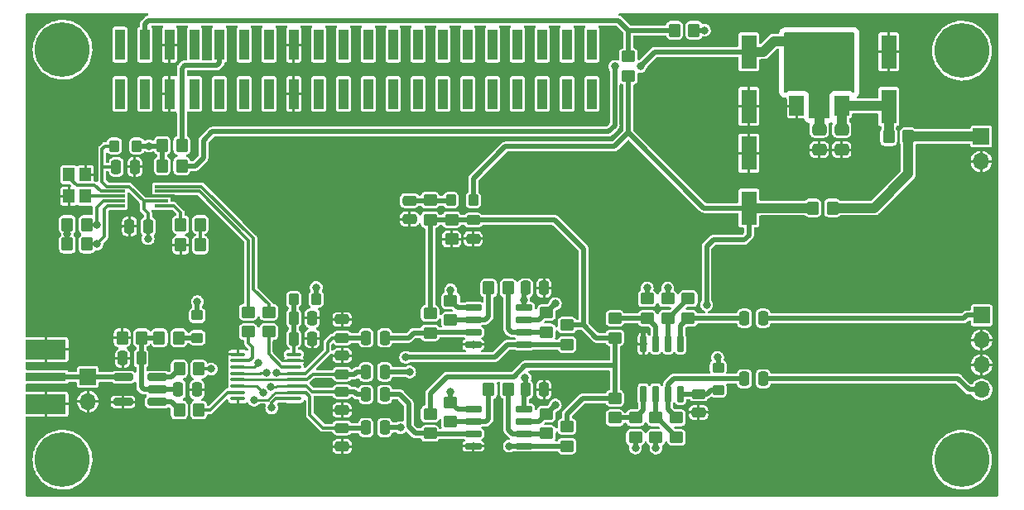
<source format=gbr>
%TF.GenerationSoftware,KiCad,Pcbnew,6.0.2+dfsg-1*%
%TF.CreationDate,2024-02-19T13:29:30+02:00*%
%TF.ProjectId,qsd_with_si5351_and_rp2040,7173645f-7769-4746-985f-736935333531,rev?*%
%TF.SameCoordinates,Original*%
%TF.FileFunction,Copper,L1,Top*%
%TF.FilePolarity,Positive*%
%FSLAX46Y46*%
G04 Gerber Fmt 4.6, Leading zero omitted, Abs format (unit mm)*
G04 Created by KiCad (PCBNEW 6.0.2+dfsg-1) date 2024-02-19 13:29:30*
%MOMM*%
%LPD*%
G01*
G04 APERTURE LIST*
G04 Aperture macros list*
%AMRoundRect*
0 Rectangle with rounded corners*
0 $1 Rounding radius*
0 $2 $3 $4 $5 $6 $7 $8 $9 X,Y pos of 4 corners*
0 Add a 4 corners polygon primitive as box body*
4,1,4,$2,$3,$4,$5,$6,$7,$8,$9,$2,$3,0*
0 Add four circle primitives for the rounded corners*
1,1,$1+$1,$2,$3*
1,1,$1+$1,$4,$5*
1,1,$1+$1,$6,$7*
1,1,$1+$1,$8,$9*
0 Add four rect primitives between the rounded corners*
20,1,$1+$1,$2,$3,$4,$5,0*
20,1,$1+$1,$4,$5,$6,$7,0*
20,1,$1+$1,$6,$7,$8,$9,0*
20,1,$1+$1,$8,$9,$2,$3,0*%
G04 Aperture macros list end*
%TA.AperFunction,SMDPad,CuDef*%
%ADD10RoundRect,0.250000X-0.250000X-0.475000X0.250000X-0.475000X0.250000X0.475000X-0.250000X0.475000X0*%
%TD*%
%TA.AperFunction,SMDPad,CuDef*%
%ADD11RoundRect,0.250000X-0.450000X0.350000X-0.450000X-0.350000X0.450000X-0.350000X0.450000X0.350000X0*%
%TD*%
%TA.AperFunction,SMDPad,CuDef*%
%ADD12R,1.600000X3.500000*%
%TD*%
%TA.AperFunction,SMDPad,CuDef*%
%ADD13RoundRect,0.250000X0.450000X-0.350000X0.450000X0.350000X-0.450000X0.350000X-0.450000X-0.350000X0*%
%TD*%
%TA.AperFunction,SMDPad,CuDef*%
%ADD14RoundRect,0.150000X-0.725000X-0.150000X0.725000X-0.150000X0.725000X0.150000X-0.725000X0.150000X0*%
%TD*%
%TA.AperFunction,ComponentPad*%
%ADD15R,1.700000X1.700000*%
%TD*%
%TA.AperFunction,ComponentPad*%
%ADD16O,1.700000X1.700000*%
%TD*%
%TA.AperFunction,SMDPad,CuDef*%
%ADD17RoundRect,0.250000X0.350000X0.450000X-0.350000X0.450000X-0.350000X-0.450000X0.350000X-0.450000X0*%
%TD*%
%TA.AperFunction,SMDPad,CuDef*%
%ADD18RoundRect,0.250000X-0.350000X-0.450000X0.350000X-0.450000X0.350000X0.450000X-0.350000X0.450000X0*%
%TD*%
%TA.AperFunction,SMDPad,CuDef*%
%ADD19RoundRect,0.250000X-0.475000X0.337500X-0.475000X-0.337500X0.475000X-0.337500X0.475000X0.337500X0*%
%TD*%
%TA.AperFunction,SMDPad,CuDef*%
%ADD20RoundRect,0.250000X0.275000X0.350000X-0.275000X0.350000X-0.275000X-0.350000X0.275000X-0.350000X0*%
%TD*%
%TA.AperFunction,SMDPad,CuDef*%
%ADD21R,1.200000X1.400000*%
%TD*%
%TA.AperFunction,SMDPad,CuDef*%
%ADD22RoundRect,0.250000X0.475000X-0.250000X0.475000X0.250000X-0.475000X0.250000X-0.475000X-0.250000X0*%
%TD*%
%TA.AperFunction,SMDPad,CuDef*%
%ADD23RoundRect,0.250000X-0.475000X0.250000X-0.475000X-0.250000X0.475000X-0.250000X0.475000X0.250000X0*%
%TD*%
%TA.AperFunction,ConnectorPad*%
%ADD24C,5.600000*%
%TD*%
%TA.AperFunction,ComponentPad*%
%ADD25C,3.600000*%
%TD*%
%TA.AperFunction,SMDPad,CuDef*%
%ADD26RoundRect,0.250000X0.250000X0.475000X-0.250000X0.475000X-0.250000X-0.475000X0.250000X-0.475000X0*%
%TD*%
%TA.AperFunction,SMDPad,CuDef*%
%ADD27R,1.000000X3.150000*%
%TD*%
%TA.AperFunction,SMDPad,CuDef*%
%ADD28R,1.400000X0.300000*%
%TD*%
%TA.AperFunction,SMDPad,CuDef*%
%ADD29RoundRect,0.100000X-0.637500X-0.100000X0.637500X-0.100000X0.637500X0.100000X-0.637500X0.100000X0*%
%TD*%
%TA.AperFunction,SMDPad,CuDef*%
%ADD30RoundRect,0.250000X-0.350000X0.275000X-0.350000X-0.275000X0.350000X-0.275000X0.350000X0.275000X0*%
%TD*%
%TA.AperFunction,SMDPad,CuDef*%
%ADD31R,1.500000X2.000000*%
%TD*%
%TA.AperFunction,SMDPad,CuDef*%
%ADD32R,3.800000X2.000000*%
%TD*%
%TA.AperFunction,SMDPad,CuDef*%
%ADD33RoundRect,0.200000X0.800000X0.200000X-0.800000X0.200000X-0.800000X-0.200000X0.800000X-0.200000X0*%
%TD*%
%TA.AperFunction,SMDPad,CuDef*%
%ADD34RoundRect,0.150000X-0.150000X0.725000X-0.150000X-0.725000X0.150000X-0.725000X0.150000X0.725000X0*%
%TD*%
%TA.AperFunction,SMDPad,CuDef*%
%ADD35R,4.100000X0.900000*%
%TD*%
%TA.AperFunction,SMDPad,CuDef*%
%ADD36R,4.100000X2.000000*%
%TD*%
%TA.AperFunction,ViaPad*%
%ADD37C,0.800000*%
%TD*%
%TA.AperFunction,Conductor*%
%ADD38C,0.500000*%
%TD*%
%TA.AperFunction,Conductor*%
%ADD39C,0.300000*%
%TD*%
%TA.AperFunction,Conductor*%
%ADD40C,0.250000*%
%TD*%
%TA.AperFunction,Conductor*%
%ADD41C,1.000000*%
%TD*%
G04 APERTURE END LIST*
D10*
%TO.P,C11,1*%
%TO.N,/RAW_270*%
X60050000Y-62300000D03*
%TO.P,C11,2*%
%TO.N,Net-(C11-Pad2)*%
X61950000Y-62300000D03*
%TD*%
%TO.P,C18,1*%
%TO.N,Net-(C18-Pad1)*%
X76350000Y-61800000D03*
%TO.P,C18,2*%
%TO.N,GND*%
X78250000Y-61800000D03*
%TD*%
D11*
%TO.P,R1,1*%
%TO.N,/0*%
X88800000Y-52500000D03*
%TO.P,R1,2*%
%TO.N,Net-(R1-Pad2)*%
X88800000Y-54500000D03*
%TD*%
D10*
%TO.P,C12,1*%
%TO.N,/RAW_90*%
X60050000Y-60000000D03*
%TO.P,C12,2*%
%TO.N,Net-(C12-Pad2)*%
X61950000Y-60000000D03*
%TD*%
D12*
%TO.P,C208,1*%
%TO.N,Net-(C206-Pad1)*%
X99200000Y-27200000D03*
%TO.P,C208,2*%
%TO.N,GND*%
X99200000Y-32800000D03*
%TD*%
D13*
%TO.P,R9,1*%
%TO.N,Net-(C9-Pad2)*%
X66600000Y-56000000D03*
%TO.P,R9,2*%
%TO.N,/OPAMP_BIAS*%
X66600000Y-54000000D03*
%TD*%
D14*
%TO.P,U4,1*%
%TO.N,/270*%
X71025000Y-63795000D03*
%TO.P,U4,2,-*%
%TO.N,Net-(R16-Pad2)*%
X71025000Y-65065000D03*
%TO.P,U4,3,+*%
%TO.N,Net-(C11-Pad2)*%
X71025000Y-66335000D03*
%TO.P,U4,4,V-*%
%TO.N,GND*%
X71025000Y-67605000D03*
%TO.P,U4,5,+*%
%TO.N,Net-(C12-Pad2)*%
X76175000Y-67605000D03*
%TO.P,U4,6,-*%
%TO.N,Net-(R16-Pad1)*%
X76175000Y-66335000D03*
%TO.P,U4,7*%
%TO.N,/90*%
X76175000Y-65065000D03*
%TO.P,U4,8,V+*%
%TO.N,Net-(C18-Pad1)*%
X76175000Y-63795000D03*
%TD*%
D11*
%TO.P,R15,1*%
%TO.N,/OPAMP_BIAS*%
X80600000Y-65600000D03*
%TO.P,R15,2*%
%TO.N,Net-(C12-Pad2)*%
X80600000Y-67600000D03*
%TD*%
D15*
%TO.P,J3,1,Pin_1*%
%TO.N,/OUT_I*%
X123000000Y-54200000D03*
D16*
%TO.P,J3,2,Pin_2*%
%TO.N,GND*%
X123000000Y-56740000D03*
%TO.P,J3,3,Pin_3*%
X123000000Y-59280000D03*
%TO.P,J3,4,Pin_4*%
%TO.N,/OUT_Q*%
X123000000Y-61820000D03*
%TD*%
D17*
%TO.P,R16,1*%
%TO.N,Net-(R16-Pad1)*%
X74600000Y-61800000D03*
%TO.P,R16,2*%
%TO.N,Net-(R16-Pad2)*%
X72600000Y-61800000D03*
%TD*%
D13*
%TO.P,R17,1*%
%TO.N,Net-(R16-Pad2)*%
X68700000Y-65100000D03*
%TO.P,R17,2*%
%TO.N,/270*%
X68700000Y-63100000D03*
%TD*%
D18*
%TO.P,R206,1*%
%TO.N,Net-(R206-Pad1)*%
X113500000Y-35900000D03*
%TO.P,R206,2*%
%TO.N,/power/ANALOG_AUX*%
X115500000Y-35900000D03*
%TD*%
D19*
%TO.P,C204,1*%
%TO.N,Net-(R206-Pad1)*%
X108700000Y-35162500D03*
%TO.P,C204,2*%
%TO.N,GND*%
X108700000Y-37237500D03*
%TD*%
D11*
%TO.P,R5,1*%
%TO.N,Net-(R2-Pad2)*%
X93000000Y-52500000D03*
%TO.P,R5,2*%
%TO.N,Net-(C1-Pad1)*%
X93000000Y-54500000D03*
%TD*%
D13*
%TO.P,R13,1*%
%TO.N,Net-(R11-Pad1)*%
X78500000Y-55900000D03*
%TO.P,R13,2*%
%TO.N,/180*%
X78500000Y-53900000D03*
%TD*%
%TO.P,R8,1*%
%TO.N,Net-(R4-Pad2)*%
X85500000Y-64700000D03*
%TO.P,R8,2*%
%TO.N,/OPAMP_BIAS*%
X85500000Y-62700000D03*
%TD*%
D10*
%TO.P,C1,1*%
%TO.N,Net-(C1-Pad1)*%
X98750000Y-54500000D03*
%TO.P,C1,2*%
%TO.N,/OUT_I*%
X100650000Y-54500000D03*
%TD*%
%TO.P,C103,1*%
%TO.N,Net-(R106-Pad1)*%
X34500000Y-39000000D03*
%TO.P,C103,2*%
%TO.N,GND*%
X36400000Y-39000000D03*
%TD*%
D18*
%TO.P,R26,1*%
%TO.N,Net-(R26-Pad1)*%
X40940000Y-59700000D03*
%TO.P,R26,2*%
%TO.N,Net-(R26-Pad2)*%
X42940000Y-59700000D03*
%TD*%
D20*
%TO.P,FB2,1*%
%TO.N,VCC_3V3_MIX*%
X54950000Y-52550000D03*
%TO.P,FB2,2*%
%TO.N,Net-(C15-Pad1)*%
X52650000Y-52550000D03*
%TD*%
D10*
%TO.P,C7,1*%
%TO.N,Net-(C15-Pad1)*%
X52650000Y-56575000D03*
%TO.P,C7,2*%
%TO.N,GND*%
X54550000Y-56575000D03*
%TD*%
D21*
%TO.P,Y101,1*%
%TO.N,Net-(U103-Pad3)*%
X31350000Y-42000000D03*
%TO.P,Y101,2*%
%TO.N,GND*%
X31350000Y-39800000D03*
%TO.P,Y101,3*%
%TO.N,Net-(U103-Pad2)*%
X29650000Y-39800000D03*
%TO.P,Y101,4*%
%TO.N,GND*%
X29650000Y-42000000D03*
%TD*%
D11*
%TO.P,R24,1*%
%TO.N,/OPAMP_BIAS*%
X68800000Y-44400000D03*
%TO.P,R24,2*%
%TO.N,GND*%
X68800000Y-46400000D03*
%TD*%
D17*
%TO.P,R11,1*%
%TO.N,Net-(R11-Pad1)*%
X74600000Y-51400000D03*
%TO.P,R11,2*%
%TO.N,Net-(R11-Pad2)*%
X72600000Y-51400000D03*
%TD*%
D12*
%TO.P,C201,1*%
%TO.N,Net-(R206-Pad1)*%
X113500000Y-32800000D03*
%TO.P,C201,2*%
%TO.N,GND*%
X113500000Y-27200000D03*
%TD*%
D18*
%TO.P,R103,1*%
%TO.N,Net-(R103-Pad1)*%
X41100000Y-44900000D03*
%TO.P,R103,2*%
%TO.N,/control_board/CLK_2*%
X43100000Y-44900000D03*
%TD*%
D15*
%TO.P,J2,1,Pin_1*%
%TO.N,Net-(J1-Pad1)*%
X31600000Y-60500000D03*
D16*
%TO.P,J2,2,Pin_2*%
%TO.N,GND*%
X31600000Y-63040000D03*
%TD*%
D10*
%TO.P,C9,1*%
%TO.N,/RAW_0*%
X60050000Y-56500000D03*
%TO.P,C9,2*%
%TO.N,Net-(C9-Pad2)*%
X61950000Y-56500000D03*
%TD*%
D11*
%TO.P,R102,1*%
%TO.N,Net-(R102-Pad1)*%
X48000000Y-53875000D03*
%TO.P,R102,2*%
%TO.N,QSD_CLK_S1*%
X48000000Y-55875000D03*
%TD*%
D13*
%TO.P,R6,1*%
%TO.N,Net-(R3-Pad2)*%
X91800000Y-66700000D03*
%TO.P,R6,2*%
%TO.N,Net-(C17-Pad1)*%
X91800000Y-64700000D03*
%TD*%
D11*
%TO.P,R25,1*%
%TO.N,Net-(C14-Pad1)*%
X66600000Y-42400000D03*
%TO.P,R25,2*%
%TO.N,/OPAMP_BIAS*%
X66600000Y-44400000D03*
%TD*%
D22*
%TO.P,C3,1*%
%TO.N,/RAW_0*%
X57600000Y-56525000D03*
%TO.P,C3,2*%
%TO.N,GND*%
X57600000Y-54625000D03*
%TD*%
D13*
%TO.P,R12,1*%
%TO.N,Net-(R11-Pad2)*%
X68700000Y-54700000D03*
%TO.P,R12,2*%
%TO.N,/0*%
X68700000Y-52700000D03*
%TD*%
D23*
%TO.P,C6,1*%
%TO.N,/RAW_270*%
X57600000Y-62025000D03*
%TO.P,C6,2*%
%TO.N,GND*%
X57600000Y-63925000D03*
%TD*%
D15*
%TO.P,J201,1,Pin_1*%
%TO.N,/power/ANALOG_AUX*%
X122975000Y-35900000D03*
D16*
%TO.P,J201,2,Pin_2*%
%TO.N,GND*%
X122975000Y-38440000D03*
%TD*%
D24*
%TO.P,H2,1*%
%TO.N,N/C*%
X121000000Y-27100000D03*
D25*
X121000000Y-27100000D03*
%TD*%
D18*
%TO.P,R202,1*%
%TO.N,VCC_3V3_MIX*%
X39200000Y-36800000D03*
%TO.P,R202,2*%
%TO.N,3V3_OUT*%
X41200000Y-36800000D03*
%TD*%
D24*
%TO.P,H4,1*%
%TO.N,N/C*%
X29000000Y-27000000D03*
D25*
X29000000Y-27000000D03*
%TD*%
D23*
%TO.P,C5,1*%
%TO.N,/RAW_180*%
X57600000Y-65725000D03*
%TO.P,C5,2*%
%TO.N,GND*%
X57600000Y-67625000D03*
%TD*%
D24*
%TO.P,H1,1*%
%TO.N,N/C*%
X29000000Y-69000000D03*
D25*
X29000000Y-69000000D03*
%TD*%
D26*
%TO.P,C104,1*%
%TO.N,Net-(R106-Pad1)*%
X37750000Y-45100000D03*
%TO.P,C104,2*%
%TO.N,GND*%
X35850000Y-45100000D03*
%TD*%
D10*
%TO.P,C8,1*%
%TO.N,/QSD_BIAS*%
X40850000Y-61800000D03*
%TO.P,C8,2*%
%TO.N,GND*%
X42750000Y-61800000D03*
%TD*%
D27*
%TO.P,J102,1,Pin_1*%
%TO.N,GPIO0*%
X34870000Y-31525000D03*
%TO.P,J102,2,Pin_2*%
%TO.N,VBUS*%
X34870000Y-26475000D03*
%TO.P,J102,3,Pin_3*%
%TO.N,GPIO1*%
X37410000Y-31525000D03*
%TO.P,J102,4,Pin_4*%
%TO.N,VDD_SYS*%
X37410000Y-26475000D03*
%TO.P,J102,5,Pin_5*%
%TO.N,GND*%
X39950000Y-31525000D03*
%TO.P,J102,6,Pin_6*%
X39950000Y-26475000D03*
%TO.P,J102,7,Pin_7*%
%TO.N,GPIO2*%
X42490000Y-31525000D03*
%TO.P,J102,8,Pin_8*%
%TO.N,3V3_EN*%
X42490000Y-26475000D03*
%TO.P,J102,9,Pin_9*%
%TO.N,GPIO3*%
X45030000Y-31525000D03*
%TO.P,J102,10,Pin_10*%
%TO.N,3V3_OUT*%
X45030000Y-26475000D03*
%TO.P,J102,11,Pin_11*%
%TO.N,GPIO4*%
X47570000Y-31525000D03*
%TO.P,J102,12,Pin_12*%
%TO.N,ADC_VREF*%
X47570000Y-26475000D03*
%TO.P,J102,13,Pin_13*%
%TO.N,GPIO5*%
X50110000Y-31525000D03*
%TO.P,J102,14,Pin_14*%
%TO.N,GPIO28*%
X50110000Y-26475000D03*
%TO.P,J102,15,Pin_15*%
%TO.N,GND*%
X52650000Y-31525000D03*
%TO.P,J102,16,Pin_16*%
X52650000Y-26475000D03*
%TO.P,J102,17,Pin_17*%
%TO.N,GPIO6*%
X55190000Y-31525000D03*
%TO.P,J102,18,Pin_18*%
%TO.N,GPIO27*%
X55190000Y-26475000D03*
%TO.P,J102,19,Pin_19*%
%TO.N,GPIO7*%
X57730000Y-31525000D03*
%TO.P,J102,20,Pin_20*%
%TO.N,GPIO26*%
X57730000Y-26475000D03*
%TO.P,J102,21,Pin_21*%
%TO.N,GPIO8*%
X60270000Y-31525000D03*
%TO.P,J102,22,Pin_22*%
%TO.N,RUN*%
X60270000Y-26475000D03*
%TO.P,J102,23,Pin_23*%
%TO.N,GPIO9*%
X62810000Y-31525000D03*
%TO.P,J102,24,Pin_24*%
%TO.N,GPIO22*%
X62810000Y-26475000D03*
%TO.P,J102,25,Pin_25*%
%TO.N,GPIO29*%
X65350000Y-31525000D03*
%TO.P,J102,26,Pin_26*%
%TO.N,GPIO23*%
X65350000Y-26475000D03*
%TO.P,J102,27,Pin_27*%
%TO.N,GPIO10*%
X67890000Y-31525000D03*
%TO.P,J102,28,Pin_28*%
%TO.N,GPIO21*%
X67890000Y-26475000D03*
%TO.P,J102,29,Pin_29*%
%TO.N,GPIO11*%
X70430000Y-31525000D03*
%TO.P,J102,30,Pin_30*%
%TO.N,GPIO20*%
X70430000Y-26475000D03*
%TO.P,J102,31,Pin_31*%
%TO.N,GPIO12*%
X72970000Y-31525000D03*
%TO.P,J102,32,Pin_32*%
%TO.N,GPIO19*%
X72970000Y-26475000D03*
%TO.P,J102,33,Pin_33*%
%TO.N,GPIO13*%
X75510000Y-31525000D03*
%TO.P,J102,34,Pin_34*%
%TO.N,GPIO18*%
X75510000Y-26475000D03*
%TO.P,J102,35,Pin_35*%
%TO.N,GPIO25*%
X78050000Y-31525000D03*
%TO.P,J102,36,Pin_36*%
%TO.N,GPIO24*%
X78050000Y-26475000D03*
%TO.P,J102,37,Pin_37*%
%TO.N,GPIO14*%
X80590000Y-31525000D03*
%TO.P,J102,38,Pin_38*%
%TO.N,GPIO17*%
X80590000Y-26475000D03*
%TO.P,J102,39,Pin_39*%
%TO.N,GPIO15*%
X83130000Y-31525000D03*
%TO.P,J102,40,Pin_40*%
%TO.N,GPIO16*%
X83130000Y-26475000D03*
%TD*%
D28*
%TO.P,U103,1,VDD*%
%TO.N,Net-(R106-Pad1)*%
X34700000Y-41000000D03*
%TO.P,U103,2,XA*%
%TO.N,Net-(U103-Pad2)*%
X34700000Y-41500000D03*
%TO.P,U103,3,XB*%
%TO.N,Net-(U103-Pad3)*%
X34700000Y-42000000D03*
%TO.P,U103,4,SCL*%
%TO.N,/control_board/I2C0_SCL*%
X34700000Y-42500000D03*
%TO.P,U103,5,SDA*%
%TO.N,/control_board/I2C0_SDA*%
X34700000Y-43000000D03*
%TO.P,U103,6,CLK2*%
%TO.N,Net-(R103-Pad1)*%
X39100000Y-43000000D03*
%TO.P,U103,7,VDDO*%
%TO.N,Net-(R106-Pad1)*%
X39100000Y-42500000D03*
%TO.P,U103,8,GND*%
%TO.N,GND*%
X39100000Y-42000000D03*
%TO.P,U103,9,CLK1*%
%TO.N,Net-(R102-Pad1)*%
X39100000Y-41500000D03*
%TO.P,U103,10,CLK0*%
%TO.N,Net-(U103-Pad10)*%
X39100000Y-41000000D03*
%TD*%
D10*
%TO.P,C17,1*%
%TO.N,Net-(C17-Pad1)*%
X98750000Y-60700000D03*
%TO.P,C17,2*%
%TO.N,/OUT_Q*%
X100650000Y-60700000D03*
%TD*%
%TO.P,C16,1*%
%TO.N,Net-(C16-Pad1)*%
X76350000Y-51400000D03*
%TO.P,C16,2*%
%TO.N,GND*%
X78250000Y-51400000D03*
%TD*%
D29*
%TO.P,U2,1,1~{OE}*%
%TO.N,GND*%
X46937500Y-58200000D03*
%TO.P,U2,2,S1*%
%TO.N,QSD_CLK_S1*%
X46937500Y-58850000D03*
%TO.P,U2,3,1B4*%
%TO.N,/RAW_180*%
X46937500Y-59500000D03*
%TO.P,U2,4,1B3*%
%TO.N,/RAW_270*%
X46937500Y-60150000D03*
%TO.P,U2,5,1B2*%
%TO.N,/RAW_90*%
X46937500Y-60800000D03*
%TO.P,U2,6,1B1*%
%TO.N,/RAW_0*%
X46937500Y-61450000D03*
%TO.P,U2,7,1A*%
%TO.N,Net-(R27-Pad2)*%
X46937500Y-62100000D03*
%TO.P,U2,8,GND*%
%TO.N,GND*%
X46937500Y-62750000D03*
%TO.P,U2,9,2A*%
%TO.N,Net-(R26-Pad2)*%
X52662500Y-62750000D03*
%TO.P,U2,10,2B1*%
%TO.N,/RAW_180*%
X52662500Y-62100000D03*
%TO.P,U2,11,2B2*%
%TO.N,/RAW_270*%
X52662500Y-61450000D03*
%TO.P,U2,12,2B3*%
%TO.N,/RAW_90*%
X52662500Y-60800000D03*
%TO.P,U2,13,2B4*%
%TO.N,/RAW_0*%
X52662500Y-60150000D03*
%TO.P,U2,14,S0*%
%TO.N,QSD_CLK_S0*%
X52662500Y-59500000D03*
%TO.P,U2,15,2~{OE}*%
%TO.N,GND*%
X52662500Y-58850000D03*
%TO.P,U2,16,VCC*%
%TO.N,Net-(C15-Pad1)*%
X52662500Y-58200000D03*
%TD*%
D30*
%TO.P,FB1,1*%
%TO.N,VCC_3V3_MIX*%
X42775000Y-54200000D03*
%TO.P,FB1,2*%
%TO.N,Net-(FB1-Pad2)*%
X42775000Y-56500000D03*
%TD*%
D23*
%TO.P,C19,1*%
%TO.N,Net-(C19-Pad1)*%
X94061977Y-62250000D03*
%TO.P,C19,2*%
%TO.N,GND*%
X94061977Y-64150000D03*
%TD*%
D31*
%TO.P,U201,1,GND*%
%TO.N,GND*%
X104100000Y-32750000D03*
%TO.P,U201,2,VO*%
%TO.N,Net-(C206-Pad1)*%
X106400000Y-32750000D03*
D32*
X106400000Y-26450000D03*
D31*
%TO.P,U201,3,VI*%
%TO.N,Net-(R206-Pad1)*%
X108700000Y-32750000D03*
%TD*%
D23*
%TO.P,C13,1*%
%TO.N,/OPAMP_BIAS*%
X71000000Y-44450000D03*
%TO.P,C13,2*%
%TO.N,GND*%
X71000000Y-46350000D03*
%TD*%
D12*
%TO.P,C203,1*%
%TO.N,VCC_ANALOG*%
X99200000Y-43200000D03*
%TO.P,C203,2*%
%TO.N,GND*%
X99200000Y-37600000D03*
%TD*%
D17*
%TO.P,R205,1*%
%TO.N,Net-(R206-Pad1)*%
X93600000Y-25000000D03*
%TO.P,R205,2*%
%TO.N,VDD_SYS*%
X91600000Y-25000000D03*
%TD*%
D30*
%TO.P,FB6,1*%
%TO.N,VCC_ANALOG*%
X96061977Y-59550000D03*
%TO.P,FB6,2*%
%TO.N,Net-(C19-Pad1)*%
X96061977Y-61850000D03*
%TD*%
D26*
%TO.P,C2,1*%
%TO.N,/QSD_BIAS*%
X37050000Y-58600000D03*
%TO.P,C2,2*%
%TO.N,GND*%
X35150000Y-58600000D03*
%TD*%
D33*
%TO.P,U1,1,1\u002A*%
%TO.N,Net-(R26-Pad1)*%
X38690000Y-60530000D03*
%TO.P,U1,2,2\u002A*%
%TO.N,/QSD_BIAS*%
X38690000Y-61800000D03*
%TO.P,U1,3,3*%
%TO.N,Net-(R27-Pad1)*%
X38690000Y-63070000D03*
%TO.P,U1,4,4*%
%TO.N,GND*%
X35190000Y-63070000D03*
%TO.P,U1,6,6\u002A*%
%TO.N,Net-(J1-Pad1)*%
X35200000Y-60530000D03*
%TD*%
D22*
%TO.P,C4,1*%
%TO.N,/RAW_90*%
X57600000Y-60225000D03*
%TO.P,C4,2*%
%TO.N,GND*%
X57600000Y-58325000D03*
%TD*%
D18*
%TO.P,R201,1*%
%TO.N,VCC_3V3_MIX*%
X39200000Y-38900000D03*
%TO.P,R201,2*%
%TO.N,Net-(C206-Pad1)*%
X41200000Y-38900000D03*
%TD*%
D20*
%TO.P,FB102,1*%
%TO.N,VCC_3V3_MIX*%
X36600000Y-36850000D03*
%TO.P,FB102,2*%
%TO.N,Net-(R106-Pad1)*%
X34300000Y-36850000D03*
%TD*%
D34*
%TO.P,U5,1*%
%TO.N,Net-(C1-Pad1)*%
X92205000Y-57125000D03*
%TO.P,U5,2,-*%
%TO.N,Net-(R2-Pad2)*%
X90935000Y-57125000D03*
%TO.P,U5,3,+*%
%TO.N,Net-(R1-Pad2)*%
X89665000Y-57125000D03*
%TO.P,U5,4,V-*%
%TO.N,GND*%
X88395000Y-57125000D03*
%TO.P,U5,5,+*%
%TO.N,Net-(R4-Pad2)*%
X88395000Y-62275000D03*
%TO.P,U5,6,-*%
%TO.N,Net-(R3-Pad2)*%
X89665000Y-62275000D03*
%TO.P,U5,7*%
%TO.N,Net-(C17-Pad1)*%
X90935000Y-62275000D03*
%TO.P,U5,8,V+*%
%TO.N,Net-(C19-Pad1)*%
X92205000Y-62275000D03*
%TD*%
D18*
%TO.P,R107,1*%
%TO.N,Net-(R106-Pad1)*%
X29500000Y-44900000D03*
%TO.P,R107,2*%
%TO.N,/control_board/I2C0_SCL*%
X31500000Y-44900000D03*
%TD*%
D23*
%TO.P,C14,1*%
%TO.N,Net-(C14-Pad1)*%
X64500000Y-42450000D03*
%TO.P,C14,2*%
%TO.N,GND*%
X64500000Y-44350000D03*
%TD*%
D11*
%TO.P,R10,1*%
%TO.N,/OPAMP_BIAS*%
X80600000Y-55200000D03*
%TO.P,R10,2*%
%TO.N,Net-(C10-Pad2)*%
X80600000Y-57200000D03*
%TD*%
D19*
%TO.P,C206,1*%
%TO.N,Net-(C206-Pad1)*%
X106400000Y-35162500D03*
%TO.P,C206,2*%
%TO.N,GND*%
X106400000Y-37237500D03*
%TD*%
D11*
%TO.P,R101,1*%
%TO.N,Net-(U103-Pad10)*%
X50100000Y-53875000D03*
%TO.P,R101,2*%
%TO.N,QSD_CLK_S0*%
X50100000Y-55875000D03*
%TD*%
D17*
%TO.P,R19,1*%
%TO.N,/QSD_BIAS*%
X37100000Y-56500000D03*
%TO.P,R19,2*%
%TO.N,GND*%
X35100000Y-56500000D03*
%TD*%
D18*
%TO.P,R27,1*%
%TO.N,Net-(R27-Pad1)*%
X40940000Y-63900000D03*
%TO.P,R27,2*%
%TO.N,Net-(R27-Pad2)*%
X42940000Y-63900000D03*
%TD*%
D13*
%TO.P,R18,1*%
%TO.N,Net-(R16-Pad1)*%
X78500000Y-66300000D03*
%TO.P,R18,2*%
%TO.N,/90*%
X78500000Y-64300000D03*
%TD*%
D14*
%TO.P,U3,1*%
%TO.N,/0*%
X71025000Y-53395000D03*
%TO.P,U3,2,-*%
%TO.N,Net-(R11-Pad2)*%
X71025000Y-54665000D03*
%TO.P,U3,3,+*%
%TO.N,Net-(C9-Pad2)*%
X71025000Y-55935000D03*
%TO.P,U3,4,V-*%
%TO.N,GND*%
X71025000Y-57205000D03*
%TO.P,U3,5,+*%
%TO.N,Net-(C10-Pad2)*%
X76175000Y-57205000D03*
%TO.P,U3,6,-*%
%TO.N,Net-(R11-Pad1)*%
X76175000Y-55935000D03*
%TO.P,U3,7*%
%TO.N,/180*%
X76175000Y-54665000D03*
%TO.P,U3,8,V+*%
%TO.N,Net-(C16-Pad1)*%
X76175000Y-53395000D03*
%TD*%
D13*
%TO.P,R4,1*%
%TO.N,/90*%
X87600000Y-66700000D03*
%TO.P,R4,2*%
%TO.N,Net-(R4-Pad2)*%
X87600000Y-64700000D03*
%TD*%
%TO.P,R14,1*%
%TO.N,Net-(C11-Pad2)*%
X66600000Y-66300000D03*
%TO.P,R14,2*%
%TO.N,/OPAMP_BIAS*%
X66600000Y-64300000D03*
%TD*%
D24*
%TO.P,H3,1*%
%TO.N,N/C*%
X121000000Y-69000000D03*
D25*
X121000000Y-69000000D03*
%TD*%
D18*
%TO.P,R106,1*%
%TO.N,Net-(R106-Pad1)*%
X29500000Y-46900000D03*
%TO.P,R106,2*%
%TO.N,/control_board/I2C0_SDA*%
X31500000Y-46900000D03*
%TD*%
%TO.P,R208,1*%
%TO.N,VCC_ANALOG*%
X105750000Y-43200000D03*
%TO.P,R208,2*%
%TO.N,/power/ANALOG_AUX*%
X107750000Y-43200000D03*
%TD*%
D17*
%TO.P,R104,1*%
%TO.N,/control_board/CLK_2*%
X43100000Y-47000000D03*
%TO.P,R104,2*%
%TO.N,GND*%
X41100000Y-47000000D03*
%TD*%
D10*
%TO.P,C15,1*%
%TO.N,Net-(C15-Pad1)*%
X52650000Y-54475000D03*
%TO.P,C15,2*%
%TO.N,GND*%
X54550000Y-54475000D03*
%TD*%
D11*
%TO.P,R7,1*%
%TO.N,Net-(R1-Pad2)*%
X85500000Y-54500000D03*
%TO.P,R7,2*%
%TO.N,/OPAMP_BIAS*%
X85500000Y-56500000D03*
%TD*%
D13*
%TO.P,R207,1*%
%TO.N,VCC_ANALOG*%
X86875000Y-29700000D03*
%TO.P,R207,2*%
%TO.N,VDD_SYS*%
X86875000Y-27700000D03*
%TD*%
D11*
%TO.P,R2,1*%
%TO.N,/180*%
X90900000Y-52500000D03*
%TO.P,R2,2*%
%TO.N,Net-(R2-Pad2)*%
X90900000Y-54500000D03*
%TD*%
D13*
%TO.P,R3,1*%
%TO.N,/270*%
X89700000Y-66700000D03*
%TO.P,R3,2*%
%TO.N,Net-(R3-Pad2)*%
X89700000Y-64700000D03*
%TD*%
D35*
%TO.P,J1,1,In*%
%TO.N,Net-(J1-Pad1)*%
X27295000Y-60500000D03*
D36*
%TO.P,J1,2,Ext*%
%TO.N,GND*%
X27295000Y-63300000D03*
X27295000Y-57700000D03*
%TD*%
D17*
%TO.P,R20,1*%
%TO.N,Net-(FB1-Pad2)*%
X40900000Y-56500000D03*
%TO.P,R20,2*%
%TO.N,/QSD_BIAS*%
X38900000Y-56500000D03*
%TD*%
D20*
%TO.P,FB3,1*%
%TO.N,VCC_ANALOG*%
X71025000Y-42400000D03*
%TO.P,FB3,2*%
%TO.N,Net-(C14-Pad1)*%
X68725000Y-42400000D03*
%TD*%
D10*
%TO.P,C10,1*%
%TO.N,/RAW_180*%
X60050000Y-65700000D03*
%TO.P,C10,2*%
%TO.N,Net-(C10-Pad2)*%
X61950000Y-65700000D03*
%TD*%
D37*
%TO.N,GND*%
X87625000Y-23900000D03*
X52700000Y-29000000D03*
X73600000Y-65700000D03*
X93600000Y-58100000D03*
X40000000Y-70000000D03*
X99200000Y-35200000D03*
X42700000Y-40100000D03*
X99200000Y-30000000D03*
X73050000Y-46325000D03*
X39900000Y-29000000D03*
X89000000Y-70000000D03*
X75000000Y-38000000D03*
X64000000Y-70000000D03*
X45000000Y-70000000D03*
X52700000Y-26400000D03*
X77650000Y-43450000D03*
X99000000Y-70000000D03*
X56150000Y-67600000D03*
X60000000Y-70000000D03*
X102100000Y-33975000D03*
X103000000Y-59000000D03*
X99000000Y-49000000D03*
X39900000Y-26400000D03*
X88400000Y-55800000D03*
X69000000Y-70000000D03*
X59000000Y-29000000D03*
X88400000Y-58700000D03*
X73000000Y-40000000D03*
X54300000Y-58200000D03*
X44700000Y-45100000D03*
X61000000Y-68000000D03*
X35000000Y-70000000D03*
X40700000Y-42300000D03*
X55000000Y-49000000D03*
X69900000Y-47750000D03*
X99200000Y-40450000D03*
X61000000Y-49000000D03*
X94000000Y-70000000D03*
X103000000Y-56000000D03*
X69000000Y-68300000D03*
X52700000Y-31600000D03*
X64000000Y-68000000D03*
X55725000Y-55525000D03*
X29700000Y-43500000D03*
X35800000Y-46600000D03*
X61000000Y-54000000D03*
X72600000Y-57200000D03*
X94000000Y-44000000D03*
X97200000Y-25600000D03*
X32000000Y-50000000D03*
X71700000Y-29000000D03*
X36400000Y-43000000D03*
X89000000Y-35000000D03*
X79000000Y-70000000D03*
X35200000Y-61900000D03*
X57600000Y-53425000D03*
X45000000Y-49000000D03*
X39900000Y-31600000D03*
X70000000Y-39000000D03*
X88395000Y-57125000D03*
X43800000Y-26400000D03*
X94000000Y-40000000D03*
X91000000Y-42000000D03*
X64000000Y-54000000D03*
X103000000Y-67000000D03*
X72000000Y-37000000D03*
X31300000Y-38300000D03*
X91000000Y-37000000D03*
X95800000Y-26100000D03*
X59075000Y-58300000D03*
X78300000Y-58300000D03*
X73575000Y-43450000D03*
X32000000Y-55500000D03*
X79000000Y-49000000D03*
X94700000Y-55600000D03*
X64000000Y-49000000D03*
X74000000Y-70000000D03*
X59125000Y-63925000D03*
X84000000Y-49000000D03*
X69400000Y-57200000D03*
X103000000Y-63000000D03*
X83125000Y-29000000D03*
X48600000Y-45100000D03*
X34000000Y-58000000D03*
X44500000Y-41100000D03*
X50000000Y-49000000D03*
X36900000Y-63100000D03*
X59075000Y-67625000D03*
X84000000Y-70000000D03*
X55000000Y-70000000D03*
X37750000Y-39000000D03*
X74700000Y-58950000D03*
X113500000Y-29950000D03*
X40000000Y-49000000D03*
X71000000Y-57200000D03*
X71000000Y-67600000D03*
X88000000Y-39000000D03*
X69000000Y-49000000D03*
X37700000Y-41300000D03*
X97300000Y-57425000D03*
X51125000Y-57925000D03*
X50000000Y-70000000D03*
X63050000Y-44350000D03*
X104100000Y-35400000D03*
X80400000Y-61100000D03*
X95600000Y-64100000D03*
X35000000Y-49000000D03*
X70400000Y-59500000D03*
X87800000Y-26300000D03*
X87100000Y-62400000D03*
X74000000Y-49000000D03*
X103000000Y-53000000D03*
X39000000Y-46000000D03*
X80600000Y-51000000D03*
X89000000Y-49000000D03*
%TO.N,/RAW_0*%
X50900000Y-60075500D03*
X49514345Y-62142361D03*
%TO.N,/RAW_180*%
X49061977Y-59037621D03*
X48600000Y-62875000D03*
%TO.N,/RAW_270*%
X49900000Y-60075500D03*
X50300000Y-61524500D03*
%TO.N,Net-(C10-Pad2)*%
X63557059Y-65705368D03*
X64100000Y-58500000D03*
%TO.N,Net-(C12-Pad2)*%
X74700000Y-67600000D03*
X64500000Y-60000000D03*
%TO.N,Net-(C16-Pad1)*%
X76175000Y-52625000D03*
%TO.N,Net-(C18-Pad1)*%
X76300000Y-60600000D03*
%TO.N,GPIO0*%
X34900000Y-31600000D03*
%TO.N,VBUS*%
X34900000Y-26400000D03*
%TO.N,VCC_ANALOG*%
X96000000Y-58500000D03*
X94875000Y-53125000D03*
%TO.N,GPIO1*%
X37400000Y-31600000D03*
%TO.N,VDD_SYS*%
X37400000Y-26400000D03*
%TO.N,GPIO2*%
X42500000Y-31600000D03*
%TO.N,3V3_EN*%
X42500000Y-26400000D03*
%TO.N,GPIO3*%
X45000000Y-31600000D03*
%TO.N,3V3_OUT*%
X45000000Y-26400000D03*
%TO.N,GPIO4*%
X47600000Y-31600000D03*
%TO.N,ADC_VREF*%
X47600000Y-26400000D03*
%TO.N,GPIO5*%
X50100000Y-31600000D03*
%TO.N,GPIO28*%
X50100000Y-26400000D03*
%TO.N,GPIO6*%
X55200000Y-31600000D03*
%TO.N,GPIO27*%
X55200000Y-26400000D03*
%TO.N,GPIO7*%
X57700000Y-31600000D03*
%TO.N,GPIO26*%
X57700000Y-26400000D03*
%TO.N,GPIO8*%
X60300000Y-31600000D03*
%TO.N,RUN*%
X60300000Y-26400000D03*
%TO.N,GPIO9*%
X62800000Y-31600000D03*
%TO.N,GPIO22*%
X62800000Y-26400000D03*
%TO.N,GPIO29*%
X65300000Y-31600000D03*
%TO.N,GPIO23*%
X65400000Y-26400000D03*
%TO.N,GPIO10*%
X67900000Y-31600000D03*
%TO.N,GPIO21*%
X67900000Y-26400000D03*
%TO.N,GPIO11*%
X70400000Y-31600000D03*
%TO.N,GPIO20*%
X70400000Y-26400000D03*
%TO.N,GPIO12*%
X73000000Y-31600000D03*
%TO.N,GPIO19*%
X73000000Y-26400000D03*
%TO.N,GPIO13*%
X75500000Y-31600000D03*
%TO.N,GPIO18*%
X75500000Y-26400000D03*
%TO.N,GPIO25*%
X78000000Y-31600000D03*
%TO.N,GPIO24*%
X78100000Y-26400000D03*
%TO.N,GPIO14*%
X80600000Y-31600000D03*
%TO.N,GPIO17*%
X80600000Y-26400000D03*
%TO.N,GPIO15*%
X83100000Y-31600000D03*
%TO.N,GPIO16*%
X83200000Y-26400000D03*
%TO.N,/control_board/I2C0_SDA*%
X32500000Y-46900000D03*
%TO.N,/control_board/I2C0_SCL*%
X32500000Y-44900000D03*
%TO.N,Net-(R206-Pad1)*%
X113500000Y-34900000D03*
X94650000Y-25000000D03*
%TO.N,Net-(C206-Pad1)*%
X104500000Y-29500000D03*
X108500000Y-29500000D03*
X105500000Y-28000000D03*
X103200000Y-26100000D03*
X85475000Y-28700000D03*
X107500000Y-31000000D03*
X105500000Y-31000000D03*
X107500000Y-28000000D03*
X88100000Y-28700000D03*
%TO.N,VCC_3V3_MIX*%
X37850000Y-36850000D03*
X42800000Y-52800000D03*
X54950000Y-51350000D03*
%TO.N,/0*%
X68700000Y-51600000D03*
X88800000Y-51400000D03*
%TO.N,/180*%
X90900000Y-51400000D03*
X79400000Y-53000000D03*
%TO.N,/270*%
X68700000Y-62000000D03*
X89700000Y-67800000D03*
%TO.N,/90*%
X87600000Y-67800000D03*
X79400000Y-63400000D03*
%TO.N,Net-(R26-Pad2)*%
X50400000Y-63675000D03*
X44200000Y-59700000D03*
%TO.N,Net-(R106-Pad1)*%
X29500000Y-45900000D03*
X37750000Y-46350000D03*
%TD*%
D38*
%TO.N,Net-(C1-Pad1)*%
X92205000Y-57125000D02*
X92205000Y-55295000D01*
X92205000Y-55295000D02*
X93000000Y-54500000D01*
X93000000Y-54500000D02*
X98750000Y-54500000D01*
%TO.N,/OUT_I*%
X100650000Y-54500000D02*
X121200000Y-54500000D01*
X121500000Y-54200000D02*
X123000000Y-54200000D01*
X121200000Y-54500000D02*
X121500000Y-54200000D01*
%TO.N,/QSD_BIAS*%
X37050000Y-56550000D02*
X37100000Y-56500000D01*
X38690000Y-61800000D02*
X40850000Y-61800000D01*
X37300000Y-61800000D02*
X38690000Y-61800000D01*
X37050000Y-58600000D02*
X37050000Y-56550000D01*
X37050000Y-58600000D02*
X37050000Y-61550000D01*
X37050000Y-61550000D02*
X37300000Y-61800000D01*
X38900000Y-56500000D02*
X37100000Y-56500000D01*
D39*
%TO.N,GND*%
X39100000Y-42000000D02*
X38100000Y-42000000D01*
X38100000Y-42000000D02*
X37700000Y-41600000D01*
D38*
X88400000Y-55800000D02*
X88400000Y-57120000D01*
D39*
X40400000Y-42000000D02*
X40700000Y-42300000D01*
X37700000Y-41600000D02*
X37700000Y-41300000D01*
D38*
X88400000Y-57120000D02*
X88395000Y-57125000D01*
D39*
X39100000Y-42000000D02*
X40400000Y-42000000D01*
D40*
%TO.N,/RAW_0*%
X50974500Y-60150000D02*
X50900000Y-60075500D01*
X46937500Y-61450000D02*
X48821984Y-61450000D01*
D39*
X52662500Y-60150000D02*
X53850000Y-60150000D01*
X56575000Y-56525000D02*
X57600000Y-56525000D01*
D38*
X60025000Y-56525000D02*
X60050000Y-56500000D01*
D39*
X56100000Y-57900000D02*
X56100000Y-57000000D01*
X56100000Y-57000000D02*
X56575000Y-56525000D01*
D40*
X48821984Y-61450000D02*
X49514345Y-62142361D01*
D38*
X57600000Y-56525000D02*
X60025000Y-56525000D01*
D39*
X53850000Y-60150000D02*
X56100000Y-57900000D01*
D40*
X52662500Y-60150000D02*
X50974500Y-60150000D01*
D39*
%TO.N,/RAW_90*%
X54575000Y-60225000D02*
X57600000Y-60225000D01*
D38*
X57600000Y-60225000D02*
X58875000Y-60225000D01*
X59100000Y-60000000D02*
X60050000Y-60000000D01*
D39*
X54000000Y-60800000D02*
X54575000Y-60225000D01*
D38*
X58875000Y-60225000D02*
X59100000Y-60000000D01*
D40*
X46937500Y-60800000D02*
X52662500Y-60800000D01*
D39*
X52662500Y-60800000D02*
X54000000Y-60800000D01*
D38*
%TO.N,/RAW_180*%
X57600000Y-65725000D02*
X60025000Y-65725000D01*
D40*
X50000000Y-62875000D02*
X48600000Y-62875000D01*
D39*
X53900000Y-62100000D02*
X54300000Y-62500000D01*
D40*
X46937500Y-59500000D02*
X48599598Y-59500000D01*
D39*
X54300000Y-62500000D02*
X54300000Y-64400000D01*
D40*
X50775000Y-62100000D02*
X50500000Y-62375000D01*
X50500000Y-62375000D02*
X50000000Y-62875000D01*
D39*
X52662500Y-62100000D02*
X53900000Y-62100000D01*
D38*
X60025000Y-65725000D02*
X60050000Y-65700000D01*
D40*
X48599598Y-59500000D02*
X49061977Y-59037621D01*
D39*
X55625000Y-65725000D02*
X57600000Y-65725000D01*
X54300000Y-64400000D02*
X55625000Y-65725000D01*
D40*
X52662500Y-62100000D02*
X50775000Y-62100000D01*
%TO.N,/RAW_270*%
X50850500Y-61524500D02*
X50300000Y-61524500D01*
D39*
X53957106Y-61450000D02*
X54532106Y-62025000D01*
D40*
X49899500Y-60075000D02*
X49900000Y-60075500D01*
X49225000Y-60150000D02*
X49300000Y-60075000D01*
D39*
X52662500Y-61450000D02*
X53957106Y-61450000D01*
D38*
X59100000Y-62300000D02*
X60050000Y-62300000D01*
X57600000Y-62025000D02*
X58825000Y-62025000D01*
X58825000Y-62025000D02*
X59100000Y-62300000D01*
D40*
X46937500Y-60150000D02*
X49225000Y-60150000D01*
X50925000Y-61450000D02*
X50850500Y-61524500D01*
X52662500Y-61450000D02*
X50925000Y-61450000D01*
D39*
X54532106Y-62025000D02*
X57600000Y-62025000D01*
D40*
X49300000Y-60075000D02*
X49899500Y-60075000D01*
D39*
%TO.N,Net-(C15-Pad1)*%
X52650000Y-56575000D02*
X52650000Y-58187500D01*
D38*
X52650000Y-52550000D02*
X52650000Y-56575000D01*
D39*
X52650000Y-58187500D02*
X52662500Y-58200000D01*
D38*
%TO.N,Net-(C9-Pad2)*%
X66665000Y-55935000D02*
X66600000Y-56000000D01*
X64900000Y-56000000D02*
X66600000Y-56000000D01*
X61950000Y-56500000D02*
X64400000Y-56500000D01*
X71025000Y-55935000D02*
X66665000Y-55935000D01*
X64400000Y-56500000D02*
X64900000Y-56000000D01*
%TO.N,Net-(C10-Pad2)*%
X64100000Y-58500000D02*
X73200000Y-58500000D01*
X80595000Y-57205000D02*
X80600000Y-57200000D01*
X76175000Y-57205000D02*
X80595000Y-57205000D01*
X74495000Y-57205000D02*
X76175000Y-57205000D01*
X61950000Y-65700000D02*
X63551691Y-65700000D01*
X73200000Y-58500000D02*
X74495000Y-57205000D01*
X63551691Y-65700000D02*
X63557059Y-65705368D01*
%TO.N,Net-(C11-Pad2)*%
X64400000Y-63200000D02*
X64400000Y-65600000D01*
X71025000Y-66335000D02*
X66635000Y-66335000D01*
X65100000Y-66300000D02*
X66600000Y-66300000D01*
X63500000Y-62300000D02*
X64400000Y-63200000D01*
X61950000Y-62300000D02*
X63500000Y-62300000D01*
X66635000Y-66335000D02*
X66600000Y-66300000D01*
X64400000Y-65600000D02*
X65100000Y-66300000D01*
%TO.N,Net-(C12-Pad2)*%
X76175000Y-67605000D02*
X80595000Y-67605000D01*
X74705000Y-67605000D02*
X74700000Y-67600000D01*
X80595000Y-67605000D02*
X80600000Y-67600000D01*
X76175000Y-67605000D02*
X74705000Y-67605000D01*
X61950000Y-60000000D02*
X64300000Y-60000000D01*
%TO.N,/OPAMP_BIAS*%
X76300000Y-59350000D02*
X85500000Y-59350000D01*
X70950000Y-44400000D02*
X71000000Y-44450000D01*
X68300000Y-60500000D02*
X75150000Y-60500000D01*
X82300000Y-47400000D02*
X79350000Y-44450000D01*
X80600000Y-65600000D02*
X80600000Y-64300000D01*
X80600000Y-64300000D02*
X82200000Y-62700000D01*
X85500000Y-56500000D02*
X83600000Y-56500000D01*
X82300000Y-55200000D02*
X82300000Y-47400000D01*
X66600000Y-54000000D02*
X66600000Y-44400000D01*
X66600000Y-64300000D02*
X66600000Y-62200000D01*
X85500000Y-59350000D02*
X85500000Y-56500000D01*
X83600000Y-56500000D02*
X82300000Y-55200000D01*
X66600000Y-44400000D02*
X70950000Y-44400000D01*
X85500000Y-60100000D02*
X85500000Y-59350000D01*
X82300000Y-55200000D02*
X80600000Y-55200000D01*
X82200000Y-62700000D02*
X85500000Y-62700000D01*
X66600000Y-62200000D02*
X68300000Y-60500000D01*
X85500000Y-62700000D02*
X85500000Y-60100000D01*
X75150000Y-60500000D02*
X76300000Y-59350000D01*
X79350000Y-44450000D02*
X71000000Y-44450000D01*
%TO.N,Net-(C14-Pad1)*%
X68675000Y-42450000D02*
X68725000Y-42400000D01*
X64500000Y-42450000D02*
X68675000Y-42450000D01*
%TO.N,Net-(C16-Pad1)*%
X76175000Y-51575000D02*
X76350000Y-51400000D01*
X76350000Y-51400000D02*
X76311977Y-51400000D01*
X76175000Y-52625000D02*
X76175000Y-51575000D01*
X76175000Y-53395000D02*
X76175000Y-52625000D01*
%TO.N,Net-(C17-Pad1)*%
X90935000Y-61265000D02*
X91500000Y-60700000D01*
X90935000Y-63835000D02*
X91800000Y-64700000D01*
X91500000Y-60700000D02*
X98750000Y-60700000D01*
X90935000Y-62275000D02*
X90935000Y-63835000D01*
X90935000Y-62275000D02*
X90935000Y-61265000D01*
%TO.N,/OUT_Q*%
X121720000Y-61820000D02*
X123000000Y-61820000D01*
X100650000Y-60700000D02*
X120600000Y-60700000D01*
X120600000Y-60700000D02*
X121720000Y-61820000D01*
%TO.N,Net-(C18-Pad1)*%
X76350000Y-61800000D02*
X76350000Y-60650000D01*
X76175000Y-63795000D02*
X76175000Y-61975000D01*
X76350000Y-60650000D02*
X76300000Y-60600000D01*
X76175000Y-61975000D02*
X76350000Y-61800000D01*
%TO.N,Net-(C19-Pad1)*%
X94061977Y-62250000D02*
X94900000Y-62250000D01*
X94036977Y-62275000D02*
X94061977Y-62250000D01*
X94900000Y-62250000D02*
X95300000Y-61850000D01*
X92205000Y-62275000D02*
X94036977Y-62275000D01*
X95300000Y-61850000D02*
X96061977Y-61850000D01*
%TO.N,Net-(FB1-Pad2)*%
X40900000Y-56500000D02*
X42775000Y-56500000D01*
%TO.N,VCC_ANALOG*%
X96061977Y-58561977D02*
X96000000Y-58500000D01*
X98725000Y-46475000D02*
X95550000Y-46475000D01*
X94600000Y-43200000D02*
X99200000Y-43200000D01*
X96061977Y-59550000D02*
X96061977Y-58561977D01*
D41*
X99200000Y-43200000D02*
X105750000Y-43200000D01*
D38*
X95550000Y-46475000D02*
X94875000Y-47150000D01*
X74275000Y-36925000D02*
X77150000Y-36925000D01*
X86850000Y-35450000D02*
X94600000Y-43200000D01*
X99200000Y-43200000D02*
X99200000Y-46000000D01*
X85425000Y-36925000D02*
X86875000Y-35475000D01*
X77150000Y-36925000D02*
X85425000Y-36925000D01*
X71025000Y-40175000D02*
X74275000Y-36925000D01*
X99200000Y-46000000D02*
X98725000Y-46475000D01*
X86875000Y-35475000D02*
X86875000Y-34525000D01*
X94875000Y-47150000D02*
X94875000Y-53125000D01*
X86875000Y-34525000D02*
X86875000Y-29700000D01*
X71025000Y-42400000D02*
X71025000Y-40175000D01*
%TO.N,VDD_SYS*%
X86850000Y-27675000D02*
X86850000Y-25000000D01*
X86875000Y-27700000D02*
X86850000Y-27675000D01*
X86850000Y-25000000D02*
X91600000Y-25000000D01*
X37410000Y-24390000D02*
X37800000Y-24000000D01*
X85850000Y-24000000D02*
X86850000Y-25000000D01*
X37410000Y-26475000D02*
X37410000Y-24390000D01*
X37800000Y-24000000D02*
X85850000Y-24000000D01*
%TO.N,Net-(J1-Pad1)*%
X35170000Y-60500000D02*
X35200000Y-60530000D01*
X27295000Y-60500000D02*
X31600000Y-60500000D01*
X31600000Y-60500000D02*
X35170000Y-60500000D01*
%TO.N,3V3_OUT*%
X44800000Y-28600000D02*
X41500000Y-28600000D01*
X45030000Y-26475000D02*
X45030000Y-28370000D01*
X41200000Y-28900000D02*
X41200000Y-36800000D01*
X45030000Y-28370000D02*
X44800000Y-28600000D01*
X41500000Y-28600000D02*
X41200000Y-28900000D01*
D39*
%TO.N,/control_board/I2C0_SDA*%
X33600000Y-43000000D02*
X33300000Y-43300000D01*
X33300000Y-43300000D02*
X33300000Y-46100000D01*
X34700000Y-43000000D02*
X33600000Y-43000000D01*
X33300000Y-46100000D02*
X32500000Y-46900000D01*
X31500000Y-46900000D02*
X32500000Y-46900000D01*
%TO.N,/control_board/I2C0_SCL*%
X32500000Y-43150000D02*
X32500000Y-44900000D01*
X34700000Y-42500000D02*
X33150000Y-42500000D01*
X33150000Y-42500000D02*
X32500000Y-43150000D01*
X31500000Y-44900000D02*
X32500000Y-44900000D01*
D41*
%TO.N,Net-(R206-Pad1)*%
X113450000Y-32750000D02*
X113500000Y-32800000D01*
X113500000Y-34900000D02*
X113500000Y-32800000D01*
X108700000Y-32750000D02*
X113450000Y-32750000D01*
D38*
X93600000Y-25000000D02*
X94650000Y-25000000D01*
D41*
X113500000Y-35900000D02*
X113500000Y-34900000D01*
X108700000Y-32750000D02*
X108700000Y-35162500D01*
%TO.N,Net-(C206-Pad1)*%
X101800000Y-26100000D02*
X100700000Y-27200000D01*
D38*
X85475000Y-34750000D02*
X84825000Y-35400000D01*
X42600000Y-38900000D02*
X41200000Y-38900000D01*
D41*
X106400000Y-32750000D02*
X106400000Y-35162500D01*
X100700000Y-27200000D02*
X99200000Y-27200000D01*
D38*
X43400000Y-36300000D02*
X43400000Y-38100000D01*
X43400000Y-38100000D02*
X42600000Y-38900000D01*
X44300000Y-35400000D02*
X43400000Y-36300000D01*
X89600000Y-27200000D02*
X99200000Y-27200000D01*
D41*
X103200000Y-26100000D02*
X101800000Y-26100000D01*
D38*
X85475000Y-28700000D02*
X85475000Y-34750000D01*
X88100000Y-28700000D02*
X89600000Y-27200000D01*
X84825000Y-35400000D02*
X44300000Y-35400000D01*
%TO.N,VCC_3V3_MIX*%
X42800000Y-52800000D02*
X42775000Y-52825000D01*
X39200000Y-38900000D02*
X39200000Y-36800000D01*
X36600000Y-36850000D02*
X39150000Y-36850000D01*
X39150000Y-36850000D02*
X39200000Y-36800000D01*
X42775000Y-52825000D02*
X42775000Y-54200000D01*
X54950000Y-52550000D02*
X54950000Y-51350000D01*
D41*
%TO.N,/power/ANALOG_AUX*%
X115500000Y-39700000D02*
X115500000Y-35900000D01*
X112000000Y-43200000D02*
X115500000Y-39700000D01*
X122975000Y-35900000D02*
X115500000Y-35900000D01*
X107750000Y-43200000D02*
X112000000Y-43200000D01*
D38*
%TO.N,/0*%
X69395000Y-53395000D02*
X68700000Y-52700000D01*
X68700000Y-52700000D02*
X68700000Y-51600000D01*
X71025000Y-53395000D02*
X69395000Y-53395000D01*
X88800000Y-52500000D02*
X88800000Y-51400000D01*
%TO.N,Net-(R1-Pad2)*%
X89665000Y-57125000D02*
X89665000Y-55365000D01*
X88800000Y-54500000D02*
X85500000Y-54500000D01*
X89665000Y-55365000D02*
X88800000Y-54500000D01*
%TO.N,/180*%
X90900000Y-52500000D02*
X90900000Y-51400000D01*
X76175000Y-54665000D02*
X77735000Y-54665000D01*
X77735000Y-54665000D02*
X78500000Y-53900000D01*
X78500000Y-53900000D02*
X79400000Y-53000000D01*
%TO.N,Net-(R2-Pad2)*%
X90935000Y-54535000D02*
X90900000Y-54500000D01*
X90900000Y-54500000D02*
X91000000Y-54500000D01*
X91000000Y-54500000D02*
X93000000Y-52500000D01*
X90935000Y-57125000D02*
X90935000Y-54535000D01*
%TO.N,/270*%
X71025000Y-63795000D02*
X69395000Y-63795000D01*
X69395000Y-63795000D02*
X68700000Y-63100000D01*
X89700000Y-66700000D02*
X89700000Y-67800000D01*
X68700000Y-63100000D02*
X68700000Y-62000000D01*
%TO.N,Net-(R3-Pad2)*%
X89700000Y-64700000D02*
X89800000Y-64700000D01*
X89665000Y-64665000D02*
X89700000Y-64700000D01*
X89665000Y-62275000D02*
X89665000Y-64665000D01*
X89800000Y-64700000D02*
X91800000Y-66700000D01*
%TO.N,/90*%
X87600000Y-66700000D02*
X87600000Y-67800000D01*
X76175000Y-65065000D02*
X77735000Y-65065000D01*
X78500000Y-64300000D02*
X79400000Y-63400000D01*
X77735000Y-65065000D02*
X78500000Y-64300000D01*
%TO.N,Net-(R4-Pad2)*%
X85500000Y-64700000D02*
X87600000Y-64700000D01*
X88395000Y-62275000D02*
X88395000Y-63905000D01*
X88395000Y-63905000D02*
X87600000Y-64700000D01*
%TO.N,Net-(R11-Pad1)*%
X78465000Y-55935000D02*
X78500000Y-55900000D01*
X74600000Y-55600000D02*
X74935000Y-55935000D01*
X74935000Y-55935000D02*
X76175000Y-55935000D01*
X74600000Y-51400000D02*
X74600000Y-55600000D01*
X76175000Y-55935000D02*
X78465000Y-55935000D01*
%TO.N,Net-(R11-Pad2)*%
X72600000Y-54300000D02*
X72235000Y-54665000D01*
X72600000Y-51400000D02*
X72600000Y-54300000D01*
X68735000Y-54665000D02*
X68700000Y-54700000D01*
X72235000Y-54665000D02*
X71025000Y-54665000D01*
X71025000Y-54665000D02*
X68735000Y-54665000D01*
%TO.N,Net-(R16-Pad1)*%
X76175000Y-66335000D02*
X78465000Y-66335000D01*
X75035000Y-66335000D02*
X76175000Y-66335000D01*
X74600000Y-61800000D02*
X74600000Y-65900000D01*
X74600000Y-65900000D02*
X75035000Y-66335000D01*
X78465000Y-66335000D02*
X78500000Y-66300000D01*
%TO.N,Net-(R16-Pad2)*%
X72600000Y-61800000D02*
X72600000Y-64800000D01*
X68735000Y-65065000D02*
X68700000Y-65100000D01*
X72600000Y-64800000D02*
X72335000Y-65065000D01*
X71025000Y-65065000D02*
X68735000Y-65065000D01*
X72335000Y-65065000D02*
X71025000Y-65065000D01*
%TO.N,Net-(R26-Pad1)*%
X40110000Y-60530000D02*
X40940000Y-59700000D01*
X38690000Y-60530000D02*
X40110000Y-60530000D01*
D39*
%TO.N,Net-(R26-Pad2)*%
X50400000Y-63675000D02*
X50400000Y-63146752D01*
X50400000Y-63146752D02*
X50796752Y-62750000D01*
X42940000Y-59700000D02*
X44200000Y-59700000D01*
X50796752Y-62750000D02*
X52662500Y-62750000D01*
D38*
%TO.N,Net-(R27-Pad1)*%
X38690000Y-63070000D02*
X40110000Y-63070000D01*
X40110000Y-63070000D02*
X40940000Y-63900000D01*
D39*
%TO.N,Net-(R27-Pad2)*%
X44100000Y-63900000D02*
X42940000Y-63900000D01*
X45900000Y-62100000D02*
X44100000Y-63900000D01*
X46937500Y-62100000D02*
X45900000Y-62100000D01*
%TO.N,QSD_CLK_S1*%
X48000000Y-57075000D02*
X48000000Y-55875000D01*
X48125000Y-58850000D02*
X48400000Y-58575000D01*
X48400000Y-58575000D02*
X48400000Y-57475000D01*
X46937500Y-58850000D02*
X48125000Y-58850000D01*
X48400000Y-57475000D02*
X48000000Y-57075000D01*
%TO.N,QSD_CLK_S0*%
X50100000Y-58175000D02*
X50100000Y-55875000D01*
X52662500Y-59500000D02*
X51425000Y-59500000D01*
X51425000Y-59500000D02*
X50100000Y-58175000D01*
%TO.N,Net-(U103-Pad2)*%
X29650000Y-39800000D02*
X29650000Y-40100000D01*
X29650000Y-40100000D02*
X30450000Y-40900000D01*
X32300000Y-40900000D02*
X32900000Y-41500000D01*
X30450000Y-40900000D02*
X32300000Y-40900000D01*
X32900000Y-41500000D02*
X34700000Y-41500000D01*
%TO.N,Net-(U103-Pad3)*%
X31350000Y-42000000D02*
X34700000Y-42000000D01*
%TO.N,/control_board/CLK_2*%
X43100000Y-44900000D02*
X43100000Y-47000000D01*
%TO.N,Net-(U103-Pad10)*%
X48500000Y-51500000D02*
X48500000Y-46300000D01*
X43200000Y-41000000D02*
X39100000Y-41000000D01*
X50100000Y-53100000D02*
X48500000Y-51500000D01*
X50100000Y-53875000D02*
X50100000Y-53100000D01*
X48500000Y-46300000D02*
X43200000Y-41000000D01*
%TO.N,Net-(R102-Pad1)*%
X48000000Y-53875000D02*
X48000000Y-46507106D01*
X48000000Y-46507106D02*
X42992894Y-41500000D01*
X42992894Y-41500000D02*
X39100000Y-41500000D01*
%TO.N,Net-(R103-Pad1)*%
X39100000Y-43000000D02*
X40400000Y-43000000D01*
X40400000Y-43000000D02*
X41100000Y-43700000D01*
X41100000Y-43700000D02*
X41100000Y-44900000D01*
%TO.N,Net-(R106-Pad1)*%
X33550000Y-41000000D02*
X33050000Y-40500000D01*
X37750000Y-43750000D02*
X37300000Y-43300000D01*
X34500000Y-39000000D02*
X33050000Y-39000000D01*
D38*
X29500000Y-46900000D02*
X29500000Y-45900000D01*
D39*
X33050000Y-39000000D02*
X33050000Y-37150000D01*
D38*
X29500000Y-45900000D02*
X29500000Y-44900000D01*
D39*
X37750000Y-45100000D02*
X37750000Y-46350000D01*
X39100000Y-42500000D02*
X37800000Y-42500000D01*
X33350000Y-36850000D02*
X34300000Y-36850000D01*
X33050000Y-37150000D02*
X33350000Y-36850000D01*
X33050000Y-40500000D02*
X33050000Y-39000000D01*
X34700000Y-41000000D02*
X33550000Y-41000000D01*
X37300000Y-42500000D02*
X35800000Y-41000000D01*
X37300000Y-43300000D02*
X37300000Y-42500000D01*
X35800000Y-41000000D02*
X34700000Y-41000000D01*
X37800000Y-42500000D02*
X37300000Y-42500000D01*
X37750000Y-45100000D02*
X37750000Y-43750000D01*
%TD*%
%TA.AperFunction,Conductor*%
%TO.N,GND*%
G36*
X37733511Y-23274002D02*
G01*
X37780004Y-23327658D01*
X37790108Y-23397932D01*
X37760614Y-23462512D01*
X37701331Y-23500611D01*
X37696641Y-23500902D01*
X37688197Y-23503950D01*
X37684911Y-23504631D01*
X37669062Y-23508582D01*
X37665832Y-23509527D01*
X37656948Y-23510799D01*
X37614222Y-23530225D01*
X37604860Y-23534036D01*
X37569158Y-23546925D01*
X37569157Y-23546926D01*
X37560716Y-23549973D01*
X37553467Y-23555269D01*
X37550486Y-23556854D01*
X37536408Y-23565080D01*
X37533569Y-23566896D01*
X37525395Y-23570612D01*
X37518591Y-23576475D01*
X37489848Y-23601242D01*
X37481930Y-23607530D01*
X37471056Y-23615473D01*
X37460194Y-23626335D01*
X37453348Y-23632693D01*
X37415918Y-23664944D01*
X37411034Y-23672479D01*
X37405301Y-23679051D01*
X37396074Y-23690455D01*
X37103206Y-23983323D01*
X37093766Y-23990865D01*
X37094089Y-23991245D01*
X37087253Y-23997063D01*
X37079661Y-24001853D01*
X37073719Y-24008581D01*
X37044329Y-24041859D01*
X37038983Y-24047546D01*
X37027649Y-24058880D01*
X37024964Y-24062463D01*
X37024962Y-24062465D01*
X37021447Y-24067155D01*
X37015062Y-24074998D01*
X36983999Y-24110170D01*
X36980186Y-24118292D01*
X36978346Y-24121093D01*
X36969937Y-24135088D01*
X36968315Y-24138051D01*
X36962930Y-24145236D01*
X36959777Y-24153646D01*
X36959776Y-24153648D01*
X36946454Y-24189182D01*
X36942530Y-24198495D01*
X36922583Y-24240982D01*
X36921201Y-24249856D01*
X36920215Y-24253083D01*
X36916075Y-24268866D01*
X36915354Y-24272144D01*
X36912202Y-24280552D01*
X36911537Y-24289503D01*
X36908724Y-24327357D01*
X36907570Y-24337404D01*
X36906255Y-24345852D01*
X36905500Y-24350697D01*
X36905500Y-24366062D01*
X36905154Y-24375399D01*
X36901493Y-24424667D01*
X36903366Y-24433442D01*
X36903959Y-24442138D01*
X36905500Y-24456738D01*
X36905500Y-24539429D01*
X36885498Y-24607550D01*
X36827716Y-24655839D01*
X36822874Y-24657844D01*
X36810699Y-24660266D01*
X36800379Y-24667161D01*
X36800378Y-24667162D01*
X36762250Y-24692639D01*
X36726516Y-24716516D01*
X36670266Y-24800699D01*
X36655500Y-24874933D01*
X36655501Y-28075066D01*
X36660014Y-28097756D01*
X36667806Y-28136931D01*
X36670266Y-28149301D01*
X36677161Y-28159620D01*
X36677162Y-28159622D01*
X36688423Y-28176475D01*
X36726516Y-28233484D01*
X36810699Y-28289734D01*
X36884933Y-28304500D01*
X37409915Y-28304500D01*
X37935066Y-28304499D01*
X37970818Y-28297388D01*
X37997126Y-28292156D01*
X37997128Y-28292155D01*
X38009301Y-28289734D01*
X38019621Y-28282839D01*
X38019622Y-28282838D01*
X38083168Y-28240377D01*
X38093484Y-28233484D01*
X38149734Y-28149301D01*
X38164500Y-28075067D01*
X38164500Y-28068828D01*
X39196001Y-28068828D01*
X39197209Y-28081088D01*
X39208315Y-28136931D01*
X39217633Y-28159427D01*
X39259983Y-28222808D01*
X39277192Y-28240017D01*
X39340575Y-28282368D01*
X39363066Y-28291684D01*
X39418915Y-28302793D01*
X39431170Y-28304000D01*
X39804885Y-28304000D01*
X39820124Y-28299525D01*
X39821329Y-28298135D01*
X39823000Y-28290452D01*
X39823000Y-28285884D01*
X40077000Y-28285884D01*
X40081475Y-28301123D01*
X40082865Y-28302328D01*
X40090548Y-28303999D01*
X40468828Y-28303999D01*
X40481088Y-28302791D01*
X40536931Y-28291685D01*
X40559427Y-28282367D01*
X40622808Y-28240017D01*
X40640017Y-28222808D01*
X40682368Y-28159425D01*
X40691684Y-28136934D01*
X40702793Y-28081085D01*
X40704000Y-28068830D01*
X40704000Y-26620115D01*
X40699525Y-26604876D01*
X40698135Y-26603671D01*
X40690452Y-26602000D01*
X40095115Y-26602000D01*
X40079876Y-26606475D01*
X40078671Y-26607865D01*
X40077000Y-26615548D01*
X40077000Y-28285884D01*
X39823000Y-28285884D01*
X39823000Y-26620115D01*
X39818525Y-26604876D01*
X39817135Y-26603671D01*
X39809452Y-26602000D01*
X39214116Y-26602000D01*
X39198877Y-26606475D01*
X39197672Y-26607865D01*
X39196001Y-26615548D01*
X39196001Y-28068828D01*
X38164500Y-28068828D01*
X38164499Y-24874934D01*
X38155058Y-24827465D01*
X38152156Y-24812874D01*
X38152155Y-24812872D01*
X38149734Y-24800699D01*
X38093484Y-24716516D01*
X38090295Y-24714385D01*
X38059114Y-24657283D01*
X38064179Y-24586468D01*
X38106726Y-24529632D01*
X38173246Y-24504821D01*
X38182235Y-24504500D01*
X39178485Y-24504500D01*
X39246606Y-24524502D01*
X39293099Y-24578158D01*
X39303203Y-24648432D01*
X39273709Y-24713012D01*
X39267580Y-24719595D01*
X39259983Y-24727192D01*
X39217632Y-24790575D01*
X39208316Y-24813066D01*
X39197207Y-24868915D01*
X39196000Y-24881170D01*
X39196000Y-26329885D01*
X39200475Y-26345124D01*
X39201865Y-26346329D01*
X39209548Y-26348000D01*
X40685884Y-26348000D01*
X40701123Y-26343525D01*
X40702328Y-26342135D01*
X40703999Y-26334452D01*
X40703999Y-24881172D01*
X40702791Y-24868912D01*
X40691685Y-24813069D01*
X40682367Y-24790573D01*
X40640017Y-24727192D01*
X40632420Y-24719595D01*
X40598394Y-24657283D01*
X40603459Y-24586468D01*
X40646006Y-24529632D01*
X40712526Y-24504821D01*
X40721515Y-24504500D01*
X41717765Y-24504500D01*
X41785886Y-24524502D01*
X41832379Y-24578158D01*
X41842483Y-24648432D01*
X41813529Y-24711830D01*
X41806516Y-24716516D01*
X41750266Y-24800699D01*
X41735500Y-24874933D01*
X41735501Y-26445500D01*
X41735501Y-27969500D01*
X41715499Y-28037621D01*
X41661843Y-28084114D01*
X41609501Y-28095500D01*
X41570624Y-28095500D01*
X41558619Y-28094159D01*
X41558579Y-28094655D01*
X41549632Y-28093935D01*
X41540876Y-28091954D01*
X41497338Y-28094655D01*
X41487618Y-28095258D01*
X41479816Y-28095500D01*
X41463774Y-28095500D01*
X41459343Y-28096135D01*
X41459338Y-28096135D01*
X41455313Y-28096712D01*
X41453543Y-28096965D01*
X41443486Y-28097996D01*
X41421024Y-28099389D01*
X41405600Y-28100346D01*
X41405598Y-28100346D01*
X41396641Y-28100902D01*
X41388201Y-28103949D01*
X41384911Y-28104630D01*
X41369062Y-28108582D01*
X41365832Y-28109527D01*
X41356948Y-28110799D01*
X41314222Y-28130225D01*
X41304860Y-28134036D01*
X41269158Y-28146925D01*
X41269157Y-28146926D01*
X41260716Y-28149973D01*
X41253467Y-28155269D01*
X41250486Y-28156854D01*
X41236408Y-28165080D01*
X41233569Y-28166896D01*
X41225395Y-28170612D01*
X41218591Y-28176475D01*
X41189848Y-28201242D01*
X41181930Y-28207530D01*
X41171056Y-28215473D01*
X41160194Y-28226335D01*
X41153348Y-28232693D01*
X41115918Y-28264944D01*
X41111034Y-28272479D01*
X41105301Y-28279051D01*
X41096074Y-28290455D01*
X40893206Y-28493323D01*
X40883766Y-28500865D01*
X40884089Y-28501245D01*
X40877253Y-28507063D01*
X40869661Y-28511853D01*
X40863719Y-28518581D01*
X40834329Y-28551859D01*
X40828983Y-28557546D01*
X40817649Y-28568880D01*
X40814964Y-28572463D01*
X40814962Y-28572465D01*
X40811447Y-28577155D01*
X40805062Y-28584998D01*
X40773999Y-28620170D01*
X40770186Y-28628292D01*
X40768346Y-28631093D01*
X40759937Y-28645088D01*
X40758315Y-28648051D01*
X40752930Y-28655236D01*
X40749777Y-28663646D01*
X40749776Y-28663648D01*
X40736454Y-28699182D01*
X40732530Y-28708495D01*
X40712583Y-28750982D01*
X40711201Y-28759856D01*
X40710215Y-28763083D01*
X40706075Y-28778866D01*
X40705354Y-28782144D01*
X40702202Y-28790552D01*
X40701537Y-28799503D01*
X40698724Y-28837357D01*
X40697570Y-28847404D01*
X40695500Y-28860697D01*
X40695500Y-28876062D01*
X40695154Y-28885399D01*
X40691493Y-28934667D01*
X40693366Y-28943442D01*
X40693959Y-28952138D01*
X40695500Y-28966738D01*
X40695500Y-29586325D01*
X40675498Y-29654446D01*
X40621842Y-29700939D01*
X40544919Y-29709904D01*
X40481085Y-29697207D01*
X40468830Y-29696000D01*
X40095115Y-29696000D01*
X40079876Y-29700475D01*
X40078671Y-29701865D01*
X40077000Y-29709548D01*
X40077000Y-33335884D01*
X40081475Y-33351123D01*
X40082865Y-33352328D01*
X40090548Y-33353999D01*
X40468828Y-33353999D01*
X40481085Y-33352792D01*
X40544920Y-33340095D01*
X40615634Y-33346424D01*
X40671701Y-33389979D01*
X40695500Y-33463674D01*
X40695500Y-35781763D01*
X40675498Y-35849884D01*
X40621842Y-35896377D01*
X40613731Y-35899744D01*
X40613642Y-35899777D01*
X40613638Y-35899779D01*
X40605236Y-35902929D01*
X40598057Y-35908309D01*
X40598054Y-35908311D01*
X40536054Y-35954778D01*
X40489596Y-35989596D01*
X40484215Y-35996776D01*
X40408311Y-36098054D01*
X40408309Y-36098057D01*
X40402929Y-36105236D01*
X40375327Y-36178866D01*
X40360359Y-36218794D01*
X40352202Y-36240552D01*
X40351349Y-36248402D01*
X40351349Y-36248403D01*
X40348399Y-36275559D01*
X40345500Y-36302244D01*
X40345500Y-37297756D01*
X40345869Y-37301152D01*
X40345869Y-37301153D01*
X40350609Y-37344780D01*
X40352202Y-37359448D01*
X40354974Y-37366841D01*
X40354974Y-37366843D01*
X40358332Y-37375801D01*
X40402929Y-37494764D01*
X40408309Y-37501943D01*
X40408311Y-37501946D01*
X40441949Y-37546829D01*
X40489596Y-37610404D01*
X40496776Y-37615785D01*
X40598054Y-37691689D01*
X40598057Y-37691691D01*
X40605236Y-37697071D01*
X40681680Y-37725728D01*
X40698458Y-37732018D01*
X40755223Y-37774659D01*
X40779923Y-37841221D01*
X40764716Y-37910569D01*
X40714430Y-37960688D01*
X40698458Y-37967982D01*
X40605236Y-38002929D01*
X40598057Y-38008309D01*
X40598054Y-38008311D01*
X40544789Y-38048231D01*
X40489596Y-38089596D01*
X40484215Y-38096776D01*
X40408311Y-38198054D01*
X40408309Y-38198057D01*
X40402929Y-38205236D01*
X40377506Y-38273054D01*
X40363869Y-38309431D01*
X40352202Y-38340552D01*
X40345500Y-38402244D01*
X40345500Y-39397756D01*
X40352202Y-39459448D01*
X40402929Y-39594764D01*
X40408309Y-39601943D01*
X40408311Y-39601946D01*
X40459408Y-39670124D01*
X40489596Y-39710404D01*
X40496776Y-39715785D01*
X40598054Y-39791689D01*
X40598057Y-39791691D01*
X40605236Y-39797071D01*
X40684697Y-39826859D01*
X40733157Y-39845026D01*
X40733159Y-39845026D01*
X40740552Y-39847798D01*
X40748402Y-39848651D01*
X40748403Y-39848651D01*
X40798847Y-39854131D01*
X40802244Y-39854500D01*
X41597756Y-39854500D01*
X41601153Y-39854131D01*
X41651597Y-39848651D01*
X41651598Y-39848651D01*
X41659448Y-39847798D01*
X41666841Y-39845026D01*
X41666843Y-39845026D01*
X41715303Y-39826859D01*
X41794764Y-39797071D01*
X41801943Y-39791691D01*
X41801946Y-39791689D01*
X41903224Y-39715785D01*
X41910404Y-39710404D01*
X41940592Y-39670124D01*
X41991689Y-39601946D01*
X41991691Y-39601943D01*
X41997071Y-39594764D01*
X42037743Y-39486271D01*
X42080384Y-39429506D01*
X42146946Y-39404806D01*
X42155725Y-39404500D01*
X42529376Y-39404500D01*
X42541381Y-39405841D01*
X42541421Y-39405345D01*
X42550368Y-39406065D01*
X42559124Y-39408046D01*
X42612382Y-39404742D01*
X42620184Y-39404500D01*
X42636226Y-39404500D01*
X42640657Y-39403865D01*
X42640662Y-39403865D01*
X42644687Y-39403288D01*
X42646457Y-39403035D01*
X42656514Y-39402004D01*
X42678976Y-39400611D01*
X42694400Y-39399654D01*
X42694402Y-39399654D01*
X42703359Y-39399098D01*
X42711799Y-39396051D01*
X42715089Y-39395370D01*
X42730938Y-39391418D01*
X42734168Y-39390473D01*
X42743052Y-39389201D01*
X42785763Y-39369782D01*
X42795128Y-39365970D01*
X42830837Y-39353078D01*
X42830840Y-39353076D01*
X42839284Y-39350028D01*
X42846533Y-39344732D01*
X42849490Y-39343160D01*
X42863614Y-39334907D01*
X42866437Y-39333102D01*
X42874605Y-39329388D01*
X42881402Y-39323531D01*
X42881404Y-39323530D01*
X42910153Y-39298757D01*
X42918064Y-39292475D01*
X42928944Y-39284527D01*
X42939806Y-39273665D01*
X42946653Y-39267307D01*
X42977282Y-39240915D01*
X42984082Y-39235056D01*
X42988966Y-39227521D01*
X42994699Y-39220949D01*
X43003926Y-39209545D01*
X43706794Y-38506677D01*
X43716234Y-38499135D01*
X43715911Y-38498755D01*
X43722747Y-38492937D01*
X43730339Y-38488147D01*
X43740299Y-38476870D01*
X43765671Y-38448141D01*
X43771017Y-38442454D01*
X43782351Y-38431120D01*
X43785038Y-38427535D01*
X43788553Y-38422845D01*
X43794940Y-38415000D01*
X43800894Y-38408259D01*
X43826001Y-38379830D01*
X43829814Y-38371708D01*
X43831654Y-38368907D01*
X43840063Y-38354912D01*
X43841685Y-38351949D01*
X43847070Y-38344764D01*
X43850224Y-38336352D01*
X43863546Y-38300818D01*
X43867471Y-38291502D01*
X43872760Y-38280236D01*
X43887417Y-38249018D01*
X43888799Y-38240144D01*
X43889785Y-38236917D01*
X43893925Y-38221134D01*
X43894646Y-38217856D01*
X43897798Y-38209448D01*
X43898820Y-38195691D01*
X43901276Y-38162643D01*
X43902430Y-38152596D01*
X43903751Y-38144114D01*
X43903751Y-38144111D01*
X43904500Y-38139303D01*
X43904500Y-38123938D01*
X43904846Y-38114601D01*
X43905407Y-38107048D01*
X43908507Y-38065333D01*
X43906634Y-38056558D01*
X43906041Y-38047862D01*
X43904500Y-38033262D01*
X43904500Y-36561161D01*
X43924502Y-36493040D01*
X43941405Y-36472066D01*
X44472066Y-35941405D01*
X44534378Y-35907379D01*
X44561161Y-35904500D01*
X84754376Y-35904500D01*
X84766381Y-35905841D01*
X84766421Y-35905345D01*
X84775368Y-35906065D01*
X84784124Y-35908046D01*
X84837382Y-35904742D01*
X84845184Y-35904500D01*
X84861226Y-35904500D01*
X84865657Y-35903865D01*
X84865662Y-35903865D01*
X84869751Y-35903279D01*
X84871457Y-35903035D01*
X84881514Y-35902004D01*
X84903976Y-35900611D01*
X84919400Y-35899654D01*
X84919402Y-35899654D01*
X84928359Y-35899098D01*
X84936799Y-35896051D01*
X84940089Y-35895370D01*
X84955938Y-35891418D01*
X84959168Y-35890473D01*
X84968052Y-35889201D01*
X85010763Y-35869782D01*
X85020128Y-35865970D01*
X85055837Y-35853078D01*
X85055840Y-35853076D01*
X85064284Y-35850028D01*
X85071533Y-35844732D01*
X85074490Y-35843160D01*
X85088614Y-35834907D01*
X85091437Y-35833102D01*
X85099605Y-35829388D01*
X85106402Y-35823531D01*
X85106404Y-35823530D01*
X85135153Y-35798757D01*
X85143064Y-35792475D01*
X85153944Y-35784527D01*
X85164806Y-35773665D01*
X85171653Y-35767307D01*
X85202282Y-35740915D01*
X85209082Y-35735056D01*
X85213966Y-35727521D01*
X85219699Y-35720949D01*
X85228926Y-35709545D01*
X85781794Y-35156677D01*
X85791234Y-35149135D01*
X85790911Y-35148755D01*
X85797747Y-35142937D01*
X85805339Y-35138147D01*
X85840672Y-35098140D01*
X85846017Y-35092454D01*
X85857351Y-35081120D01*
X85860038Y-35077534D01*
X85860043Y-35077529D01*
X85863557Y-35072841D01*
X85869938Y-35065003D01*
X85895058Y-35036559D01*
X85901001Y-35029830D01*
X85904816Y-35021705D01*
X85906669Y-35018884D01*
X85915077Y-35004888D01*
X85916686Y-35001950D01*
X85922071Y-34994764D01*
X85936988Y-34954974D01*
X85938544Y-34950822D01*
X85942471Y-34941501D01*
X85942998Y-34940380D01*
X85957927Y-34908582D01*
X85958602Y-34907144D01*
X85958602Y-34907143D01*
X85962417Y-34899018D01*
X85963798Y-34890147D01*
X85964783Y-34886925D01*
X85968925Y-34871134D01*
X85969646Y-34867856D01*
X85972798Y-34859448D01*
X85976276Y-34812643D01*
X85977430Y-34802596D01*
X85978751Y-34794114D01*
X85978751Y-34794111D01*
X85979500Y-34789303D01*
X85979500Y-34773938D01*
X85979846Y-34764601D01*
X85982842Y-34724281D01*
X85983507Y-34715333D01*
X85981634Y-34706558D01*
X85981041Y-34697862D01*
X85979500Y-34683262D01*
X85979500Y-30598351D01*
X85999502Y-30530230D01*
X86053158Y-30483737D01*
X86123432Y-30473633D01*
X86166008Y-30487830D01*
X86173049Y-30491685D01*
X86180236Y-30497071D01*
X86238356Y-30518859D01*
X86288729Y-30537743D01*
X86345494Y-30580384D01*
X86370194Y-30646946D01*
X86370500Y-30655725D01*
X86370500Y-35213839D01*
X86350498Y-35281960D01*
X86333595Y-35302934D01*
X85252934Y-36383595D01*
X85190622Y-36417621D01*
X85163839Y-36420500D01*
X74345624Y-36420500D01*
X74333619Y-36419159D01*
X74333579Y-36419655D01*
X74324632Y-36418935D01*
X74315876Y-36416954D01*
X74272338Y-36419655D01*
X74262618Y-36420258D01*
X74254816Y-36420500D01*
X74238774Y-36420500D01*
X74234343Y-36421135D01*
X74234338Y-36421135D01*
X74230313Y-36421712D01*
X74228543Y-36421965D01*
X74218486Y-36422996D01*
X74196024Y-36424389D01*
X74180600Y-36425346D01*
X74180598Y-36425346D01*
X74171641Y-36425902D01*
X74163201Y-36428949D01*
X74159911Y-36429630D01*
X74144062Y-36433582D01*
X74140832Y-36434527D01*
X74131948Y-36435799D01*
X74095446Y-36452395D01*
X74089222Y-36455225D01*
X74079860Y-36459036D01*
X74044158Y-36471925D01*
X74044157Y-36471926D01*
X74035716Y-36474973D01*
X74028467Y-36480269D01*
X74025486Y-36481854D01*
X74011408Y-36490080D01*
X74008569Y-36491896D01*
X74000395Y-36495612D01*
X73978857Y-36514171D01*
X73964848Y-36526242D01*
X73956930Y-36532530D01*
X73946056Y-36540473D01*
X73935194Y-36551335D01*
X73928348Y-36557693D01*
X73890918Y-36589944D01*
X73886034Y-36597479D01*
X73880301Y-36604051D01*
X73871074Y-36615455D01*
X70718206Y-39768323D01*
X70708766Y-39775865D01*
X70709089Y-39776245D01*
X70702253Y-39782063D01*
X70694661Y-39786853D01*
X70688719Y-39793581D01*
X70659329Y-39826859D01*
X70653983Y-39832546D01*
X70642649Y-39843880D01*
X70639964Y-39847463D01*
X70639962Y-39847465D01*
X70636447Y-39852155D01*
X70630062Y-39859998D01*
X70598999Y-39895170D01*
X70595186Y-39903292D01*
X70593346Y-39906093D01*
X70584937Y-39920088D01*
X70583315Y-39923051D01*
X70577930Y-39930236D01*
X70574777Y-39938646D01*
X70574776Y-39938648D01*
X70561454Y-39974182D01*
X70557530Y-39983495D01*
X70537583Y-40025982D01*
X70536201Y-40034856D01*
X70535215Y-40038083D01*
X70531075Y-40053866D01*
X70530354Y-40057144D01*
X70527202Y-40065552D01*
X70526537Y-40074503D01*
X70523724Y-40112357D01*
X70522570Y-40122404D01*
X70520500Y-40135697D01*
X70520500Y-40151062D01*
X70520154Y-40160399D01*
X70516493Y-40209667D01*
X70518366Y-40218442D01*
X70518959Y-40227138D01*
X70520500Y-40241738D01*
X70520500Y-41528462D01*
X70500498Y-41596583D01*
X70470065Y-41629288D01*
X70389596Y-41689596D01*
X70384215Y-41696776D01*
X70308311Y-41798054D01*
X70308309Y-41798057D01*
X70302929Y-41805236D01*
X70271253Y-41889734D01*
X70265237Y-41905782D01*
X70252202Y-41940552D01*
X70245500Y-42002244D01*
X70245500Y-42797756D01*
X70245869Y-42801152D01*
X70245869Y-42801153D01*
X70248453Y-42824934D01*
X70252202Y-42859448D01*
X70254974Y-42866841D01*
X70254974Y-42866843D01*
X70262339Y-42886489D01*
X70302929Y-42994764D01*
X70308309Y-43001943D01*
X70308311Y-43001946D01*
X70346742Y-43053224D01*
X70389596Y-43110404D01*
X70396776Y-43115785D01*
X70498054Y-43191689D01*
X70498057Y-43191691D01*
X70505236Y-43197071D01*
X70594954Y-43230704D01*
X70633157Y-43245026D01*
X70633159Y-43245026D01*
X70640552Y-43247798D01*
X70648402Y-43248651D01*
X70648403Y-43248651D01*
X70698847Y-43254131D01*
X70702244Y-43254500D01*
X71347756Y-43254500D01*
X71351153Y-43254131D01*
X71401597Y-43248651D01*
X71401598Y-43248651D01*
X71409448Y-43247798D01*
X71416841Y-43245026D01*
X71416843Y-43245026D01*
X71455046Y-43230704D01*
X71544764Y-43197071D01*
X71551943Y-43191691D01*
X71551946Y-43191689D01*
X71653224Y-43115785D01*
X71660404Y-43110404D01*
X71703258Y-43053224D01*
X71741689Y-43001946D01*
X71741691Y-43001943D01*
X71747071Y-42994764D01*
X71787661Y-42886489D01*
X71795026Y-42866843D01*
X71795026Y-42866841D01*
X71797798Y-42859448D01*
X71801548Y-42824934D01*
X71804131Y-42801153D01*
X71804131Y-42801152D01*
X71804500Y-42797756D01*
X71804500Y-42002244D01*
X71797798Y-41940552D01*
X71784764Y-41905782D01*
X71778747Y-41889734D01*
X71747071Y-41805236D01*
X71741691Y-41798057D01*
X71741689Y-41798054D01*
X71665785Y-41696776D01*
X71660404Y-41689596D01*
X71579935Y-41629288D01*
X71537420Y-41572429D01*
X71529500Y-41528462D01*
X71529500Y-40436161D01*
X71549502Y-40368040D01*
X71566405Y-40347066D01*
X74447066Y-37466405D01*
X74509378Y-37432379D01*
X74536161Y-37429500D01*
X85354376Y-37429500D01*
X85366381Y-37430841D01*
X85366421Y-37430345D01*
X85375368Y-37431065D01*
X85384124Y-37433046D01*
X85437382Y-37429742D01*
X85445184Y-37429500D01*
X85461226Y-37429500D01*
X85465657Y-37428865D01*
X85465662Y-37428865D01*
X85469687Y-37428288D01*
X85471457Y-37428035D01*
X85481514Y-37427004D01*
X85503976Y-37425611D01*
X85519400Y-37424654D01*
X85519402Y-37424654D01*
X85528359Y-37424098D01*
X85536799Y-37421051D01*
X85540089Y-37420370D01*
X85555938Y-37416418D01*
X85559168Y-37415473D01*
X85568052Y-37414201D01*
X85592767Y-37402964D01*
X85610763Y-37394782D01*
X85620128Y-37390970D01*
X85655837Y-37378078D01*
X85655840Y-37378076D01*
X85664284Y-37375028D01*
X85671533Y-37369732D01*
X85674490Y-37368160D01*
X85688614Y-37359907D01*
X85691437Y-37358102D01*
X85699605Y-37354388D01*
X85706402Y-37348531D01*
X85706404Y-37348530D01*
X85735153Y-37323757D01*
X85743064Y-37317475D01*
X85753944Y-37309527D01*
X85764806Y-37298665D01*
X85771653Y-37292307D01*
X85802282Y-37265915D01*
X85809082Y-37260056D01*
X85813966Y-37252521D01*
X85819699Y-37245949D01*
X85828926Y-37234545D01*
X86785905Y-36277566D01*
X86848217Y-36243540D01*
X86919032Y-36248605D01*
X86964095Y-36277566D01*
X94193323Y-43506794D01*
X94200865Y-43516234D01*
X94201245Y-43515911D01*
X94207063Y-43522747D01*
X94211853Y-43530339D01*
X94218581Y-43536281D01*
X94251859Y-43565671D01*
X94257546Y-43571017D01*
X94268880Y-43582351D01*
X94272463Y-43585036D01*
X94272465Y-43585038D01*
X94277155Y-43588553D01*
X94284998Y-43594938D01*
X94320170Y-43626001D01*
X94328292Y-43629814D01*
X94331093Y-43631654D01*
X94345088Y-43640063D01*
X94348051Y-43641685D01*
X94355236Y-43647070D01*
X94363644Y-43650222D01*
X94363648Y-43650224D01*
X94399182Y-43663546D01*
X94408495Y-43667470D01*
X94450982Y-43687417D01*
X94459856Y-43688799D01*
X94463083Y-43689785D01*
X94478866Y-43693925D01*
X94482144Y-43694646D01*
X94490552Y-43697798D01*
X94504309Y-43698820D01*
X94537357Y-43701276D01*
X94547404Y-43702430D01*
X94555886Y-43703751D01*
X94555889Y-43703751D01*
X94560697Y-43704500D01*
X94576062Y-43704500D01*
X94585400Y-43704846D01*
X94634667Y-43708507D01*
X94643442Y-43706634D01*
X94652138Y-43706041D01*
X94666738Y-43704500D01*
X98019501Y-43704500D01*
X98087622Y-43724502D01*
X98134115Y-43778158D01*
X98145501Y-43830500D01*
X98145501Y-44975066D01*
X98160266Y-45049301D01*
X98167161Y-45059620D01*
X98167162Y-45059622D01*
X98196815Y-45104000D01*
X98216516Y-45133484D01*
X98300699Y-45189734D01*
X98374933Y-45204500D01*
X98569500Y-45204500D01*
X98637621Y-45224502D01*
X98684114Y-45278158D01*
X98695500Y-45330500D01*
X98695500Y-45738839D01*
X98675498Y-45806960D01*
X98658595Y-45827935D01*
X98552933Y-45933596D01*
X98490621Y-45967621D01*
X98463838Y-45970500D01*
X95620624Y-45970500D01*
X95608619Y-45969159D01*
X95608579Y-45969655D01*
X95599632Y-45968935D01*
X95590876Y-45966954D01*
X95552174Y-45969355D01*
X95537618Y-45970258D01*
X95529816Y-45970500D01*
X95513774Y-45970500D01*
X95509343Y-45971135D01*
X95509338Y-45971135D01*
X95505313Y-45971712D01*
X95503543Y-45971965D01*
X95493486Y-45972996D01*
X95471024Y-45974389D01*
X95455600Y-45975346D01*
X95455598Y-45975346D01*
X95446641Y-45975902D01*
X95438201Y-45978949D01*
X95434911Y-45979630D01*
X95419062Y-45983582D01*
X95415832Y-45984527D01*
X95406948Y-45985799D01*
X95378151Y-45998892D01*
X95364222Y-46005225D01*
X95354860Y-46009036D01*
X95319158Y-46021925D01*
X95319157Y-46021926D01*
X95310716Y-46024973D01*
X95303467Y-46030269D01*
X95300486Y-46031854D01*
X95286408Y-46040080D01*
X95283569Y-46041896D01*
X95275395Y-46045612D01*
X95247634Y-46069533D01*
X95239848Y-46076242D01*
X95231930Y-46082530D01*
X95221056Y-46090473D01*
X95210194Y-46101335D01*
X95203348Y-46107693D01*
X95165918Y-46139944D01*
X95161034Y-46147479D01*
X95155301Y-46154051D01*
X95146074Y-46165455D01*
X94568206Y-46743323D01*
X94558766Y-46750865D01*
X94559089Y-46751245D01*
X94552253Y-46757063D01*
X94544661Y-46761853D01*
X94514549Y-46795949D01*
X94509329Y-46801859D01*
X94503983Y-46807546D01*
X94492649Y-46818880D01*
X94489964Y-46822463D01*
X94489962Y-46822465D01*
X94486447Y-46827155D01*
X94480062Y-46834998D01*
X94462498Y-46854885D01*
X94458399Y-46859527D01*
X94448999Y-46870170D01*
X94445186Y-46878292D01*
X94443346Y-46881093D01*
X94434937Y-46895088D01*
X94433315Y-46898051D01*
X94427930Y-46905236D01*
X94424777Y-46913646D01*
X94424776Y-46913648D01*
X94411454Y-46949182D01*
X94407530Y-46958495D01*
X94387583Y-47000982D01*
X94386201Y-47009856D01*
X94385215Y-47013083D01*
X94381075Y-47028866D01*
X94380354Y-47032144D01*
X94377202Y-47040552D01*
X94376537Y-47049503D01*
X94373724Y-47087357D01*
X94372570Y-47097404D01*
X94371601Y-47103630D01*
X94370500Y-47110697D01*
X94370500Y-47126062D01*
X94370154Y-47135399D01*
X94366493Y-47184667D01*
X94368366Y-47193442D01*
X94368959Y-47202138D01*
X94370500Y-47216738D01*
X94370500Y-52664676D01*
X94347587Y-52737126D01*
X94293950Y-52813444D01*
X94275797Y-52860004D01*
X94240260Y-52951153D01*
X94236406Y-52961037D01*
X94235414Y-52968570D01*
X94235414Y-52968571D01*
X94216760Y-53110266D01*
X94215729Y-53118096D01*
X94220863Y-53164596D01*
X94232035Y-53265785D01*
X94233113Y-53275553D01*
X94235723Y-53282684D01*
X94235723Y-53282686D01*
X94284345Y-53415552D01*
X94287553Y-53424319D01*
X94291789Y-53430622D01*
X94291789Y-53430623D01*
X94371437Y-53549151D01*
X94375908Y-53555805D01*
X94381527Y-53560918D01*
X94381528Y-53560919D01*
X94484894Y-53654974D01*
X94493076Y-53662419D01*
X94632293Y-53738008D01*
X94667335Y-53747201D01*
X94668947Y-53747624D01*
X94729762Y-53784258D01*
X94761117Y-53847955D01*
X94753058Y-53918493D01*
X94708142Y-53973476D01*
X94636973Y-53995500D01*
X94018237Y-53995500D01*
X93950116Y-53975498D01*
X93903623Y-53921842D01*
X93900256Y-53913731D01*
X93900223Y-53913642D01*
X93900221Y-53913638D01*
X93897071Y-53905236D01*
X93891691Y-53898057D01*
X93891689Y-53898054D01*
X93815785Y-53796776D01*
X93810404Y-53789596D01*
X93766716Y-53756854D01*
X93701946Y-53708311D01*
X93701943Y-53708309D01*
X93694764Y-53702929D01*
X93596367Y-53666042D01*
X93566843Y-53654974D01*
X93566841Y-53654974D01*
X93559448Y-53652202D01*
X93551598Y-53651349D01*
X93551597Y-53651349D01*
X93501153Y-53645869D01*
X93501152Y-53645869D01*
X93497756Y-53645500D01*
X92872161Y-53645500D01*
X92804040Y-53625498D01*
X92757547Y-53571842D01*
X92747443Y-53501568D01*
X92776937Y-53436988D01*
X92783066Y-53430405D01*
X92822066Y-53391405D01*
X92884378Y-53357379D01*
X92911161Y-53354500D01*
X93497756Y-53354500D01*
X93513469Y-53352793D01*
X93551597Y-53348651D01*
X93551598Y-53348651D01*
X93559448Y-53347798D01*
X93566841Y-53345026D01*
X93566843Y-53345026D01*
X93623469Y-53323798D01*
X93694764Y-53297071D01*
X93701943Y-53291691D01*
X93701946Y-53291689D01*
X93795720Y-53221409D01*
X93810404Y-53210404D01*
X93829029Y-53185553D01*
X93891689Y-53101946D01*
X93891691Y-53101943D01*
X93897071Y-53094764D01*
X93934710Y-52994362D01*
X93945026Y-52966843D01*
X93945026Y-52966841D01*
X93947798Y-52959448D01*
X93949168Y-52946842D01*
X93954131Y-52901153D01*
X93954131Y-52901152D01*
X93954500Y-52897756D01*
X93954500Y-52102244D01*
X93952774Y-52086360D01*
X93948651Y-52048403D01*
X93948651Y-52048402D01*
X93947798Y-52040552D01*
X93938006Y-52014430D01*
X93923805Y-51976550D01*
X93897071Y-51905236D01*
X93891691Y-51898057D01*
X93891689Y-51898054D01*
X93815785Y-51796776D01*
X93810404Y-51789596D01*
X93777692Y-51765080D01*
X93701946Y-51708311D01*
X93701943Y-51708309D01*
X93694764Y-51702929D01*
X93586558Y-51662365D01*
X93566843Y-51654974D01*
X93566841Y-51654974D01*
X93559448Y-51652202D01*
X93551598Y-51651349D01*
X93551597Y-51651349D01*
X93501153Y-51645869D01*
X93501152Y-51645869D01*
X93497756Y-51645500D01*
X92502244Y-51645500D01*
X92498848Y-51645869D01*
X92498847Y-51645869D01*
X92448403Y-51651349D01*
X92448402Y-51651349D01*
X92440552Y-51652202D01*
X92433159Y-51654974D01*
X92433157Y-51654974D01*
X92413442Y-51662365D01*
X92305236Y-51702929D01*
X92298057Y-51708309D01*
X92298054Y-51708311D01*
X92222308Y-51765080D01*
X92189596Y-51789596D01*
X92184215Y-51796776D01*
X92108311Y-51898054D01*
X92108309Y-51898057D01*
X92102929Y-51905236D01*
X92085549Y-51951597D01*
X92067982Y-51998458D01*
X92025341Y-52055223D01*
X91958779Y-52079923D01*
X91889431Y-52064716D01*
X91839312Y-52014430D01*
X91832018Y-51998458D01*
X91814451Y-51951597D01*
X91797071Y-51905236D01*
X91791691Y-51898057D01*
X91791689Y-51898054D01*
X91715785Y-51796776D01*
X91710404Y-51789596D01*
X91594764Y-51702929D01*
X91594966Y-51702660D01*
X91548844Y-51656434D01*
X91533831Y-51587043D01*
X91536424Y-51571681D01*
X91536842Y-51570641D01*
X91559162Y-51413807D01*
X91559307Y-51400000D01*
X91540276Y-51242733D01*
X91484280Y-51094546D01*
X91475814Y-51082228D01*
X91398855Y-50970251D01*
X91398854Y-50970249D01*
X91394553Y-50963992D01*
X91276275Y-50858611D01*
X91268889Y-50854700D01*
X91142988Y-50788039D01*
X91142989Y-50788039D01*
X91136274Y-50784484D01*
X90982633Y-50745892D01*
X90975034Y-50745852D01*
X90975033Y-50745852D01*
X90909181Y-50745507D01*
X90824221Y-50745062D01*
X90816841Y-50746834D01*
X90816839Y-50746834D01*
X90677563Y-50780271D01*
X90677560Y-50780272D01*
X90670184Y-50782043D01*
X90529414Y-50854700D01*
X90410039Y-50958838D01*
X90318950Y-51088444D01*
X90316190Y-51095524D01*
X90283661Y-51178957D01*
X90261406Y-51236037D01*
X90260414Y-51243570D01*
X90260414Y-51243571D01*
X90243855Y-51369355D01*
X90240729Y-51393096D01*
X90258113Y-51550553D01*
X90260724Y-51557689D01*
X90262458Y-51565080D01*
X90259779Y-51565708D01*
X90263570Y-51623641D01*
X90229168Y-51685746D01*
X90206965Y-51702281D01*
X90205236Y-51702929D01*
X90198055Y-51708311D01*
X90198051Y-51708313D01*
X90122308Y-51765080D01*
X90089596Y-51789596D01*
X90084215Y-51796776D01*
X90008311Y-51898054D01*
X90008309Y-51898057D01*
X90002929Y-51905236D01*
X89985549Y-51951597D01*
X89967982Y-51998458D01*
X89925341Y-52055223D01*
X89858779Y-52079923D01*
X89789431Y-52064716D01*
X89739312Y-52014430D01*
X89732018Y-51998458D01*
X89714451Y-51951597D01*
X89697071Y-51905236D01*
X89691691Y-51898057D01*
X89691689Y-51898054D01*
X89615785Y-51796776D01*
X89610404Y-51789596D01*
X89494764Y-51702929D01*
X89494966Y-51702660D01*
X89448844Y-51656434D01*
X89433831Y-51587043D01*
X89436424Y-51571681D01*
X89436842Y-51570641D01*
X89459162Y-51413807D01*
X89459307Y-51400000D01*
X89440276Y-51242733D01*
X89384280Y-51094546D01*
X89375814Y-51082228D01*
X89298855Y-50970251D01*
X89298854Y-50970249D01*
X89294553Y-50963992D01*
X89176275Y-50858611D01*
X89168889Y-50854700D01*
X89042988Y-50788039D01*
X89042989Y-50788039D01*
X89036274Y-50784484D01*
X88882633Y-50745892D01*
X88875034Y-50745852D01*
X88875033Y-50745852D01*
X88809181Y-50745507D01*
X88724221Y-50745062D01*
X88716841Y-50746834D01*
X88716839Y-50746834D01*
X88577563Y-50780271D01*
X88577560Y-50780272D01*
X88570184Y-50782043D01*
X88429414Y-50854700D01*
X88310039Y-50958838D01*
X88218950Y-51088444D01*
X88216190Y-51095524D01*
X88183661Y-51178957D01*
X88161406Y-51236037D01*
X88160414Y-51243570D01*
X88160414Y-51243571D01*
X88143855Y-51369355D01*
X88140729Y-51393096D01*
X88158113Y-51550553D01*
X88160724Y-51557689D01*
X88162458Y-51565080D01*
X88159779Y-51565708D01*
X88163570Y-51623641D01*
X88129168Y-51685746D01*
X88106965Y-51702281D01*
X88105236Y-51702929D01*
X88098055Y-51708311D01*
X88098051Y-51708313D01*
X88022308Y-51765080D01*
X87989596Y-51789596D01*
X87984215Y-51796776D01*
X87908311Y-51898054D01*
X87908309Y-51898057D01*
X87902929Y-51905236D01*
X87876195Y-51976550D01*
X87861995Y-52014430D01*
X87852202Y-52040552D01*
X87851349Y-52048402D01*
X87851349Y-52048403D01*
X87847226Y-52086360D01*
X87845500Y-52102244D01*
X87845500Y-52897756D01*
X87845869Y-52901152D01*
X87845869Y-52901153D01*
X87850833Y-52946842D01*
X87852202Y-52959448D01*
X87854974Y-52966841D01*
X87854974Y-52966843D01*
X87865290Y-52994362D01*
X87902929Y-53094764D01*
X87908309Y-53101943D01*
X87908311Y-53101946D01*
X87970971Y-53185553D01*
X87989596Y-53210404D01*
X88004280Y-53221409D01*
X88098054Y-53291689D01*
X88098057Y-53291691D01*
X88105236Y-53297071D01*
X88176531Y-53323798D01*
X88233157Y-53345026D01*
X88233159Y-53345026D01*
X88240552Y-53347798D01*
X88248402Y-53348651D01*
X88248403Y-53348651D01*
X88286531Y-53352793D01*
X88302244Y-53354500D01*
X89297756Y-53354500D01*
X89313469Y-53352793D01*
X89351597Y-53348651D01*
X89351598Y-53348651D01*
X89359448Y-53347798D01*
X89366841Y-53345026D01*
X89366843Y-53345026D01*
X89423469Y-53323798D01*
X89494764Y-53297071D01*
X89501943Y-53291691D01*
X89501946Y-53291689D01*
X89595720Y-53221409D01*
X89610404Y-53210404D01*
X89629029Y-53185553D01*
X89691689Y-53101946D01*
X89691691Y-53101943D01*
X89697071Y-53094764D01*
X89732018Y-53001542D01*
X89774659Y-52944777D01*
X89841221Y-52920077D01*
X89910569Y-52935284D01*
X89960688Y-52985570D01*
X89967982Y-53001542D01*
X90002929Y-53094764D01*
X90008309Y-53101943D01*
X90008311Y-53101946D01*
X90070971Y-53185553D01*
X90089596Y-53210404D01*
X90104280Y-53221409D01*
X90198054Y-53291689D01*
X90198057Y-53291691D01*
X90205236Y-53297071D01*
X90276531Y-53323798D01*
X90333157Y-53345026D01*
X90333159Y-53345026D01*
X90340552Y-53347798D01*
X90348402Y-53348651D01*
X90348403Y-53348651D01*
X90386531Y-53352793D01*
X90402244Y-53354500D01*
X91127839Y-53354500D01*
X91195960Y-53374502D01*
X91242453Y-53428158D01*
X91252557Y-53498432D01*
X91223063Y-53563012D01*
X91216934Y-53569595D01*
X91177934Y-53608595D01*
X91115622Y-53642621D01*
X91088839Y-53645500D01*
X90402244Y-53645500D01*
X90398848Y-53645869D01*
X90398847Y-53645869D01*
X90348403Y-53651349D01*
X90348402Y-53651349D01*
X90340552Y-53652202D01*
X90333159Y-53654974D01*
X90333157Y-53654974D01*
X90303633Y-53666042D01*
X90205236Y-53702929D01*
X90198057Y-53708309D01*
X90198054Y-53708311D01*
X90133284Y-53756854D01*
X90089596Y-53789596D01*
X90084215Y-53796776D01*
X90008311Y-53898054D01*
X90008309Y-53898057D01*
X90002929Y-53905236D01*
X89985307Y-53952244D01*
X89967982Y-53998458D01*
X89925341Y-54055223D01*
X89858779Y-54079923D01*
X89789431Y-54064716D01*
X89739312Y-54014430D01*
X89732018Y-53998458D01*
X89714693Y-53952244D01*
X89697071Y-53905236D01*
X89691691Y-53898057D01*
X89691689Y-53898054D01*
X89615785Y-53796776D01*
X89610404Y-53789596D01*
X89566716Y-53756854D01*
X89501946Y-53708311D01*
X89501943Y-53708309D01*
X89494764Y-53702929D01*
X89396367Y-53666042D01*
X89366843Y-53654974D01*
X89366841Y-53654974D01*
X89359448Y-53652202D01*
X89351598Y-53651349D01*
X89351597Y-53651349D01*
X89301153Y-53645869D01*
X89301152Y-53645869D01*
X89297756Y-53645500D01*
X88302244Y-53645500D01*
X88298848Y-53645869D01*
X88298847Y-53645869D01*
X88248403Y-53651349D01*
X88248402Y-53651349D01*
X88240552Y-53652202D01*
X88233159Y-53654974D01*
X88233157Y-53654974D01*
X88203633Y-53666042D01*
X88105236Y-53702929D01*
X88098057Y-53708309D01*
X88098054Y-53708311D01*
X88033284Y-53756854D01*
X87989596Y-53789596D01*
X87984215Y-53796776D01*
X87908311Y-53898054D01*
X87908309Y-53898057D01*
X87902929Y-53905236D01*
X87899779Y-53913638D01*
X87899777Y-53913642D01*
X87899744Y-53913731D01*
X87899687Y-53913806D01*
X87895467Y-53921515D01*
X87894354Y-53920906D01*
X87857102Y-53970495D01*
X87790540Y-53995194D01*
X87781763Y-53995500D01*
X86518237Y-53995500D01*
X86450116Y-53975498D01*
X86403623Y-53921842D01*
X86400256Y-53913731D01*
X86400223Y-53913642D01*
X86400221Y-53913638D01*
X86397071Y-53905236D01*
X86391691Y-53898057D01*
X86391689Y-53898054D01*
X86315785Y-53796776D01*
X86310404Y-53789596D01*
X86266716Y-53756854D01*
X86201946Y-53708311D01*
X86201943Y-53708309D01*
X86194764Y-53702929D01*
X86096367Y-53666042D01*
X86066843Y-53654974D01*
X86066841Y-53654974D01*
X86059448Y-53652202D01*
X86051598Y-53651349D01*
X86051597Y-53651349D01*
X86001153Y-53645869D01*
X86001152Y-53645869D01*
X85997756Y-53645500D01*
X85002244Y-53645500D01*
X84998848Y-53645869D01*
X84998847Y-53645869D01*
X84948403Y-53651349D01*
X84948402Y-53651349D01*
X84940552Y-53652202D01*
X84933159Y-53654974D01*
X84933157Y-53654974D01*
X84903633Y-53666042D01*
X84805236Y-53702929D01*
X84798057Y-53708309D01*
X84798054Y-53708311D01*
X84733284Y-53756854D01*
X84689596Y-53789596D01*
X84684215Y-53796776D01*
X84608311Y-53898054D01*
X84608309Y-53898057D01*
X84602929Y-53905236D01*
X84578465Y-53970494D01*
X84558187Y-54024588D01*
X84552202Y-54040552D01*
X84545500Y-54102244D01*
X84545500Y-54897756D01*
X84545869Y-54901152D01*
X84545869Y-54901153D01*
X84550433Y-54943160D01*
X84552202Y-54959448D01*
X84554974Y-54966841D01*
X84554974Y-54966843D01*
X84565264Y-54994292D01*
X84602929Y-55094764D01*
X84608309Y-55101943D01*
X84608311Y-55101946D01*
X84671395Y-55186118D01*
X84689596Y-55210404D01*
X84696776Y-55215785D01*
X84798054Y-55291689D01*
X84798057Y-55291691D01*
X84805236Y-55297071D01*
X84888338Y-55328224D01*
X84933157Y-55345026D01*
X84933159Y-55345026D01*
X84940552Y-55347798D01*
X84948402Y-55348651D01*
X84948403Y-55348651D01*
X84978992Y-55351974D01*
X85002244Y-55354500D01*
X85997756Y-55354500D01*
X86021008Y-55351974D01*
X86051597Y-55348651D01*
X86051598Y-55348651D01*
X86059448Y-55347798D01*
X86066841Y-55345026D01*
X86066843Y-55345026D01*
X86111662Y-55328224D01*
X86194764Y-55297071D01*
X86201943Y-55291691D01*
X86201946Y-55291689D01*
X86303224Y-55215785D01*
X86310404Y-55210404D01*
X86328605Y-55186118D01*
X86391689Y-55101946D01*
X86391691Y-55101943D01*
X86397071Y-55094764D01*
X86400221Y-55086362D01*
X86400223Y-55086358D01*
X86400256Y-55086269D01*
X86400313Y-55086194D01*
X86404533Y-55078485D01*
X86405646Y-55079094D01*
X86442898Y-55029505D01*
X86509460Y-55004806D01*
X86518237Y-55004500D01*
X87781763Y-55004500D01*
X87849884Y-55024502D01*
X87896377Y-55078158D01*
X87899744Y-55086269D01*
X87899777Y-55086358D01*
X87899779Y-55086362D01*
X87902929Y-55094764D01*
X87908309Y-55101943D01*
X87908311Y-55101946D01*
X87971395Y-55186118D01*
X87989596Y-55210404D01*
X87996776Y-55215785D01*
X88098054Y-55291689D01*
X88098057Y-55291691D01*
X88105236Y-55297071D01*
X88188338Y-55328224D01*
X88233157Y-55345026D01*
X88233159Y-55345026D01*
X88240552Y-55347798D01*
X88248402Y-55348651D01*
X88248403Y-55348651D01*
X88278992Y-55351974D01*
X88302244Y-55354500D01*
X88888839Y-55354500D01*
X88956960Y-55374502D01*
X88977934Y-55391405D01*
X89123595Y-55537066D01*
X89157621Y-55599378D01*
X89160500Y-55626161D01*
X89160500Y-56174507D01*
X89146766Y-56231711D01*
X89141985Y-56241094D01*
X89093237Y-56292709D01*
X89024322Y-56309774D01*
X88957120Y-56286873D01*
X88917452Y-56241092D01*
X88880419Y-56168410D01*
X88868906Y-56152564D01*
X88792436Y-56076094D01*
X88776593Y-56064583D01*
X88680232Y-56015485D01*
X88661608Y-56009433D01*
X88581685Y-55996775D01*
X88571842Y-55996000D01*
X88540115Y-55996000D01*
X88524876Y-56000475D01*
X88523671Y-56001865D01*
X88522000Y-56009548D01*
X88522000Y-58235884D01*
X88526475Y-58251123D01*
X88527865Y-58252328D01*
X88535548Y-58253999D01*
X88571840Y-58253999D01*
X88581687Y-58253224D01*
X88661607Y-58240567D01*
X88680233Y-58234515D01*
X88776593Y-58185417D01*
X88792436Y-58173906D01*
X88868906Y-58097436D01*
X88880419Y-58081590D01*
X88917452Y-58008908D01*
X88966200Y-57957292D01*
X89035115Y-57940226D01*
X89102316Y-57963126D01*
X89141985Y-58008906D01*
X89175075Y-58073847D01*
X89183674Y-58090723D01*
X89274277Y-58181326D01*
X89388445Y-58239498D01*
X89483166Y-58254500D01*
X89846834Y-58254500D01*
X89941555Y-58239498D01*
X90055723Y-58181326D01*
X90146326Y-58090723D01*
X90187733Y-58009458D01*
X90236482Y-57957843D01*
X90305397Y-57940777D01*
X90372598Y-57963678D01*
X90412267Y-58009458D01*
X90453674Y-58090723D01*
X90544277Y-58181326D01*
X90658445Y-58239498D01*
X90753166Y-58254500D01*
X91116834Y-58254500D01*
X91211555Y-58239498D01*
X91325723Y-58181326D01*
X91416326Y-58090723D01*
X91457733Y-58009458D01*
X91506482Y-57957843D01*
X91575397Y-57940777D01*
X91642598Y-57963678D01*
X91682267Y-58009458D01*
X91723674Y-58090723D01*
X91814277Y-58181326D01*
X91928445Y-58239498D01*
X92023166Y-58254500D01*
X92386834Y-58254500D01*
X92481555Y-58239498D01*
X92595723Y-58181326D01*
X92686326Y-58090723D01*
X92744498Y-57976555D01*
X92759500Y-57881834D01*
X92759500Y-56882602D01*
X121902899Y-56882602D01*
X121904542Y-56907676D01*
X121906343Y-56919046D01*
X121953443Y-57104502D01*
X121957284Y-57115348D01*
X122037394Y-57289120D01*
X122043145Y-57299081D01*
X122153579Y-57455343D01*
X122161057Y-57464098D01*
X122298114Y-57597612D01*
X122307058Y-57604855D01*
X122466156Y-57711161D01*
X122476266Y-57716651D01*
X122652077Y-57792185D01*
X122663020Y-57795740D01*
X122849647Y-57837970D01*
X122856383Y-57838857D01*
X122870302Y-57835357D01*
X122870658Y-57834978D01*
X122873000Y-57825144D01*
X122873000Y-57819095D01*
X123127000Y-57819095D01*
X123130966Y-57832601D01*
X123144966Y-57834605D01*
X123253106Y-57818926D01*
X123264302Y-57816238D01*
X123445497Y-57754730D01*
X123455994Y-57750056D01*
X123622958Y-57656552D01*
X123632430Y-57650042D01*
X123779553Y-57527682D01*
X123787682Y-57519553D01*
X123910042Y-57372430D01*
X123916552Y-57362958D01*
X124010056Y-57195994D01*
X124014730Y-57185497D01*
X124076238Y-57004302D01*
X124078926Y-56993106D01*
X124094610Y-56884929D01*
X124092624Y-56870993D01*
X124079056Y-56867000D01*
X123145115Y-56867000D01*
X123129876Y-56871475D01*
X123128671Y-56872865D01*
X123127000Y-56880548D01*
X123127000Y-57819095D01*
X122873000Y-57819095D01*
X122873000Y-56885115D01*
X122868525Y-56869876D01*
X122867135Y-56868671D01*
X122859452Y-56867000D01*
X121919991Y-56867000D01*
X121904951Y-56871416D01*
X121902899Y-56882602D01*
X92759500Y-56882602D01*
X92759500Y-56595012D01*
X121905375Y-56595012D01*
X121907817Y-56609431D01*
X121920559Y-56613000D01*
X122854885Y-56613000D01*
X122870124Y-56608525D01*
X122871329Y-56607135D01*
X122873000Y-56599452D01*
X122873000Y-56594885D01*
X123127000Y-56594885D01*
X123131475Y-56610124D01*
X123132865Y-56611329D01*
X123140548Y-56613000D01*
X124078945Y-56613000D01*
X124093490Y-56608729D01*
X124095553Y-56596595D01*
X124090693Y-56543707D01*
X124088595Y-56532386D01*
X124036658Y-56348231D01*
X124032533Y-56337484D01*
X123947903Y-56165871D01*
X123941893Y-56156063D01*
X123827400Y-56002739D01*
X123819710Y-55994199D01*
X123679192Y-55864304D01*
X123670067Y-55857303D01*
X123508236Y-55755195D01*
X123497989Y-55749974D01*
X123320260Y-55679068D01*
X123309232Y-55675801D01*
X123144769Y-55643088D01*
X123131894Y-55644240D01*
X123127000Y-55659396D01*
X123127000Y-56594885D01*
X122873000Y-56594885D01*
X122873000Y-55659678D01*
X122869194Y-55646716D01*
X122854278Y-55644780D01*
X122718737Y-55668070D01*
X122707617Y-55671050D01*
X122528095Y-55737279D01*
X122517717Y-55742229D01*
X122353273Y-55840063D01*
X122343961Y-55846829D01*
X122200097Y-55972994D01*
X122192180Y-55981337D01*
X122073718Y-56131605D01*
X122067450Y-56141256D01*
X121978360Y-56310589D01*
X121973951Y-56321232D01*
X121917210Y-56503967D01*
X121914820Y-56515211D01*
X121905375Y-56595012D01*
X92759500Y-56595012D01*
X92759500Y-56368166D01*
X92744498Y-56273445D01*
X92733443Y-56251748D01*
X92723233Y-56231710D01*
X92709500Y-56174507D01*
X92709500Y-55556161D01*
X92729502Y-55488040D01*
X92746405Y-55467066D01*
X92822066Y-55391405D01*
X92884378Y-55357379D01*
X92911161Y-55354500D01*
X93497756Y-55354500D01*
X93521008Y-55351974D01*
X93551597Y-55348651D01*
X93551598Y-55348651D01*
X93559448Y-55347798D01*
X93566841Y-55345026D01*
X93566843Y-55345026D01*
X93611662Y-55328224D01*
X93694764Y-55297071D01*
X93701943Y-55291691D01*
X93701946Y-55291689D01*
X93803224Y-55215785D01*
X93810404Y-55210404D01*
X93828605Y-55186118D01*
X93891689Y-55101946D01*
X93891691Y-55101943D01*
X93897071Y-55094764D01*
X93900221Y-55086362D01*
X93900223Y-55086358D01*
X93900256Y-55086269D01*
X93900313Y-55086194D01*
X93904533Y-55078485D01*
X93905646Y-55079094D01*
X93942898Y-55029505D01*
X94009460Y-55004806D01*
X94018237Y-55004500D01*
X97884903Y-55004500D01*
X97953024Y-55024502D01*
X97999517Y-55078158D01*
X98002885Y-55086271D01*
X98012200Y-55111118D01*
X98052929Y-55219764D01*
X98058309Y-55226943D01*
X98058311Y-55226946D01*
X98115529Y-55303291D01*
X98139596Y-55335404D01*
X98152435Y-55345026D01*
X98248054Y-55416689D01*
X98248057Y-55416691D01*
X98255236Y-55422071D01*
X98311892Y-55443310D01*
X98383157Y-55470026D01*
X98383159Y-55470026D01*
X98390552Y-55472798D01*
X98398402Y-55473651D01*
X98398403Y-55473651D01*
X98431477Y-55477244D01*
X98452244Y-55479500D01*
X99047756Y-55479500D01*
X99068523Y-55477244D01*
X99101597Y-55473651D01*
X99101598Y-55473651D01*
X99109448Y-55472798D01*
X99116841Y-55470026D01*
X99116843Y-55470026D01*
X99188108Y-55443310D01*
X99244764Y-55422071D01*
X99251943Y-55416691D01*
X99251946Y-55416689D01*
X99347565Y-55345026D01*
X99360404Y-55335404D01*
X99384471Y-55303291D01*
X99441689Y-55226946D01*
X99441691Y-55226943D01*
X99447071Y-55219764D01*
X99490870Y-55102929D01*
X99495026Y-55091843D01*
X99495026Y-55091841D01*
X99497798Y-55084448D01*
X99499490Y-55068878D01*
X99504131Y-55026153D01*
X99504131Y-55026152D01*
X99504500Y-55022756D01*
X99895500Y-55022756D01*
X99895869Y-55026152D01*
X99895869Y-55026153D01*
X99900511Y-55068878D01*
X99902202Y-55084448D01*
X99904974Y-55091841D01*
X99904974Y-55091843D01*
X99909130Y-55102929D01*
X99952929Y-55219764D01*
X99958309Y-55226943D01*
X99958311Y-55226946D01*
X100015529Y-55303291D01*
X100039596Y-55335404D01*
X100052435Y-55345026D01*
X100148054Y-55416689D01*
X100148057Y-55416691D01*
X100155236Y-55422071D01*
X100211892Y-55443310D01*
X100283157Y-55470026D01*
X100283159Y-55470026D01*
X100290552Y-55472798D01*
X100298402Y-55473651D01*
X100298403Y-55473651D01*
X100331477Y-55477244D01*
X100352244Y-55479500D01*
X100947756Y-55479500D01*
X100968523Y-55477244D01*
X101001597Y-55473651D01*
X101001598Y-55473651D01*
X101009448Y-55472798D01*
X101016841Y-55470026D01*
X101016843Y-55470026D01*
X101088108Y-55443310D01*
X101144764Y-55422071D01*
X101151943Y-55416691D01*
X101151946Y-55416689D01*
X101247565Y-55345026D01*
X101260404Y-55335404D01*
X101284471Y-55303291D01*
X101341689Y-55226946D01*
X101341691Y-55226943D01*
X101347071Y-55219764D01*
X101387800Y-55111118D01*
X101397115Y-55086271D01*
X101439756Y-55029506D01*
X101506318Y-55004806D01*
X101515097Y-55004500D01*
X121129376Y-55004500D01*
X121141381Y-55005841D01*
X121141421Y-55005345D01*
X121150368Y-55006065D01*
X121159124Y-55008046D01*
X121212382Y-55004742D01*
X121220184Y-55004500D01*
X121236226Y-55004500D01*
X121240657Y-55003865D01*
X121240662Y-55003865D01*
X121244687Y-55003288D01*
X121246457Y-55003035D01*
X121256514Y-55002004D01*
X121278976Y-55000611D01*
X121294400Y-54999654D01*
X121294402Y-54999654D01*
X121303359Y-54999098D01*
X121311799Y-54996051D01*
X121315089Y-54995370D01*
X121330938Y-54991418D01*
X121334168Y-54990473D01*
X121343052Y-54989201D01*
X121351223Y-54985486D01*
X121385763Y-54969782D01*
X121395128Y-54965970D01*
X121430837Y-54953078D01*
X121430840Y-54953076D01*
X121439284Y-54950028D01*
X121446533Y-54944732D01*
X121449490Y-54943160D01*
X121463614Y-54934907D01*
X121466437Y-54933102D01*
X121474605Y-54929388D01*
X121481402Y-54923531D01*
X121481404Y-54923530D01*
X121506891Y-54901568D01*
X121510158Y-54898753D01*
X121518064Y-54892475D01*
X121528944Y-54884527D01*
X121539806Y-54873665D01*
X121546653Y-54867307D01*
X121577282Y-54840915D01*
X121584082Y-54835056D01*
X121588966Y-54827521D01*
X121594699Y-54820949D01*
X121603926Y-54809545D01*
X121672066Y-54741405D01*
X121734378Y-54707379D01*
X121761161Y-54704500D01*
X121769501Y-54704500D01*
X121837622Y-54724502D01*
X121884115Y-54778158D01*
X121895501Y-54830500D01*
X121895501Y-55075066D01*
X121899344Y-55094388D01*
X121905772Y-55126704D01*
X121910266Y-55149301D01*
X121917161Y-55159620D01*
X121917162Y-55159622D01*
X121946297Y-55203224D01*
X121966516Y-55233484D01*
X122050699Y-55289734D01*
X122124933Y-55304500D01*
X122999858Y-55304500D01*
X123875066Y-55304499D01*
X123912412Y-55297071D01*
X123937126Y-55292156D01*
X123937128Y-55292155D01*
X123949301Y-55289734D01*
X123959621Y-55282839D01*
X123959622Y-55282838D01*
X124023168Y-55240377D01*
X124033484Y-55233484D01*
X124074661Y-55171859D01*
X124082839Y-55159620D01*
X124089734Y-55149301D01*
X124104500Y-55075067D01*
X124104499Y-53324934D01*
X124095609Y-53280236D01*
X124092156Y-53262874D01*
X124092155Y-53262872D01*
X124089734Y-53250699D01*
X124071864Y-53223954D01*
X124040377Y-53176832D01*
X124033484Y-53166516D01*
X123949301Y-53110266D01*
X123875067Y-53095500D01*
X123000142Y-53095500D01*
X122124934Y-53095501D01*
X122092530Y-53101946D01*
X122062874Y-53107844D01*
X122062872Y-53107845D01*
X122050699Y-53110266D01*
X122040379Y-53117161D01*
X122040378Y-53117162D01*
X121988321Y-53151946D01*
X121966516Y-53166516D01*
X121910266Y-53250699D01*
X121895500Y-53324933D01*
X121895500Y-53569500D01*
X121875498Y-53637621D01*
X121821842Y-53684114D01*
X121769500Y-53695500D01*
X121570624Y-53695500D01*
X121558619Y-53694159D01*
X121558579Y-53694655D01*
X121549632Y-53693935D01*
X121540876Y-53691954D01*
X121497338Y-53694655D01*
X121487618Y-53695258D01*
X121479816Y-53695500D01*
X121463774Y-53695500D01*
X121459343Y-53696135D01*
X121459338Y-53696135D01*
X121455313Y-53696712D01*
X121453543Y-53696965D01*
X121443486Y-53697996D01*
X121421024Y-53699389D01*
X121405600Y-53700346D01*
X121405598Y-53700346D01*
X121396641Y-53700902D01*
X121388201Y-53703949D01*
X121384911Y-53704630D01*
X121369062Y-53708582D01*
X121365832Y-53709527D01*
X121356948Y-53710799D01*
X121314222Y-53730225D01*
X121304860Y-53734036D01*
X121269158Y-53746925D01*
X121269157Y-53746926D01*
X121260716Y-53749973D01*
X121253467Y-53755269D01*
X121250486Y-53756854D01*
X121236408Y-53765080D01*
X121233569Y-53766896D01*
X121225395Y-53770612D01*
X121199722Y-53792734D01*
X121189848Y-53801242D01*
X121181930Y-53807530D01*
X121171056Y-53815473D01*
X121160194Y-53826335D01*
X121153348Y-53832693D01*
X121115918Y-53864944D01*
X121111034Y-53872479D01*
X121105301Y-53879051D01*
X121096074Y-53890455D01*
X121027934Y-53958595D01*
X120965622Y-53992621D01*
X120938839Y-53995500D01*
X101515097Y-53995500D01*
X101446976Y-53975498D01*
X101400483Y-53921842D01*
X101397115Y-53913729D01*
X101366736Y-53832693D01*
X101347071Y-53780236D01*
X101341691Y-53773057D01*
X101341689Y-53773054D01*
X101265785Y-53671776D01*
X101260404Y-53664596D01*
X101227659Y-53640055D01*
X101151946Y-53583311D01*
X101151943Y-53583309D01*
X101144764Y-53577929D01*
X101045060Y-53540552D01*
X101016843Y-53529974D01*
X101016841Y-53529974D01*
X101009448Y-53527202D01*
X101001598Y-53526349D01*
X101001597Y-53526349D01*
X100951153Y-53520869D01*
X100951152Y-53520869D01*
X100947756Y-53520500D01*
X100352244Y-53520500D01*
X100348848Y-53520869D01*
X100348847Y-53520869D01*
X100298403Y-53526349D01*
X100298402Y-53526349D01*
X100290552Y-53527202D01*
X100283159Y-53529974D01*
X100283157Y-53529974D01*
X100254940Y-53540552D01*
X100155236Y-53577929D01*
X100148057Y-53583309D01*
X100148054Y-53583311D01*
X100072341Y-53640055D01*
X100039596Y-53664596D01*
X100034215Y-53671776D01*
X99958311Y-53773054D01*
X99958309Y-53773057D01*
X99952929Y-53780236D01*
X99933264Y-53832693D01*
X99907877Y-53900415D01*
X99902202Y-53915552D01*
X99895500Y-53977244D01*
X99895500Y-55022756D01*
X99504500Y-55022756D01*
X99504500Y-53977244D01*
X99497798Y-53915552D01*
X99492124Y-53900415D01*
X99466736Y-53832693D01*
X99447071Y-53780236D01*
X99441691Y-53773057D01*
X99441689Y-53773054D01*
X99365785Y-53671776D01*
X99360404Y-53664596D01*
X99327659Y-53640055D01*
X99251946Y-53583311D01*
X99251943Y-53583309D01*
X99244764Y-53577929D01*
X99145060Y-53540552D01*
X99116843Y-53529974D01*
X99116841Y-53529974D01*
X99109448Y-53527202D01*
X99101598Y-53526349D01*
X99101597Y-53526349D01*
X99051153Y-53520869D01*
X99051152Y-53520869D01*
X99047756Y-53520500D01*
X98452244Y-53520500D01*
X98448848Y-53520869D01*
X98448847Y-53520869D01*
X98398403Y-53526349D01*
X98398402Y-53526349D01*
X98390552Y-53527202D01*
X98383159Y-53529974D01*
X98383157Y-53529974D01*
X98354940Y-53540552D01*
X98255236Y-53577929D01*
X98248057Y-53583309D01*
X98248054Y-53583311D01*
X98172341Y-53640055D01*
X98139596Y-53664596D01*
X98134215Y-53671776D01*
X98058311Y-53773054D01*
X98058309Y-53773057D01*
X98052929Y-53780236D01*
X98033264Y-53832693D01*
X98002885Y-53913729D01*
X97960244Y-53970494D01*
X97893682Y-53995194D01*
X97884903Y-53995500D01*
X95120563Y-53995500D01*
X95052442Y-53975498D01*
X95005949Y-53921842D01*
X94995845Y-53851568D01*
X95025339Y-53786988D01*
X95085065Y-53748604D01*
X95090438Y-53747201D01*
X95090927Y-53747025D01*
X95098332Y-53745329D01*
X95192442Y-53697997D01*
X95233072Y-53677563D01*
X95233075Y-53677561D01*
X95239855Y-53674151D01*
X95245626Y-53669222D01*
X95245629Y-53669220D01*
X95354536Y-53576204D01*
X95354536Y-53576203D01*
X95360314Y-53571269D01*
X95452755Y-53442624D01*
X95511842Y-53295641D01*
X95522406Y-53221409D01*
X95533581Y-53142891D01*
X95533581Y-53142888D01*
X95534162Y-53138807D01*
X95534307Y-53125000D01*
X95533656Y-53119616D01*
X95524731Y-53045869D01*
X95515276Y-52967733D01*
X95459280Y-52819546D01*
X95401660Y-52735708D01*
X95379500Y-52664341D01*
X95379500Y-47411161D01*
X95399502Y-47343040D01*
X95416405Y-47322066D01*
X95722066Y-47016405D01*
X95784378Y-46982379D01*
X95811161Y-46979500D01*
X98654376Y-46979500D01*
X98666381Y-46980841D01*
X98666421Y-46980345D01*
X98675368Y-46981065D01*
X98684124Y-46983046D01*
X98737382Y-46979742D01*
X98745184Y-46979500D01*
X98761226Y-46979500D01*
X98765657Y-46978865D01*
X98765662Y-46978865D01*
X98769687Y-46978288D01*
X98771457Y-46978035D01*
X98781514Y-46977004D01*
X98803976Y-46975611D01*
X98819400Y-46974654D01*
X98819402Y-46974654D01*
X98828359Y-46974098D01*
X98836799Y-46971051D01*
X98840089Y-46970370D01*
X98855938Y-46966418D01*
X98859168Y-46965473D01*
X98868052Y-46964201D01*
X98876223Y-46960486D01*
X98910763Y-46944782D01*
X98920128Y-46940970D01*
X98955837Y-46928078D01*
X98955840Y-46928076D01*
X98964284Y-46925028D01*
X98971533Y-46919732D01*
X98974490Y-46918160D01*
X98988614Y-46909907D01*
X98991437Y-46908102D01*
X98999605Y-46904388D01*
X99006402Y-46898531D01*
X99006404Y-46898530D01*
X99024386Y-46883035D01*
X99035158Y-46873753D01*
X99043064Y-46867475D01*
X99053944Y-46859527D01*
X99064806Y-46848665D01*
X99071653Y-46842307D01*
X99089238Y-46827155D01*
X99109082Y-46810056D01*
X99113966Y-46802521D01*
X99119699Y-46795949D01*
X99128926Y-46784545D01*
X99506794Y-46406677D01*
X99516234Y-46399135D01*
X99515911Y-46398755D01*
X99522747Y-46392937D01*
X99530339Y-46388147D01*
X99565672Y-46348140D01*
X99571017Y-46342454D01*
X99582351Y-46331120D01*
X99585038Y-46327534D01*
X99585043Y-46327529D01*
X99588557Y-46322841D01*
X99594938Y-46315003D01*
X99620060Y-46286557D01*
X99626001Y-46279830D01*
X99629815Y-46271707D01*
X99631661Y-46268896D01*
X99640072Y-46254897D01*
X99641686Y-46251948D01*
X99647070Y-46244765D01*
X99663542Y-46200826D01*
X99667469Y-46191506D01*
X99683602Y-46157144D01*
X99683602Y-46157143D01*
X99687417Y-46149018D01*
X99688798Y-46140147D01*
X99689783Y-46136925D01*
X99693920Y-46121154D01*
X99694644Y-46117860D01*
X99697798Y-46109448D01*
X99699274Y-46089596D01*
X99701276Y-46062650D01*
X99702426Y-46052626D01*
X99704500Y-46039303D01*
X99704500Y-46023938D01*
X99704846Y-46014601D01*
X99706986Y-45985799D01*
X99708507Y-45965334D01*
X99706634Y-45956559D01*
X99706041Y-45947863D01*
X99704500Y-45933263D01*
X99704500Y-45330499D01*
X99724502Y-45262378D01*
X99778158Y-45215885D01*
X99830500Y-45204499D01*
X100025066Y-45204499D01*
X100062412Y-45197071D01*
X100087126Y-45192156D01*
X100087128Y-45192155D01*
X100099301Y-45189734D01*
X100109621Y-45182839D01*
X100109622Y-45182838D01*
X100170015Y-45142484D01*
X100183484Y-45133484D01*
X100239734Y-45049301D01*
X100254500Y-44975067D01*
X100254500Y-44080500D01*
X100274502Y-44012379D01*
X100328158Y-43965886D01*
X100380500Y-43954500D01*
X104934671Y-43954500D01*
X105002792Y-43974502D01*
X105027369Y-43997370D01*
X105027865Y-43996874D01*
X105034214Y-44003223D01*
X105039596Y-44010404D01*
X105046776Y-44015785D01*
X105148054Y-44091689D01*
X105148057Y-44091691D01*
X105155236Y-44097071D01*
X105234651Y-44126842D01*
X105283157Y-44145026D01*
X105283159Y-44145026D01*
X105290552Y-44147798D01*
X105298402Y-44148651D01*
X105298403Y-44148651D01*
X105348847Y-44154131D01*
X105352244Y-44154500D01*
X106147756Y-44154500D01*
X106151153Y-44154131D01*
X106201597Y-44148651D01*
X106201598Y-44148651D01*
X106209448Y-44147798D01*
X106216841Y-44145026D01*
X106216843Y-44145026D01*
X106265349Y-44126842D01*
X106344764Y-44097071D01*
X106351943Y-44091691D01*
X106351946Y-44091689D01*
X106453224Y-44015785D01*
X106460404Y-44010404D01*
X106479682Y-43984681D01*
X106541689Y-43901946D01*
X106541691Y-43901943D01*
X106547071Y-43894764D01*
X106581724Y-43802327D01*
X106595026Y-43766843D01*
X106595026Y-43766841D01*
X106597798Y-43759448D01*
X106600501Y-43734572D01*
X106604131Y-43701153D01*
X106604131Y-43701152D01*
X106604500Y-43697756D01*
X106895500Y-43697756D01*
X106895869Y-43701152D01*
X106895869Y-43701153D01*
X106899500Y-43734572D01*
X106902202Y-43759448D01*
X106904974Y-43766841D01*
X106904974Y-43766843D01*
X106918276Y-43802327D01*
X106952929Y-43894764D01*
X106958309Y-43901943D01*
X106958311Y-43901946D01*
X107020318Y-43984681D01*
X107039596Y-44010404D01*
X107046776Y-44015785D01*
X107148054Y-44091689D01*
X107148057Y-44091691D01*
X107155236Y-44097071D01*
X107234651Y-44126842D01*
X107283157Y-44145026D01*
X107283159Y-44145026D01*
X107290552Y-44147798D01*
X107298402Y-44148651D01*
X107298403Y-44148651D01*
X107348847Y-44154131D01*
X107352244Y-44154500D01*
X108147756Y-44154500D01*
X108151153Y-44154131D01*
X108201597Y-44148651D01*
X108201598Y-44148651D01*
X108209448Y-44147798D01*
X108216841Y-44145026D01*
X108216843Y-44145026D01*
X108265349Y-44126842D01*
X108344764Y-44097071D01*
X108351943Y-44091691D01*
X108351946Y-44091689D01*
X108453224Y-44015785D01*
X108460404Y-44010404D01*
X108465786Y-44003223D01*
X108472135Y-43996874D01*
X108473481Y-43998220D01*
X108521365Y-43962419D01*
X108565329Y-43954500D01*
X111933235Y-43954500D01*
X111952185Y-43955933D01*
X111966255Y-43958074D01*
X111966259Y-43958074D01*
X111973489Y-43959174D01*
X111980780Y-43958581D01*
X111980783Y-43958581D01*
X112025848Y-43954915D01*
X112036063Y-43954500D01*
X112044053Y-43954500D01*
X112051302Y-43953655D01*
X112072113Y-43951229D01*
X112076487Y-43950796D01*
X112141549Y-43945504D01*
X112141552Y-43945503D01*
X112148847Y-43944910D01*
X112155809Y-43942655D01*
X112161677Y-43941482D01*
X112167484Y-43940110D01*
X112174754Y-43939262D01*
X112243060Y-43914468D01*
X112247163Y-43913060D01*
X112316222Y-43890688D01*
X112322479Y-43886891D01*
X112327926Y-43884398D01*
X112333254Y-43881730D01*
X112340134Y-43879232D01*
X112400849Y-43839426D01*
X112404559Y-43837085D01*
X112461838Y-43802327D01*
X112461840Y-43802325D01*
X112466633Y-43799417D01*
X112474974Y-43792051D01*
X112474996Y-43792076D01*
X112478041Y-43789376D01*
X112481146Y-43786780D01*
X112487268Y-43782766D01*
X112540216Y-43726873D01*
X112542593Y-43724432D01*
X114262026Y-42004999D01*
X115986300Y-40280724D01*
X116000713Y-40268337D01*
X116012172Y-40259904D01*
X116018071Y-40255563D01*
X116052089Y-40215521D01*
X116059019Y-40208005D01*
X116064662Y-40202362D01*
X116082214Y-40180178D01*
X116084981Y-40176804D01*
X116098918Y-40160399D01*
X116131982Y-40121480D01*
X116135311Y-40114961D01*
X116138628Y-40109987D01*
X116141763Y-40104911D01*
X116146307Y-40099168D01*
X116177053Y-40033382D01*
X116178985Y-40029430D01*
X116202439Y-39983498D01*
X116211993Y-39964788D01*
X116213732Y-39957680D01*
X116215814Y-39952082D01*
X116217701Y-39946409D01*
X116220800Y-39939779D01*
X116235587Y-39868689D01*
X116236557Y-39864404D01*
X116238564Y-39856201D01*
X116253811Y-39793892D01*
X116254500Y-39782786D01*
X116254534Y-39782788D01*
X116254777Y-39778731D01*
X116255137Y-39774696D01*
X116256628Y-39767528D01*
X116254546Y-39690586D01*
X116254500Y-39687178D01*
X116254500Y-38582602D01*
X121877899Y-38582602D01*
X121879542Y-38607676D01*
X121881343Y-38619046D01*
X121928443Y-38804502D01*
X121932284Y-38815348D01*
X122012394Y-38989120D01*
X122018145Y-38999081D01*
X122128579Y-39155343D01*
X122136057Y-39164098D01*
X122273114Y-39297612D01*
X122282058Y-39304855D01*
X122441156Y-39411161D01*
X122451266Y-39416651D01*
X122627077Y-39492185D01*
X122638020Y-39495740D01*
X122824647Y-39537970D01*
X122831383Y-39538857D01*
X122845302Y-39535357D01*
X122845658Y-39534978D01*
X122848000Y-39525144D01*
X122848000Y-39519095D01*
X123102000Y-39519095D01*
X123105966Y-39532601D01*
X123119966Y-39534605D01*
X123228106Y-39518926D01*
X123239302Y-39516238D01*
X123420497Y-39454730D01*
X123430994Y-39450056D01*
X123597958Y-39356552D01*
X123607430Y-39350042D01*
X123754553Y-39227682D01*
X123762682Y-39219553D01*
X123885042Y-39072430D01*
X123891552Y-39062958D01*
X123985056Y-38895994D01*
X123989730Y-38885497D01*
X124051238Y-38704302D01*
X124053926Y-38693106D01*
X124069610Y-38584929D01*
X124067624Y-38570993D01*
X124054056Y-38567000D01*
X123120115Y-38567000D01*
X123104876Y-38571475D01*
X123103671Y-38572865D01*
X123102000Y-38580548D01*
X123102000Y-39519095D01*
X122848000Y-39519095D01*
X122848000Y-38585115D01*
X122843525Y-38569876D01*
X122842135Y-38568671D01*
X122834452Y-38567000D01*
X121894991Y-38567000D01*
X121879951Y-38571416D01*
X121877899Y-38582602D01*
X116254500Y-38582602D01*
X116254500Y-38295012D01*
X121880375Y-38295012D01*
X121882817Y-38309431D01*
X121895559Y-38313000D01*
X122829885Y-38313000D01*
X122845124Y-38308525D01*
X122846329Y-38307135D01*
X122848000Y-38299452D01*
X122848000Y-38294885D01*
X123102000Y-38294885D01*
X123106475Y-38310124D01*
X123107865Y-38311329D01*
X123115548Y-38313000D01*
X124053945Y-38313000D01*
X124068490Y-38308729D01*
X124070553Y-38296595D01*
X124065693Y-38243707D01*
X124063595Y-38232386D01*
X124011658Y-38048231D01*
X124007533Y-38037484D01*
X123922903Y-37865871D01*
X123916893Y-37856063D01*
X123802400Y-37702739D01*
X123794710Y-37694199D01*
X123654192Y-37564304D01*
X123645067Y-37557303D01*
X123483236Y-37455195D01*
X123472989Y-37449974D01*
X123295260Y-37379068D01*
X123284232Y-37375801D01*
X123119769Y-37343088D01*
X123106894Y-37344240D01*
X123102000Y-37359396D01*
X123102000Y-38294885D01*
X122848000Y-38294885D01*
X122848000Y-37359678D01*
X122844194Y-37346716D01*
X122829278Y-37344780D01*
X122693737Y-37368070D01*
X122682617Y-37371050D01*
X122503095Y-37437279D01*
X122492717Y-37442229D01*
X122328273Y-37540063D01*
X122318961Y-37546829D01*
X122175097Y-37672994D01*
X122167180Y-37681337D01*
X122048718Y-37831605D01*
X122042450Y-37841256D01*
X121953360Y-38010589D01*
X121948951Y-38021232D01*
X121892210Y-38203967D01*
X121889820Y-38215211D01*
X121880375Y-38295012D01*
X116254500Y-38295012D01*
X116254500Y-36780500D01*
X116274502Y-36712379D01*
X116328158Y-36665886D01*
X116380500Y-36654500D01*
X121745036Y-36654500D01*
X121813157Y-36674502D01*
X121859650Y-36728158D01*
X121870429Y-36768147D01*
X121870501Y-36768878D01*
X121870501Y-36775066D01*
X121885266Y-36849301D01*
X121892161Y-36859620D01*
X121892162Y-36859622D01*
X121920654Y-36902262D01*
X121941516Y-36933484D01*
X122025699Y-36989734D01*
X122099933Y-37004500D01*
X122974858Y-37004500D01*
X123850066Y-37004499D01*
X123885818Y-36997388D01*
X123912126Y-36992156D01*
X123912128Y-36992155D01*
X123924301Y-36989734D01*
X123934621Y-36982839D01*
X123934622Y-36982838D01*
X123998168Y-36940377D01*
X124008484Y-36933484D01*
X124064734Y-36849301D01*
X124079500Y-36775067D01*
X124079499Y-35024934D01*
X124068695Y-34970612D01*
X124067156Y-34962874D01*
X124067155Y-34962872D01*
X124064734Y-34950699D01*
X124045519Y-34921941D01*
X124015377Y-34876832D01*
X124008484Y-34866516D01*
X123924301Y-34810266D01*
X123850067Y-34795500D01*
X122975142Y-34795500D01*
X122099934Y-34795501D01*
X122064262Y-34802596D01*
X122037874Y-34807844D01*
X122037872Y-34807845D01*
X122025699Y-34810266D01*
X122015379Y-34817161D01*
X122015378Y-34817162D01*
X121965490Y-34850497D01*
X121941516Y-34866516D01*
X121885266Y-34950699D01*
X121870500Y-35024933D01*
X121870500Y-35031120D01*
X121870428Y-35031851D01*
X121843845Y-35097683D01*
X121785891Y-35138692D01*
X121745035Y-35145500D01*
X116315329Y-35145500D01*
X116247208Y-35125498D01*
X116222631Y-35102630D01*
X116222135Y-35103126D01*
X116215785Y-35096776D01*
X116210404Y-35089596D01*
X116182653Y-35068798D01*
X116101946Y-35008311D01*
X116101943Y-35008309D01*
X116094764Y-35002929D01*
X115985854Y-34962101D01*
X115966843Y-34954974D01*
X115966841Y-34954974D01*
X115959448Y-34952202D01*
X115951598Y-34951349D01*
X115951597Y-34951349D01*
X115901153Y-34945869D01*
X115901152Y-34945869D01*
X115897756Y-34945500D01*
X115102244Y-34945500D01*
X115098848Y-34945869D01*
X115098847Y-34945869D01*
X115048403Y-34951349D01*
X115048402Y-34951349D01*
X115040552Y-34952202D01*
X115033159Y-34954974D01*
X115033157Y-34954974D01*
X115014146Y-34962101D01*
X114905236Y-35002929D01*
X114898057Y-35008309D01*
X114898054Y-35008311D01*
X114817347Y-35068798D01*
X114789596Y-35089596D01*
X114784215Y-35096776D01*
X114708311Y-35198054D01*
X114708309Y-35198057D01*
X114702929Y-35205236D01*
X114652202Y-35340552D01*
X114645500Y-35402244D01*
X114645500Y-36397756D01*
X114645869Y-36401152D01*
X114645869Y-36401153D01*
X114647945Y-36420258D01*
X114652202Y-36459448D01*
X114654974Y-36466841D01*
X114654974Y-36466843D01*
X114677034Y-36525689D01*
X114702929Y-36594764D01*
X114708311Y-36601946D01*
X114708312Y-36601947D01*
X114720326Y-36617977D01*
X114745174Y-36684483D01*
X114745500Y-36693542D01*
X114745500Y-39335286D01*
X114725498Y-39403407D01*
X114708595Y-39424381D01*
X111724381Y-42408595D01*
X111662069Y-42442621D01*
X111635286Y-42445500D01*
X108565329Y-42445500D01*
X108497208Y-42425498D01*
X108472631Y-42402630D01*
X108472135Y-42403126D01*
X108465785Y-42396776D01*
X108460404Y-42389596D01*
X108436715Y-42371842D01*
X108351946Y-42308311D01*
X108351943Y-42308309D01*
X108344764Y-42302929D01*
X108255046Y-42269296D01*
X108216843Y-42254974D01*
X108216841Y-42254974D01*
X108209448Y-42252202D01*
X108201598Y-42251349D01*
X108201597Y-42251349D01*
X108151153Y-42245869D01*
X108151152Y-42245869D01*
X108147756Y-42245500D01*
X107352244Y-42245500D01*
X107348848Y-42245869D01*
X107348847Y-42245869D01*
X107298403Y-42251349D01*
X107298402Y-42251349D01*
X107290552Y-42252202D01*
X107283159Y-42254974D01*
X107283157Y-42254974D01*
X107244954Y-42269296D01*
X107155236Y-42302929D01*
X107148057Y-42308309D01*
X107148054Y-42308311D01*
X107063285Y-42371842D01*
X107039596Y-42389596D01*
X107034215Y-42396776D01*
X106958311Y-42498054D01*
X106958309Y-42498057D01*
X106952929Y-42505236D01*
X106949779Y-42513640D01*
X106905397Y-42632030D01*
X106902202Y-42640552D01*
X106901349Y-42648402D01*
X106901349Y-42648403D01*
X106898452Y-42675067D01*
X106895500Y-42702244D01*
X106895500Y-43697756D01*
X106604500Y-43697756D01*
X106604500Y-42702244D01*
X106601548Y-42675067D01*
X106598651Y-42648403D01*
X106598651Y-42648402D01*
X106597798Y-42640552D01*
X106594604Y-42632030D01*
X106550221Y-42513640D01*
X106547071Y-42505236D01*
X106541691Y-42498057D01*
X106541689Y-42498054D01*
X106465785Y-42396776D01*
X106460404Y-42389596D01*
X106436715Y-42371842D01*
X106351946Y-42308311D01*
X106351943Y-42308309D01*
X106344764Y-42302929D01*
X106255046Y-42269296D01*
X106216843Y-42254974D01*
X106216841Y-42254974D01*
X106209448Y-42252202D01*
X106201598Y-42251349D01*
X106201597Y-42251349D01*
X106151153Y-42245869D01*
X106151152Y-42245869D01*
X106147756Y-42245500D01*
X105352244Y-42245500D01*
X105348848Y-42245869D01*
X105348847Y-42245869D01*
X105298403Y-42251349D01*
X105298402Y-42251349D01*
X105290552Y-42252202D01*
X105283159Y-42254974D01*
X105283157Y-42254974D01*
X105244954Y-42269296D01*
X105155236Y-42302929D01*
X105148057Y-42308309D01*
X105148054Y-42308311D01*
X105063285Y-42371842D01*
X105039596Y-42389596D01*
X105034215Y-42396776D01*
X105027865Y-42403126D01*
X105026519Y-42401780D01*
X104978635Y-42437581D01*
X104934671Y-42445500D01*
X100380499Y-42445500D01*
X100312378Y-42425498D01*
X100265885Y-42371842D01*
X100254499Y-42319500D01*
X100254499Y-41424934D01*
X100247388Y-41389182D01*
X100242156Y-41362874D01*
X100242155Y-41362872D01*
X100239734Y-41350699D01*
X100222518Y-41324933D01*
X100190377Y-41276832D01*
X100183484Y-41266516D01*
X100099301Y-41210266D01*
X100025067Y-41195500D01*
X99200134Y-41195500D01*
X98374934Y-41195501D01*
X98339182Y-41202612D01*
X98312874Y-41207844D01*
X98312872Y-41207845D01*
X98300699Y-41210266D01*
X98290379Y-41217161D01*
X98290378Y-41217162D01*
X98229985Y-41257516D01*
X98216516Y-41266516D01*
X98209623Y-41276832D01*
X98177483Y-41324933D01*
X98160266Y-41350699D01*
X98145500Y-41424933D01*
X98145500Y-42569500D01*
X98125498Y-42637621D01*
X98071842Y-42684114D01*
X98019500Y-42695500D01*
X94861161Y-42695500D01*
X94793040Y-42675498D01*
X94772066Y-42658595D01*
X91482299Y-39368828D01*
X98146001Y-39368828D01*
X98147209Y-39381088D01*
X98158315Y-39436931D01*
X98167633Y-39459427D01*
X98209983Y-39522808D01*
X98227192Y-39540017D01*
X98290575Y-39582368D01*
X98313066Y-39591684D01*
X98368915Y-39602793D01*
X98381170Y-39604000D01*
X99054885Y-39604000D01*
X99070124Y-39599525D01*
X99071329Y-39598135D01*
X99073000Y-39590452D01*
X99073000Y-39585884D01*
X99327000Y-39585884D01*
X99331475Y-39601123D01*
X99332865Y-39602328D01*
X99340548Y-39603999D01*
X100018828Y-39603999D01*
X100031088Y-39602791D01*
X100086931Y-39591685D01*
X100109427Y-39582367D01*
X100172808Y-39540017D01*
X100190017Y-39522808D01*
X100232368Y-39459425D01*
X100241684Y-39436934D01*
X100252793Y-39381085D01*
X100254000Y-39368830D01*
X100254000Y-37745115D01*
X100249525Y-37729876D01*
X100248135Y-37728671D01*
X100240452Y-37727000D01*
X99345115Y-37727000D01*
X99329876Y-37731475D01*
X99328671Y-37732865D01*
X99327000Y-37740548D01*
X99327000Y-39585884D01*
X99073000Y-39585884D01*
X99073000Y-37745115D01*
X99068525Y-37729876D01*
X99067135Y-37728671D01*
X99059452Y-37727000D01*
X98164116Y-37727000D01*
X98148877Y-37731475D01*
X98147672Y-37732865D01*
X98146001Y-37740548D01*
X98146001Y-39368828D01*
X91482299Y-39368828D01*
X89732763Y-37619292D01*
X105421001Y-37619292D01*
X105421370Y-37626110D01*
X105426841Y-37676482D01*
X105430470Y-37691741D01*
X105475222Y-37811118D01*
X105483754Y-37826704D01*
X105559572Y-37927867D01*
X105572133Y-37940428D01*
X105673296Y-38016246D01*
X105688882Y-38024778D01*
X105808265Y-38069533D01*
X105823510Y-38073158D01*
X105873892Y-38078631D01*
X105880706Y-38079000D01*
X106254885Y-38079000D01*
X106270124Y-38074525D01*
X106271329Y-38073135D01*
X106273000Y-38065452D01*
X106273000Y-38060884D01*
X106527000Y-38060884D01*
X106531475Y-38076123D01*
X106532865Y-38077328D01*
X106540548Y-38078999D01*
X106919292Y-38078999D01*
X106926110Y-38078630D01*
X106976482Y-38073159D01*
X106991741Y-38069530D01*
X107111118Y-38024778D01*
X107126704Y-38016246D01*
X107227867Y-37940428D01*
X107240428Y-37927867D01*
X107316246Y-37826704D01*
X107324778Y-37811118D01*
X107369533Y-37691735D01*
X107373158Y-37676490D01*
X107378631Y-37626108D01*
X107379000Y-37619294D01*
X107379000Y-37619292D01*
X107721001Y-37619292D01*
X107721370Y-37626110D01*
X107726841Y-37676482D01*
X107730470Y-37691741D01*
X107775222Y-37811118D01*
X107783754Y-37826704D01*
X107859572Y-37927867D01*
X107872133Y-37940428D01*
X107973296Y-38016246D01*
X107988882Y-38024778D01*
X108108265Y-38069533D01*
X108123510Y-38073158D01*
X108173892Y-38078631D01*
X108180706Y-38079000D01*
X108554885Y-38079000D01*
X108570124Y-38074525D01*
X108571329Y-38073135D01*
X108573000Y-38065452D01*
X108573000Y-38060884D01*
X108827000Y-38060884D01*
X108831475Y-38076123D01*
X108832865Y-38077328D01*
X108840548Y-38078999D01*
X109219292Y-38078999D01*
X109226110Y-38078630D01*
X109276482Y-38073159D01*
X109291741Y-38069530D01*
X109411118Y-38024778D01*
X109426704Y-38016246D01*
X109527867Y-37940428D01*
X109540428Y-37927867D01*
X109616246Y-37826704D01*
X109624778Y-37811118D01*
X109669533Y-37691735D01*
X109673158Y-37676490D01*
X109678631Y-37626108D01*
X109679000Y-37619294D01*
X109679000Y-37382615D01*
X109674525Y-37367376D01*
X109673135Y-37366171D01*
X109665452Y-37364500D01*
X108845115Y-37364500D01*
X108829876Y-37368975D01*
X108828671Y-37370365D01*
X108827000Y-37378048D01*
X108827000Y-38060884D01*
X108573000Y-38060884D01*
X108573000Y-37382615D01*
X108568525Y-37367376D01*
X108567135Y-37366171D01*
X108559452Y-37364500D01*
X107739116Y-37364500D01*
X107723877Y-37368975D01*
X107722672Y-37370365D01*
X107721001Y-37378048D01*
X107721001Y-37619292D01*
X107379000Y-37619292D01*
X107379000Y-37382615D01*
X107374525Y-37367376D01*
X107373135Y-37366171D01*
X107365452Y-37364500D01*
X106545115Y-37364500D01*
X106529876Y-37368975D01*
X106528671Y-37370365D01*
X106527000Y-37378048D01*
X106527000Y-38060884D01*
X106273000Y-38060884D01*
X106273000Y-37382615D01*
X106268525Y-37367376D01*
X106267135Y-37366171D01*
X106259452Y-37364500D01*
X105439116Y-37364500D01*
X105423877Y-37368975D01*
X105422672Y-37370365D01*
X105421001Y-37378048D01*
X105421001Y-37619292D01*
X89732763Y-37619292D01*
X89568356Y-37454885D01*
X98146000Y-37454885D01*
X98150475Y-37470124D01*
X98151865Y-37471329D01*
X98159548Y-37473000D01*
X99054885Y-37473000D01*
X99070124Y-37468525D01*
X99071329Y-37467135D01*
X99073000Y-37459452D01*
X99073000Y-37454885D01*
X99327000Y-37454885D01*
X99331475Y-37470124D01*
X99332865Y-37471329D01*
X99340548Y-37473000D01*
X100235884Y-37473000D01*
X100251123Y-37468525D01*
X100252328Y-37467135D01*
X100253999Y-37459452D01*
X100253999Y-37092385D01*
X105421000Y-37092385D01*
X105425475Y-37107624D01*
X105426865Y-37108829D01*
X105434548Y-37110500D01*
X106254885Y-37110500D01*
X106270124Y-37106025D01*
X106271329Y-37104635D01*
X106273000Y-37096952D01*
X106273000Y-37092385D01*
X106527000Y-37092385D01*
X106531475Y-37107624D01*
X106532865Y-37108829D01*
X106540548Y-37110500D01*
X107360884Y-37110500D01*
X107376123Y-37106025D01*
X107377328Y-37104635D01*
X107378999Y-37096952D01*
X107378999Y-37092385D01*
X107721000Y-37092385D01*
X107725475Y-37107624D01*
X107726865Y-37108829D01*
X107734548Y-37110500D01*
X108554885Y-37110500D01*
X108570124Y-37106025D01*
X108571329Y-37104635D01*
X108573000Y-37096952D01*
X108573000Y-37092385D01*
X108827000Y-37092385D01*
X108831475Y-37107624D01*
X108832865Y-37108829D01*
X108840548Y-37110500D01*
X109660884Y-37110500D01*
X109676123Y-37106025D01*
X109677328Y-37104635D01*
X109678999Y-37096952D01*
X109678999Y-36855708D01*
X109678630Y-36848890D01*
X109673159Y-36798518D01*
X109669530Y-36783259D01*
X109624778Y-36663882D01*
X109616246Y-36648296D01*
X109540428Y-36547133D01*
X109527867Y-36534572D01*
X109426704Y-36458754D01*
X109411118Y-36450222D01*
X109291735Y-36405467D01*
X109276490Y-36401842D01*
X109226108Y-36396369D01*
X109219294Y-36396000D01*
X108845115Y-36396000D01*
X108829876Y-36400475D01*
X108828671Y-36401865D01*
X108827000Y-36409548D01*
X108827000Y-37092385D01*
X108573000Y-37092385D01*
X108573000Y-36414116D01*
X108568525Y-36398877D01*
X108567135Y-36397672D01*
X108559452Y-36396001D01*
X108180708Y-36396001D01*
X108173890Y-36396370D01*
X108123518Y-36401841D01*
X108108259Y-36405470D01*
X107988882Y-36450222D01*
X107973296Y-36458754D01*
X107872133Y-36534572D01*
X107859572Y-36547133D01*
X107783754Y-36648296D01*
X107775222Y-36663882D01*
X107730467Y-36783265D01*
X107726842Y-36798510D01*
X107721369Y-36848892D01*
X107721000Y-36855706D01*
X107721000Y-37092385D01*
X107378999Y-37092385D01*
X107378999Y-36855708D01*
X107378630Y-36848890D01*
X107373159Y-36798518D01*
X107369530Y-36783259D01*
X107324778Y-36663882D01*
X107316246Y-36648296D01*
X107240428Y-36547133D01*
X107227867Y-36534572D01*
X107126704Y-36458754D01*
X107111118Y-36450222D01*
X106991735Y-36405467D01*
X106976490Y-36401842D01*
X106926108Y-36396369D01*
X106919294Y-36396000D01*
X106545115Y-36396000D01*
X106529876Y-36400475D01*
X106528671Y-36401865D01*
X106527000Y-36409548D01*
X106527000Y-37092385D01*
X106273000Y-37092385D01*
X106273000Y-36414116D01*
X106268525Y-36398877D01*
X106267135Y-36397672D01*
X106259452Y-36396001D01*
X105880708Y-36396001D01*
X105873890Y-36396370D01*
X105823518Y-36401841D01*
X105808259Y-36405470D01*
X105688882Y-36450222D01*
X105673296Y-36458754D01*
X105572133Y-36534572D01*
X105559572Y-36547133D01*
X105483754Y-36648296D01*
X105475222Y-36663882D01*
X105430467Y-36783265D01*
X105426842Y-36798510D01*
X105421369Y-36848892D01*
X105421000Y-36855706D01*
X105421000Y-37092385D01*
X100253999Y-37092385D01*
X100253999Y-35831172D01*
X100252791Y-35818912D01*
X100241685Y-35763069D01*
X100232367Y-35740573D01*
X100190017Y-35677192D01*
X100172808Y-35659983D01*
X100109425Y-35617632D01*
X100086934Y-35608316D01*
X100031085Y-35597207D01*
X100018830Y-35596000D01*
X99345115Y-35596000D01*
X99329876Y-35600475D01*
X99328671Y-35601865D01*
X99327000Y-35609548D01*
X99327000Y-37454885D01*
X99073000Y-37454885D01*
X99073000Y-35614116D01*
X99068525Y-35598877D01*
X99067135Y-35597672D01*
X99059452Y-35596001D01*
X98381172Y-35596001D01*
X98368912Y-35597209D01*
X98313069Y-35608315D01*
X98290573Y-35617633D01*
X98227192Y-35659983D01*
X98209983Y-35677192D01*
X98167632Y-35740575D01*
X98158316Y-35763066D01*
X98147207Y-35818915D01*
X98146000Y-35831170D01*
X98146000Y-37454885D01*
X89568356Y-37454885D01*
X87416405Y-35302934D01*
X87382379Y-35240622D01*
X87379500Y-35213839D01*
X87379500Y-34568828D01*
X98146001Y-34568828D01*
X98147209Y-34581088D01*
X98158315Y-34636931D01*
X98167633Y-34659427D01*
X98209983Y-34722808D01*
X98227192Y-34740017D01*
X98290575Y-34782368D01*
X98313066Y-34791684D01*
X98368915Y-34802793D01*
X98381170Y-34804000D01*
X99054885Y-34804000D01*
X99070124Y-34799525D01*
X99071329Y-34798135D01*
X99073000Y-34790452D01*
X99073000Y-34785884D01*
X99327000Y-34785884D01*
X99331475Y-34801123D01*
X99332865Y-34802328D01*
X99340548Y-34803999D01*
X100018828Y-34803999D01*
X100031088Y-34802791D01*
X100086931Y-34791685D01*
X100109427Y-34782367D01*
X100172808Y-34740017D01*
X100190017Y-34722808D01*
X100232368Y-34659425D01*
X100241684Y-34636934D01*
X100252793Y-34581085D01*
X100254000Y-34568830D01*
X100254000Y-33768828D01*
X103096001Y-33768828D01*
X103097209Y-33781088D01*
X103108315Y-33836931D01*
X103117633Y-33859427D01*
X103159983Y-33922808D01*
X103177192Y-33940017D01*
X103240575Y-33982368D01*
X103263066Y-33991684D01*
X103318915Y-34002793D01*
X103331170Y-34004000D01*
X103954885Y-34004000D01*
X103970124Y-33999525D01*
X103971329Y-33998135D01*
X103973000Y-33990452D01*
X103973000Y-32895115D01*
X103968525Y-32879876D01*
X103967135Y-32878671D01*
X103959452Y-32877000D01*
X103114116Y-32877000D01*
X103098877Y-32881475D01*
X103097672Y-32882865D01*
X103096001Y-32890548D01*
X103096001Y-33768828D01*
X100254000Y-33768828D01*
X100254000Y-32945115D01*
X100249525Y-32929876D01*
X100248135Y-32928671D01*
X100240452Y-32927000D01*
X99345115Y-32927000D01*
X99329876Y-32931475D01*
X99328671Y-32932865D01*
X99327000Y-32940548D01*
X99327000Y-34785884D01*
X99073000Y-34785884D01*
X99073000Y-32945115D01*
X99068525Y-32929876D01*
X99067135Y-32928671D01*
X99059452Y-32927000D01*
X98164116Y-32927000D01*
X98148877Y-32931475D01*
X98147672Y-32932865D01*
X98146001Y-32940548D01*
X98146001Y-34568828D01*
X87379500Y-34568828D01*
X87379500Y-32654885D01*
X98146000Y-32654885D01*
X98150475Y-32670124D01*
X98151865Y-32671329D01*
X98159548Y-32673000D01*
X99054885Y-32673000D01*
X99070124Y-32668525D01*
X99071329Y-32667135D01*
X99073000Y-32659452D01*
X99073000Y-32654885D01*
X99327000Y-32654885D01*
X99331475Y-32670124D01*
X99332865Y-32671329D01*
X99340548Y-32673000D01*
X100235884Y-32673000D01*
X100251123Y-32668525D01*
X100252328Y-32667135D01*
X100253999Y-32659452D01*
X100253999Y-31031172D01*
X100252791Y-31018912D01*
X100241685Y-30963069D01*
X100232367Y-30940573D01*
X100190017Y-30877192D01*
X100172808Y-30859983D01*
X100109425Y-30817632D01*
X100086934Y-30808316D01*
X100031085Y-30797207D01*
X100018830Y-30796000D01*
X99345115Y-30796000D01*
X99329876Y-30800475D01*
X99328671Y-30801865D01*
X99327000Y-30809548D01*
X99327000Y-32654885D01*
X99073000Y-32654885D01*
X99073000Y-30814116D01*
X99068525Y-30798877D01*
X99067135Y-30797672D01*
X99059452Y-30796001D01*
X98381172Y-30796001D01*
X98368912Y-30797209D01*
X98313069Y-30808315D01*
X98290573Y-30817633D01*
X98227192Y-30859983D01*
X98209983Y-30877192D01*
X98167632Y-30940575D01*
X98158316Y-30963066D01*
X98147207Y-31018915D01*
X98146000Y-31031170D01*
X98146000Y-32654885D01*
X87379500Y-32654885D01*
X87379500Y-30655725D01*
X87399502Y-30587604D01*
X87453158Y-30541111D01*
X87461271Y-30537743D01*
X87504019Y-30521718D01*
X87569764Y-30497071D01*
X87576943Y-30491691D01*
X87576946Y-30491689D01*
X87678224Y-30415785D01*
X87685404Y-30410404D01*
X87700713Y-30389977D01*
X87766689Y-30301946D01*
X87766691Y-30301943D01*
X87772071Y-30294764D01*
X87822798Y-30159448D01*
X87829500Y-30097756D01*
X87829500Y-29469036D01*
X87849502Y-29400915D01*
X87903158Y-29354422D01*
X87973432Y-29344318D01*
X87987476Y-29347161D01*
X88003170Y-29351279D01*
X88003176Y-29351280D01*
X88010522Y-29353207D01*
X88094477Y-29354526D01*
X88161319Y-29355576D01*
X88161322Y-29355576D01*
X88168916Y-29355695D01*
X88323332Y-29320329D01*
X88393742Y-29284917D01*
X88458072Y-29252563D01*
X88458075Y-29252561D01*
X88464855Y-29249151D01*
X88470626Y-29244222D01*
X88470629Y-29244220D01*
X88579536Y-29151204D01*
X88579536Y-29151203D01*
X88585314Y-29146269D01*
X88677755Y-29017624D01*
X88736842Y-28870641D01*
X88739588Y-28851349D01*
X88742834Y-28828534D01*
X88746518Y-28802647D01*
X88775918Y-28738025D01*
X88782166Y-28731305D01*
X89772066Y-27741405D01*
X89834378Y-27707379D01*
X89861161Y-27704500D01*
X98019501Y-27704500D01*
X98087622Y-27724502D01*
X98134115Y-27778158D01*
X98145501Y-27830500D01*
X98145501Y-28975066D01*
X98149556Y-28995452D01*
X98157806Y-29036931D01*
X98160266Y-29049301D01*
X98167161Y-29059620D01*
X98167162Y-29059622D01*
X98188051Y-29090884D01*
X98216516Y-29133484D01*
X98300699Y-29189734D01*
X98374933Y-29204500D01*
X99199866Y-29204500D01*
X100025066Y-29204499D01*
X100060818Y-29197388D01*
X100087126Y-29192156D01*
X100087128Y-29192155D01*
X100099301Y-29189734D01*
X100109621Y-29182839D01*
X100109622Y-29182838D01*
X100173168Y-29140377D01*
X100183484Y-29133484D01*
X100239734Y-29049301D01*
X100254500Y-28975067D01*
X100254500Y-28080500D01*
X100274502Y-28012379D01*
X100328158Y-27965886D01*
X100380500Y-27954500D01*
X100633235Y-27954500D01*
X100652185Y-27955933D01*
X100666255Y-27958074D01*
X100666259Y-27958074D01*
X100673489Y-27959174D01*
X100680780Y-27958581D01*
X100680783Y-27958581D01*
X100725848Y-27954915D01*
X100736063Y-27954500D01*
X100744053Y-27954500D01*
X100751302Y-27953655D01*
X100772113Y-27951229D01*
X100776487Y-27950796D01*
X100841549Y-27945504D01*
X100841552Y-27945503D01*
X100848847Y-27944910D01*
X100855809Y-27942655D01*
X100861677Y-27941482D01*
X100867484Y-27940110D01*
X100874754Y-27939262D01*
X100943060Y-27914468D01*
X100947163Y-27913060D01*
X101016222Y-27890688D01*
X101022479Y-27886891D01*
X101027926Y-27884398D01*
X101033254Y-27881730D01*
X101040134Y-27879232D01*
X101100849Y-27839426D01*
X101104559Y-27837085D01*
X101161838Y-27802327D01*
X101161840Y-27802325D01*
X101166633Y-27799417D01*
X101174974Y-27792051D01*
X101174996Y-27792076D01*
X101178041Y-27789376D01*
X101181146Y-27786780D01*
X101187268Y-27782766D01*
X101240199Y-27726891D01*
X101242575Y-27724450D01*
X101640025Y-27327000D01*
X102075619Y-26891405D01*
X102137932Y-26857380D01*
X102164715Y-26854500D01*
X102166000Y-26854500D01*
X102234121Y-26874502D01*
X102280614Y-26928158D01*
X102292000Y-26980500D01*
X102292000Y-31274802D01*
X102298276Y-31324715D01*
X102307282Y-31396329D01*
X102307815Y-31400570D01*
X102323261Y-31461017D01*
X102369723Y-31578961D01*
X102456440Y-31694663D01*
X102459617Y-31697836D01*
X102459621Y-31697841D01*
X102503486Y-31741656D01*
X102506671Y-31744837D01*
X102510272Y-31747529D01*
X102510276Y-31747533D01*
X102513299Y-31749793D01*
X102622465Y-31831418D01*
X102722996Y-31868851D01*
X102753751Y-31880303D01*
X102753754Y-31880304D01*
X102757968Y-31881873D01*
X102827350Y-31896926D01*
X102971586Y-31907161D01*
X102971461Y-31908926D01*
X103030317Y-31921691D01*
X103080550Y-31971863D01*
X103096000Y-32032316D01*
X103096000Y-32604885D01*
X103100475Y-32620124D01*
X103101865Y-32621329D01*
X103109548Y-32623000D01*
X104101000Y-32623000D01*
X104169121Y-32643002D01*
X104215614Y-32696658D01*
X104227000Y-32749000D01*
X104227000Y-33985884D01*
X104231475Y-34001123D01*
X104232865Y-34002328D01*
X104240548Y-34003999D01*
X104766799Y-34003999D01*
X104834920Y-34024001D01*
X104881413Y-34077657D01*
X104887695Y-34094501D01*
X104892414Y-34110571D01*
X104900283Y-34137372D01*
X104978455Y-34259010D01*
X105024948Y-34312666D01*
X105134224Y-34407355D01*
X105265750Y-34467421D01*
X105276141Y-34470472D01*
X105329548Y-34486154D01*
X105329552Y-34486155D01*
X105333871Y-34487423D01*
X105338328Y-34488064D01*
X105338338Y-34488066D01*
X105348547Y-34489534D01*
X105413128Y-34519027D01*
X105451511Y-34578753D01*
X105451511Y-34649750D01*
X105448597Y-34658480D01*
X105433834Y-34697862D01*
X105427202Y-34715552D01*
X105420500Y-34777244D01*
X105420500Y-35547756D01*
X105427202Y-35609448D01*
X105477929Y-35744764D01*
X105483309Y-35751943D01*
X105483311Y-35751946D01*
X105541351Y-35829388D01*
X105564596Y-35860404D01*
X105571776Y-35865785D01*
X105673054Y-35941689D01*
X105673057Y-35941691D01*
X105680236Y-35947071D01*
X105760486Y-35977155D01*
X105808157Y-35995026D01*
X105808159Y-35995026D01*
X105815552Y-35997798D01*
X105823402Y-35998651D01*
X105823403Y-35998651D01*
X105873847Y-36004131D01*
X105877244Y-36004500D01*
X106922756Y-36004500D01*
X106926153Y-36004131D01*
X106976597Y-35998651D01*
X106976598Y-35998651D01*
X106984448Y-35997798D01*
X106991841Y-35995026D01*
X106991843Y-35995026D01*
X107039514Y-35977155D01*
X107119764Y-35947071D01*
X107126943Y-35941691D01*
X107126946Y-35941689D01*
X107228224Y-35865785D01*
X107235404Y-35860404D01*
X107258649Y-35829388D01*
X107316689Y-35751946D01*
X107316691Y-35751943D01*
X107322071Y-35744764D01*
X107372798Y-35609448D01*
X107379500Y-35547756D01*
X107379500Y-34777244D01*
X107372798Y-34715552D01*
X107366167Y-34697862D01*
X107351222Y-34657997D01*
X107346039Y-34587190D01*
X107379961Y-34524821D01*
X107440165Y-34491160D01*
X107520540Y-34472124D01*
X107574915Y-34450698D01*
X107582397Y-34447750D01*
X107582399Y-34447749D01*
X107586594Y-34446096D01*
X107591202Y-34443469D01*
X107591462Y-34443407D01*
X107594562Y-34441922D01*
X107594885Y-34442597D01*
X107660287Y-34427109D01*
X107727251Y-34450698D01*
X107770831Y-34506745D01*
X107777192Y-34577456D01*
X107771584Y-34597161D01*
X107733834Y-34697862D01*
X107727202Y-34715552D01*
X107720500Y-34777244D01*
X107720500Y-35547756D01*
X107727202Y-35609448D01*
X107777929Y-35744764D01*
X107783309Y-35751943D01*
X107783311Y-35751946D01*
X107841351Y-35829388D01*
X107864596Y-35860404D01*
X107871776Y-35865785D01*
X107973054Y-35941689D01*
X107973057Y-35941691D01*
X107980236Y-35947071D01*
X108060486Y-35977155D01*
X108108157Y-35995026D01*
X108108159Y-35995026D01*
X108115552Y-35997798D01*
X108123402Y-35998651D01*
X108123403Y-35998651D01*
X108173847Y-36004131D01*
X108177244Y-36004500D01*
X109222756Y-36004500D01*
X109226153Y-36004131D01*
X109276597Y-35998651D01*
X109276598Y-35998651D01*
X109284448Y-35997798D01*
X109291841Y-35995026D01*
X109291843Y-35995026D01*
X109339514Y-35977155D01*
X109419764Y-35947071D01*
X109426943Y-35941691D01*
X109426946Y-35941689D01*
X109528224Y-35865785D01*
X109535404Y-35860404D01*
X109558649Y-35829388D01*
X109616689Y-35751946D01*
X109616691Y-35751943D01*
X109622071Y-35744764D01*
X109672798Y-35609448D01*
X109679500Y-35547756D01*
X109679500Y-34777244D01*
X109672798Y-34715552D01*
X109666167Y-34697862D01*
X109647962Y-34649301D01*
X109622071Y-34580236D01*
X109616691Y-34573057D01*
X109616689Y-34573054D01*
X109540785Y-34471776D01*
X109535404Y-34464596D01*
X109504933Y-34441759D01*
X109462420Y-34384902D01*
X109454500Y-34340935D01*
X109454500Y-34110571D01*
X109474502Y-34042450D01*
X109532284Y-33994161D01*
X109537126Y-33992156D01*
X109549301Y-33989734D01*
X109559621Y-33982839D01*
X109559622Y-33982838D01*
X109623168Y-33940377D01*
X109633484Y-33933484D01*
X109689734Y-33849301D01*
X109704500Y-33775067D01*
X109704500Y-33630500D01*
X109724502Y-33562379D01*
X109778158Y-33515886D01*
X109830500Y-33504500D01*
X112319501Y-33504500D01*
X112387622Y-33524502D01*
X112434115Y-33578158D01*
X112445501Y-33630500D01*
X112445501Y-34575066D01*
X112448201Y-34588640D01*
X112457806Y-34636931D01*
X112460266Y-34649301D01*
X112516516Y-34733484D01*
X112600699Y-34789734D01*
X112644082Y-34798363D01*
X112706991Y-34831270D01*
X112742123Y-34892965D01*
X112745500Y-34921942D01*
X112745500Y-35106458D01*
X112725498Y-35174579D01*
X112720326Y-35182023D01*
X112708312Y-35198053D01*
X112708311Y-35198054D01*
X112702929Y-35205236D01*
X112652202Y-35340552D01*
X112645500Y-35402244D01*
X112645500Y-36397756D01*
X112645869Y-36401152D01*
X112645869Y-36401153D01*
X112647945Y-36420258D01*
X112652202Y-36459448D01*
X112654974Y-36466841D01*
X112654974Y-36466843D01*
X112663685Y-36490080D01*
X112702929Y-36594764D01*
X112708309Y-36601943D01*
X112708311Y-36601946D01*
X112720326Y-36617977D01*
X112789596Y-36710404D01*
X112796776Y-36715785D01*
X112898054Y-36791689D01*
X112898057Y-36791691D01*
X112905236Y-36797071D01*
X112994954Y-36830704D01*
X113033157Y-36845026D01*
X113033159Y-36845026D01*
X113040552Y-36847798D01*
X113048402Y-36848651D01*
X113048403Y-36848651D01*
X113098847Y-36854131D01*
X113102244Y-36854500D01*
X113897756Y-36854500D01*
X113901153Y-36854131D01*
X113951597Y-36848651D01*
X113951598Y-36848651D01*
X113959448Y-36847798D01*
X113966841Y-36845026D01*
X113966843Y-36845026D01*
X114005046Y-36830704D01*
X114094764Y-36797071D01*
X114101943Y-36791691D01*
X114101946Y-36791689D01*
X114203224Y-36715785D01*
X114210404Y-36710404D01*
X114279674Y-36617977D01*
X114291689Y-36601946D01*
X114291691Y-36601943D01*
X114297071Y-36594764D01*
X114336315Y-36490080D01*
X114345026Y-36466843D01*
X114345026Y-36466841D01*
X114347798Y-36459448D01*
X114352056Y-36420258D01*
X114354131Y-36401153D01*
X114354131Y-36401152D01*
X114354500Y-36397756D01*
X114354500Y-35402244D01*
X114347798Y-35340552D01*
X114297071Y-35205236D01*
X114291689Y-35198054D01*
X114291688Y-35198053D01*
X114279674Y-35182023D01*
X114254826Y-35115517D01*
X114254500Y-35106458D01*
X114254500Y-34921941D01*
X114274502Y-34853820D01*
X114328158Y-34807327D01*
X114355921Y-34798362D01*
X114357063Y-34798135D01*
X114360766Y-34797398D01*
X114387126Y-34792156D01*
X114387128Y-34792155D01*
X114399301Y-34789734D01*
X114409621Y-34782839D01*
X114409622Y-34782838D01*
X114473168Y-34740377D01*
X114483484Y-34733484D01*
X114539734Y-34649301D01*
X114554500Y-34575067D01*
X114554499Y-31024934D01*
X114547388Y-30989182D01*
X114542156Y-30962874D01*
X114542155Y-30962872D01*
X114539734Y-30950699D01*
X114483484Y-30866516D01*
X114399301Y-30810266D01*
X114325067Y-30795500D01*
X113500134Y-30795500D01*
X112674934Y-30795501D01*
X112639182Y-30802612D01*
X112612874Y-30807844D01*
X112612872Y-30807845D01*
X112600699Y-30810266D01*
X112590379Y-30817161D01*
X112590378Y-30817162D01*
X112529985Y-30857516D01*
X112516516Y-30866516D01*
X112460266Y-30950699D01*
X112445500Y-31024933D01*
X112445500Y-31869500D01*
X112425498Y-31937621D01*
X112371842Y-31984114D01*
X112319500Y-31995500D01*
X110340269Y-31995500D01*
X110272148Y-31975498D01*
X110225655Y-31921842D01*
X110215551Y-31851568D01*
X110245045Y-31786988D01*
X110259321Y-31773696D01*
X110259010Y-31773337D01*
X110286519Y-31749500D01*
X110312666Y-31726844D01*
X110407355Y-31617568D01*
X110467421Y-31486042D01*
X110487423Y-31417921D01*
X110488064Y-31413466D01*
X110507361Y-31279250D01*
X110507362Y-31279243D01*
X110508000Y-31274802D01*
X110508000Y-28968828D01*
X112446001Y-28968828D01*
X112447209Y-28981088D01*
X112458315Y-29036931D01*
X112467633Y-29059427D01*
X112509983Y-29122808D01*
X112527192Y-29140017D01*
X112590575Y-29182368D01*
X112613066Y-29191684D01*
X112668915Y-29202793D01*
X112681170Y-29204000D01*
X113354885Y-29204000D01*
X113370124Y-29199525D01*
X113371329Y-29198135D01*
X113373000Y-29190452D01*
X113373000Y-29185884D01*
X113627000Y-29185884D01*
X113631475Y-29201123D01*
X113632865Y-29202328D01*
X113640548Y-29203999D01*
X114318828Y-29203999D01*
X114331088Y-29202791D01*
X114386931Y-29191685D01*
X114409427Y-29182367D01*
X114472808Y-29140017D01*
X114490017Y-29122808D01*
X114532368Y-29059425D01*
X114541684Y-29036934D01*
X114552793Y-28981085D01*
X114554000Y-28968830D01*
X114554000Y-27345115D01*
X114549525Y-27329876D01*
X114548135Y-27328671D01*
X114540452Y-27327000D01*
X113645115Y-27327000D01*
X113629876Y-27331475D01*
X113628671Y-27332865D01*
X113627000Y-27340548D01*
X113627000Y-29185884D01*
X113373000Y-29185884D01*
X113373000Y-27345115D01*
X113368525Y-27329876D01*
X113367135Y-27328671D01*
X113359452Y-27327000D01*
X112464116Y-27327000D01*
X112448877Y-27331475D01*
X112447672Y-27332865D01*
X112446001Y-27340548D01*
X112446001Y-28968828D01*
X110508000Y-28968828D01*
X110508000Y-27054885D01*
X112446000Y-27054885D01*
X112450475Y-27070124D01*
X112451865Y-27071329D01*
X112459548Y-27073000D01*
X113354885Y-27073000D01*
X113370124Y-27068525D01*
X113371329Y-27067135D01*
X113373000Y-27059452D01*
X113373000Y-27054885D01*
X113627000Y-27054885D01*
X113631475Y-27070124D01*
X113632865Y-27071329D01*
X113640548Y-27073000D01*
X114535884Y-27073000D01*
X114551123Y-27068525D01*
X114552328Y-27067135D01*
X114553999Y-27059452D01*
X114553999Y-27057285D01*
X117940985Y-27057285D01*
X117955288Y-27398537D01*
X117981414Y-27567302D01*
X118006120Y-27726892D01*
X118007540Y-27736067D01*
X118008462Y-27739459D01*
X118008462Y-27739461D01*
X118022757Y-27792076D01*
X118097091Y-28065669D01*
X118098381Y-28068928D01*
X118098383Y-28068933D01*
X118162015Y-28229647D01*
X118222825Y-28383235D01*
X118224470Y-28386329D01*
X118224471Y-28386331D01*
X118371923Y-28663648D01*
X118383173Y-28684807D01*
X118385163Y-28687713D01*
X118385164Y-28687715D01*
X118574147Y-28963718D01*
X118574152Y-28963724D01*
X118576138Y-28966625D01*
X118578441Y-28969293D01*
X118788725Y-29212909D01*
X118799314Y-29225177D01*
X119049921Y-29457241D01*
X119324833Y-29659924D01*
X119327870Y-29661678D01*
X119327874Y-29661680D01*
X119442444Y-29727827D01*
X119620624Y-29830699D01*
X119707101Y-29868480D01*
X119930388Y-29966032D01*
X119930391Y-29966033D01*
X119933609Y-29967439D01*
X119936966Y-29968478D01*
X119936971Y-29968480D01*
X120228239Y-30058642D01*
X120259885Y-30068438D01*
X120595386Y-30132439D01*
X120844371Y-30151597D01*
X120932434Y-30158373D01*
X120932435Y-30158373D01*
X120935931Y-30158642D01*
X121142793Y-30151418D01*
X121273758Y-30146845D01*
X121273763Y-30146845D01*
X121277273Y-30146722D01*
X121446217Y-30121774D01*
X121611681Y-30097341D01*
X121611686Y-30097340D01*
X121615160Y-30096827D01*
X121618552Y-30095931D01*
X121618556Y-30095930D01*
X121941989Y-30010476D01*
X121941990Y-30010476D01*
X121945380Y-30009580D01*
X122263816Y-29886066D01*
X122566499Y-29727827D01*
X122678764Y-29652103D01*
X122846742Y-29538801D01*
X122846744Y-29538800D01*
X122849658Y-29536834D01*
X122940729Y-29459327D01*
X123107089Y-29317743D01*
X123107090Y-29317742D01*
X123109762Y-29315468D01*
X123201532Y-29217743D01*
X123341159Y-29069056D01*
X123341163Y-29069051D01*
X123343570Y-29066488D01*
X123345675Y-29063674D01*
X123345681Y-29063667D01*
X123546058Y-28795817D01*
X123548167Y-28792998D01*
X123556459Y-28778866D01*
X123634945Y-28645088D01*
X123721003Y-28498406D01*
X123733429Y-28470497D01*
X123858492Y-28189600D01*
X123858494Y-28189595D01*
X123859924Y-28186383D01*
X123963199Y-27860820D01*
X124029540Y-27525774D01*
X124048330Y-27302010D01*
X124057937Y-27187605D01*
X124057938Y-27187594D01*
X124058120Y-27185421D01*
X124059313Y-27100000D01*
X124057804Y-27073000D01*
X124043113Y-26810244D01*
X124040247Y-26758982D01*
X124032488Y-26713109D01*
X123983874Y-26425683D01*
X123983873Y-26425678D01*
X123983287Y-26422214D01*
X123889143Y-26093894D01*
X123843365Y-25982829D01*
X123760326Y-25781359D01*
X123760322Y-25781351D01*
X123758988Y-25778114D01*
X123594445Y-25478811D01*
X123583240Y-25462926D01*
X123399595Y-25202594D01*
X123399594Y-25202593D01*
X123397564Y-25199715D01*
X123170799Y-24944303D01*
X123111297Y-24890727D01*
X122919595Y-24718118D01*
X122919592Y-24718116D01*
X122916977Y-24715761D01*
X122887344Y-24694546D01*
X122642129Y-24518989D01*
X122642122Y-24518985D01*
X122639262Y-24516937D01*
X122341115Y-24350308D01*
X122026251Y-24217951D01*
X122022882Y-24216960D01*
X122022878Y-24216958D01*
X121890990Y-24178141D01*
X121698597Y-24121517D01*
X121695138Y-24120907D01*
X121695129Y-24120905D01*
X121413237Y-24071201D01*
X121362235Y-24062208D01*
X121258936Y-24055709D01*
X121024876Y-24040983D01*
X121024870Y-24040983D01*
X121021358Y-24040762D01*
X120941603Y-24044663D01*
X120683722Y-24057274D01*
X120683713Y-24057275D01*
X120680215Y-24057446D01*
X120676747Y-24058008D01*
X120676744Y-24058008D01*
X120346532Y-24111491D01*
X120346529Y-24111492D01*
X120343057Y-24112054D01*
X120339670Y-24113000D01*
X120339664Y-24113001D01*
X120194084Y-24153648D01*
X120014088Y-24203904D01*
X119892366Y-24253083D01*
X119700672Y-24330532D01*
X119700668Y-24330534D01*
X119697408Y-24331851D01*
X119694321Y-24333520D01*
X119694317Y-24333522D01*
X119603487Y-24382634D01*
X119396963Y-24494301D01*
X119116499Y-24689228D01*
X119113857Y-24691541D01*
X119113853Y-24691544D01*
X118973740Y-24814204D01*
X118859511Y-24914204D01*
X118629202Y-25166425D01*
X118428444Y-25442745D01*
X118426702Y-25445811D01*
X118426701Y-25445813D01*
X118393475Y-25504302D01*
X118259737Y-25739722D01*
X118232520Y-25803224D01*
X118170556Y-25947798D01*
X118125186Y-26053653D01*
X118124169Y-26057022D01*
X118031674Y-26363382D01*
X118026467Y-26380627D01*
X118018198Y-26425683D01*
X117967002Y-26704630D01*
X117964811Y-26716566D01*
X117940985Y-27057285D01*
X114553999Y-27057285D01*
X114553999Y-25431172D01*
X114552791Y-25418912D01*
X114541685Y-25363069D01*
X114532367Y-25340573D01*
X114490017Y-25277192D01*
X114472808Y-25259983D01*
X114409425Y-25217632D01*
X114386934Y-25208316D01*
X114331085Y-25197207D01*
X114318830Y-25196000D01*
X113645115Y-25196000D01*
X113629876Y-25200475D01*
X113628671Y-25201865D01*
X113627000Y-25209548D01*
X113627000Y-27054885D01*
X113373000Y-27054885D01*
X113373000Y-25214116D01*
X113368525Y-25198877D01*
X113367135Y-25197672D01*
X113359452Y-25196001D01*
X112681172Y-25196001D01*
X112668912Y-25197209D01*
X112613069Y-25208315D01*
X112590573Y-25217633D01*
X112527192Y-25259983D01*
X112509983Y-25277192D01*
X112467632Y-25340575D01*
X112458316Y-25363066D01*
X112447207Y-25418915D01*
X112446000Y-25431170D01*
X112446000Y-27054885D01*
X110508000Y-27054885D01*
X110508000Y-25326000D01*
X110507100Y-25317624D01*
X110496751Y-25221370D01*
X110496391Y-25218020D01*
X110494423Y-25208970D01*
X110486394Y-25172065D01*
X110485005Y-25165678D01*
X110450707Y-25062628D01*
X110372535Y-24940990D01*
X110347316Y-24911885D01*
X110328982Y-24890727D01*
X110326042Y-24887334D01*
X110307213Y-24871018D01*
X110266374Y-24835631D01*
X110216766Y-24792645D01*
X110085240Y-24732579D01*
X110061486Y-24725604D01*
X110021442Y-24713846D01*
X110021438Y-24713845D01*
X110017119Y-24712577D01*
X110012671Y-24711937D01*
X110012664Y-24711936D01*
X109878448Y-24692639D01*
X109878441Y-24692638D01*
X109874000Y-24692000D01*
X102926000Y-24692000D01*
X102818020Y-24703609D01*
X102814736Y-24704323D01*
X102814732Y-24704324D01*
X102790373Y-24709623D01*
X102765678Y-24714995D01*
X102662628Y-24749293D01*
X102540990Y-24827465D01*
X102537595Y-24830407D01*
X102537592Y-24830409D01*
X102521558Y-24844303D01*
X102487334Y-24873958D01*
X102484393Y-24877352D01*
X102472803Y-24890727D01*
X102392645Y-24983234D01*
X102332579Y-25114760D01*
X102331311Y-25119079D01*
X102314100Y-25177695D01*
X102312577Y-25182881D01*
X102311937Y-25187329D01*
X102311936Y-25187336D01*
X102304734Y-25237431D01*
X102275241Y-25302012D01*
X102215515Y-25340396D01*
X102180016Y-25345500D01*
X101866765Y-25345500D01*
X101847815Y-25344067D01*
X101833745Y-25341926D01*
X101833741Y-25341926D01*
X101826511Y-25340826D01*
X101819220Y-25341419D01*
X101819217Y-25341419D01*
X101774152Y-25345085D01*
X101763937Y-25345500D01*
X101755947Y-25345500D01*
X101748698Y-25346345D01*
X101727887Y-25348771D01*
X101723513Y-25349204D01*
X101658451Y-25354496D01*
X101658448Y-25354497D01*
X101651153Y-25355090D01*
X101644193Y-25357345D01*
X101638316Y-25358519D01*
X101632513Y-25359891D01*
X101625246Y-25360738D01*
X101556963Y-25385524D01*
X101552876Y-25386927D01*
X101483778Y-25409311D01*
X101477517Y-25413110D01*
X101472068Y-25415605D01*
X101466742Y-25418272D01*
X101459866Y-25420768D01*
X101444077Y-25431120D01*
X101399145Y-25460579D01*
X101395424Y-25462926D01*
X101338170Y-25497668D01*
X101338166Y-25497671D01*
X101333367Y-25500583D01*
X101325027Y-25507949D01*
X101325004Y-25507923D01*
X101321961Y-25510623D01*
X101318857Y-25513218D01*
X101312732Y-25517234D01*
X101307698Y-25522548D01*
X101259767Y-25573145D01*
X101257389Y-25575587D01*
X100469594Y-26363382D01*
X100407282Y-26397408D01*
X100336467Y-26392343D01*
X100279631Y-26349796D01*
X100254820Y-26283276D01*
X100254499Y-26274287D01*
X100254499Y-25424934D01*
X100245939Y-25381895D01*
X100242156Y-25362874D01*
X100242155Y-25362872D01*
X100239734Y-25350699D01*
X100232513Y-25339891D01*
X100190377Y-25276832D01*
X100183484Y-25266516D01*
X100099301Y-25210266D01*
X100025067Y-25195500D01*
X99200134Y-25195500D01*
X98374934Y-25195501D01*
X98339272Y-25202594D01*
X98312874Y-25207844D01*
X98312872Y-25207845D01*
X98300699Y-25210266D01*
X98290379Y-25217161D01*
X98290378Y-25217162D01*
X98264613Y-25234378D01*
X98216516Y-25266516D01*
X98160266Y-25350699D01*
X98145500Y-25424933D01*
X98145500Y-26569500D01*
X98125498Y-26637621D01*
X98071842Y-26684114D01*
X98019500Y-26695500D01*
X89670624Y-26695500D01*
X89658619Y-26694159D01*
X89658579Y-26694655D01*
X89649632Y-26693935D01*
X89640876Y-26691954D01*
X89597338Y-26694655D01*
X89587618Y-26695258D01*
X89579816Y-26695500D01*
X89563774Y-26695500D01*
X89559343Y-26696135D01*
X89559338Y-26696135D01*
X89555313Y-26696712D01*
X89553543Y-26696965D01*
X89543486Y-26697996D01*
X89521024Y-26699389D01*
X89505600Y-26700346D01*
X89505598Y-26700346D01*
X89496641Y-26700902D01*
X89488201Y-26703949D01*
X89484911Y-26704630D01*
X89469062Y-26708582D01*
X89465832Y-26709527D01*
X89456948Y-26710799D01*
X89444264Y-26716566D01*
X89414222Y-26730225D01*
X89404860Y-26734036D01*
X89369158Y-26746925D01*
X89369157Y-26746926D01*
X89360716Y-26749973D01*
X89353467Y-26755269D01*
X89350486Y-26756854D01*
X89336408Y-26765080D01*
X89333569Y-26766896D01*
X89325395Y-26770612D01*
X89318591Y-26776475D01*
X89289848Y-26801242D01*
X89281930Y-26807530D01*
X89271056Y-26815473D01*
X89260194Y-26826335D01*
X89253348Y-26832693D01*
X89215918Y-26864944D01*
X89211034Y-26872479D01*
X89205301Y-26879051D01*
X89196074Y-26890455D01*
X88072044Y-28014485D01*
X88012363Y-28047909D01*
X87984913Y-28054499D01*
X87914006Y-28050952D01*
X87856272Y-28009632D01*
X87830042Y-27943659D01*
X87829500Y-27931980D01*
X87829500Y-27302244D01*
X87822798Y-27240552D01*
X87772071Y-27105236D01*
X87766691Y-27098057D01*
X87766689Y-27098054D01*
X87693201Y-27000000D01*
X87685404Y-26989596D01*
X87664977Y-26974287D01*
X87576946Y-26908311D01*
X87576943Y-26908309D01*
X87569764Y-26902929D01*
X87452809Y-26859085D01*
X87436271Y-26852885D01*
X87379506Y-26810244D01*
X87354806Y-26743682D01*
X87354500Y-26734903D01*
X87354500Y-25630500D01*
X87374502Y-25562379D01*
X87428158Y-25515886D01*
X87480500Y-25504500D01*
X90644275Y-25504500D01*
X90712396Y-25524502D01*
X90758889Y-25578158D01*
X90762257Y-25586271D01*
X90802929Y-25694764D01*
X90808309Y-25701943D01*
X90808311Y-25701946D01*
X90865396Y-25778114D01*
X90889596Y-25810404D01*
X90896776Y-25815785D01*
X90998054Y-25891689D01*
X90998057Y-25891691D01*
X91005236Y-25897071D01*
X91094954Y-25930704D01*
X91133157Y-25945026D01*
X91133159Y-25945026D01*
X91140552Y-25947798D01*
X91148402Y-25948651D01*
X91148403Y-25948651D01*
X91194447Y-25953653D01*
X91202244Y-25954500D01*
X91997756Y-25954500D01*
X92005553Y-25953653D01*
X92051597Y-25948651D01*
X92051598Y-25948651D01*
X92059448Y-25947798D01*
X92066841Y-25945026D01*
X92066843Y-25945026D01*
X92105046Y-25930704D01*
X92194764Y-25897071D01*
X92201943Y-25891691D01*
X92201946Y-25891689D01*
X92303224Y-25815785D01*
X92310404Y-25810404D01*
X92334604Y-25778114D01*
X92391689Y-25701946D01*
X92391691Y-25701943D01*
X92397071Y-25694764D01*
X92447798Y-25559448D01*
X92453396Y-25507923D01*
X92454131Y-25501153D01*
X92454131Y-25501152D01*
X92454500Y-25497756D01*
X92745500Y-25497756D01*
X92745869Y-25501152D01*
X92745869Y-25501153D01*
X92746605Y-25507923D01*
X92752202Y-25559448D01*
X92802929Y-25694764D01*
X92808309Y-25701943D01*
X92808311Y-25701946D01*
X92865396Y-25778114D01*
X92889596Y-25810404D01*
X92896776Y-25815785D01*
X92998054Y-25891689D01*
X92998057Y-25891691D01*
X93005236Y-25897071D01*
X93094954Y-25930704D01*
X93133157Y-25945026D01*
X93133159Y-25945026D01*
X93140552Y-25947798D01*
X93148402Y-25948651D01*
X93148403Y-25948651D01*
X93194447Y-25953653D01*
X93202244Y-25954500D01*
X93997756Y-25954500D01*
X94005553Y-25953653D01*
X94051597Y-25948651D01*
X94051598Y-25948651D01*
X94059448Y-25947798D01*
X94066841Y-25945026D01*
X94066843Y-25945026D01*
X94105046Y-25930704D01*
X94194764Y-25897071D01*
X94201943Y-25891691D01*
X94201946Y-25891689D01*
X94303224Y-25815785D01*
X94310404Y-25810404D01*
X94397071Y-25694764D01*
X94399404Y-25696512D01*
X94439224Y-25656792D01*
X94508617Y-25641787D01*
X94531444Y-25645579D01*
X94553170Y-25651279D01*
X94553176Y-25651280D01*
X94560522Y-25653207D01*
X94644477Y-25654526D01*
X94711319Y-25655576D01*
X94711322Y-25655576D01*
X94718916Y-25655695D01*
X94873332Y-25620329D01*
X94943742Y-25584917D01*
X95008072Y-25552563D01*
X95008075Y-25552561D01*
X95014855Y-25549151D01*
X95020626Y-25544222D01*
X95020629Y-25544220D01*
X95129536Y-25451204D01*
X95129536Y-25451203D01*
X95135314Y-25446269D01*
X95227755Y-25317624D01*
X95286842Y-25170641D01*
X95296936Y-25099715D01*
X95308581Y-25017891D01*
X95308581Y-25017888D01*
X95309162Y-25013807D01*
X95309307Y-25000000D01*
X95290276Y-24842733D01*
X95234280Y-24694546D01*
X95209056Y-24657845D01*
X95148855Y-24570251D01*
X95148854Y-24570249D01*
X95144553Y-24563992D01*
X95026275Y-24458611D01*
X94886274Y-24384484D01*
X94732633Y-24345892D01*
X94725034Y-24345852D01*
X94725033Y-24345852D01*
X94659181Y-24345507D01*
X94574221Y-24345062D01*
X94566841Y-24346834D01*
X94566839Y-24346834D01*
X94529311Y-24355844D01*
X94458403Y-24352297D01*
X94400669Y-24310977D01*
X94397313Y-24305881D01*
X94397071Y-24305236D01*
X94391689Y-24298054D01*
X94315785Y-24196776D01*
X94310404Y-24189596D01*
X94289977Y-24174287D01*
X94201946Y-24108311D01*
X94201943Y-24108309D01*
X94194764Y-24102929D01*
X94086825Y-24062465D01*
X94066843Y-24054974D01*
X94066841Y-24054974D01*
X94059448Y-24052202D01*
X94051598Y-24051349D01*
X94051597Y-24051349D01*
X94001153Y-24045869D01*
X94001152Y-24045869D01*
X93997756Y-24045500D01*
X93202244Y-24045500D01*
X93198848Y-24045869D01*
X93198847Y-24045869D01*
X93148403Y-24051349D01*
X93148402Y-24051349D01*
X93140552Y-24052202D01*
X93133159Y-24054974D01*
X93133157Y-24054974D01*
X93113175Y-24062465D01*
X93005236Y-24102929D01*
X92998057Y-24108309D01*
X92998054Y-24108311D01*
X92910023Y-24174287D01*
X92889596Y-24189596D01*
X92884215Y-24196776D01*
X92808311Y-24298054D01*
X92808309Y-24298057D01*
X92802929Y-24305236D01*
X92752202Y-24440552D01*
X92751349Y-24448402D01*
X92751349Y-24448403D01*
X92745869Y-24498847D01*
X92745500Y-24502244D01*
X92745500Y-25497756D01*
X92454500Y-25497756D01*
X92454500Y-24502244D01*
X92454131Y-24498847D01*
X92448651Y-24448403D01*
X92448651Y-24448402D01*
X92447798Y-24440552D01*
X92397071Y-24305236D01*
X92391691Y-24298057D01*
X92391689Y-24298054D01*
X92315785Y-24196776D01*
X92310404Y-24189596D01*
X92289977Y-24174287D01*
X92201946Y-24108311D01*
X92201943Y-24108309D01*
X92194764Y-24102929D01*
X92086825Y-24062465D01*
X92066843Y-24054974D01*
X92066841Y-24054974D01*
X92059448Y-24052202D01*
X92051598Y-24051349D01*
X92051597Y-24051349D01*
X92001153Y-24045869D01*
X92001152Y-24045869D01*
X91997756Y-24045500D01*
X91202244Y-24045500D01*
X91198848Y-24045869D01*
X91198847Y-24045869D01*
X91148403Y-24051349D01*
X91148402Y-24051349D01*
X91140552Y-24052202D01*
X91133159Y-24054974D01*
X91133157Y-24054974D01*
X91113175Y-24062465D01*
X91005236Y-24102929D01*
X90998057Y-24108309D01*
X90998054Y-24108311D01*
X90910023Y-24174287D01*
X90889596Y-24189596D01*
X90884215Y-24196776D01*
X90808311Y-24298054D01*
X90808309Y-24298057D01*
X90802929Y-24305236D01*
X90783957Y-24355844D01*
X90762257Y-24413729D01*
X90719616Y-24470494D01*
X90653054Y-24495194D01*
X90644275Y-24495500D01*
X87111161Y-24495500D01*
X87043040Y-24475498D01*
X87022066Y-24458595D01*
X86256677Y-23693206D01*
X86249135Y-23683766D01*
X86248755Y-23684089D01*
X86242937Y-23677253D01*
X86238147Y-23669661D01*
X86198140Y-23634328D01*
X86192454Y-23628983D01*
X86181120Y-23617649D01*
X86172845Y-23611447D01*
X86165000Y-23605060D01*
X86164422Y-23604549D01*
X86129830Y-23573999D01*
X86121708Y-23570186D01*
X86118907Y-23568346D01*
X86104912Y-23559937D01*
X86101949Y-23558315D01*
X86094764Y-23552930D01*
X86086354Y-23549777D01*
X86086352Y-23549776D01*
X86050818Y-23536454D01*
X86041502Y-23532529D01*
X86041055Y-23532319D01*
X85999018Y-23512583D01*
X85990144Y-23511201D01*
X85986917Y-23510215D01*
X85971139Y-23506076D01*
X85967856Y-23505354D01*
X85959448Y-23502202D01*
X85955298Y-23501894D01*
X85895188Y-23468895D01*
X85861303Y-23406507D01*
X85866527Y-23335703D01*
X85909201Y-23278963D01*
X85975776Y-23254301D01*
X85984483Y-23254000D01*
X124620000Y-23254000D01*
X124688121Y-23274002D01*
X124734614Y-23327658D01*
X124746000Y-23380000D01*
X124746000Y-72620000D01*
X124725998Y-72688121D01*
X124672342Y-72734614D01*
X124620000Y-72746000D01*
X25380000Y-72746000D01*
X25311879Y-72725998D01*
X25265386Y-72672342D01*
X25254000Y-72620000D01*
X25254000Y-68957285D01*
X25940985Y-68957285D01*
X25955288Y-69298537D01*
X26007540Y-69636067D01*
X26097091Y-69965669D01*
X26222825Y-70283235D01*
X26224470Y-70286329D01*
X26224471Y-70286331D01*
X26285678Y-70401444D01*
X26383173Y-70584807D01*
X26385163Y-70587713D01*
X26385164Y-70587715D01*
X26574147Y-70863718D01*
X26574152Y-70863724D01*
X26576138Y-70866625D01*
X26799314Y-71125177D01*
X27049921Y-71357241D01*
X27324833Y-71559924D01*
X27327870Y-71561678D01*
X27327874Y-71561680D01*
X27442444Y-71627827D01*
X27620624Y-71730699D01*
X27743621Y-71784435D01*
X27930388Y-71866032D01*
X27930391Y-71866033D01*
X27933609Y-71867439D01*
X27936966Y-71868478D01*
X27936971Y-71868480D01*
X28072639Y-71910476D01*
X28259885Y-71968438D01*
X28595386Y-72032439D01*
X28850610Y-72052077D01*
X28932434Y-72058373D01*
X28932435Y-72058373D01*
X28935931Y-72058642D01*
X29142793Y-72051418D01*
X29273758Y-72046845D01*
X29273763Y-72046845D01*
X29277273Y-72046722D01*
X29446217Y-72021774D01*
X29611681Y-71997341D01*
X29611686Y-71997340D01*
X29615160Y-71996827D01*
X29618552Y-71995931D01*
X29618556Y-71995930D01*
X29941989Y-71910476D01*
X29941990Y-71910476D01*
X29945380Y-71909580D01*
X30263816Y-71786066D01*
X30566499Y-71627827D01*
X30849658Y-71436834D01*
X30940729Y-71359327D01*
X31107089Y-71217743D01*
X31107090Y-71217742D01*
X31109762Y-71215468D01*
X31197058Y-71122507D01*
X31341159Y-70969056D01*
X31341163Y-70969051D01*
X31343570Y-70966488D01*
X31345675Y-70963674D01*
X31345681Y-70963667D01*
X31546058Y-70695817D01*
X31548167Y-70692998D01*
X31721003Y-70398406D01*
X31859924Y-70086383D01*
X31963199Y-69760820D01*
X32029540Y-69425774D01*
X32058120Y-69085421D01*
X32059313Y-69000000D01*
X32056926Y-68957285D01*
X117940985Y-68957285D01*
X117955288Y-69298537D01*
X118007540Y-69636067D01*
X118097091Y-69965669D01*
X118222825Y-70283235D01*
X118224470Y-70286329D01*
X118224471Y-70286331D01*
X118285678Y-70401444D01*
X118383173Y-70584807D01*
X118385163Y-70587713D01*
X118385164Y-70587715D01*
X118574147Y-70863718D01*
X118574152Y-70863724D01*
X118576138Y-70866625D01*
X118799314Y-71125177D01*
X119049921Y-71357241D01*
X119324833Y-71559924D01*
X119327870Y-71561678D01*
X119327874Y-71561680D01*
X119442444Y-71627827D01*
X119620624Y-71730699D01*
X119743621Y-71784435D01*
X119930388Y-71866032D01*
X119930391Y-71866033D01*
X119933609Y-71867439D01*
X119936966Y-71868478D01*
X119936971Y-71868480D01*
X120072639Y-71910476D01*
X120259885Y-71968438D01*
X120595386Y-72032439D01*
X120850610Y-72052077D01*
X120932434Y-72058373D01*
X120932435Y-72058373D01*
X120935931Y-72058642D01*
X121142793Y-72051418D01*
X121273758Y-72046845D01*
X121273763Y-72046845D01*
X121277273Y-72046722D01*
X121446217Y-72021774D01*
X121611681Y-71997341D01*
X121611686Y-71997340D01*
X121615160Y-71996827D01*
X121618552Y-71995931D01*
X121618556Y-71995930D01*
X121941989Y-71910476D01*
X121941990Y-71910476D01*
X121945380Y-71909580D01*
X122263816Y-71786066D01*
X122566499Y-71627827D01*
X122849658Y-71436834D01*
X122940729Y-71359327D01*
X123107089Y-71217743D01*
X123107090Y-71217742D01*
X123109762Y-71215468D01*
X123197058Y-71122507D01*
X123341159Y-70969056D01*
X123341163Y-70969051D01*
X123343570Y-70966488D01*
X123345675Y-70963674D01*
X123345681Y-70963667D01*
X123546058Y-70695817D01*
X123548167Y-70692998D01*
X123721003Y-70398406D01*
X123859924Y-70086383D01*
X123963199Y-69760820D01*
X124029540Y-69425774D01*
X124058120Y-69085421D01*
X124059313Y-69000000D01*
X124056729Y-68953767D01*
X124040443Y-68662491D01*
X124040247Y-68658982D01*
X124005864Y-68455695D01*
X123983874Y-68325683D01*
X123983873Y-68325678D01*
X123983287Y-68322214D01*
X123889143Y-67993894D01*
X123814917Y-67813807D01*
X123760326Y-67681359D01*
X123760322Y-67681351D01*
X123758988Y-67678114D01*
X123594445Y-67378811D01*
X123571168Y-67345813D01*
X123399595Y-67102594D01*
X123399594Y-67102593D01*
X123397564Y-67099715D01*
X123170799Y-66844303D01*
X123165465Y-66839500D01*
X122919595Y-66618118D01*
X122919592Y-66618116D01*
X122916977Y-66615761D01*
X122879916Y-66589228D01*
X122642129Y-66418989D01*
X122642122Y-66418985D01*
X122639262Y-66416937D01*
X122341115Y-66250308D01*
X122026251Y-66117951D01*
X122022882Y-66116960D01*
X122022878Y-66116958D01*
X121852601Y-66066843D01*
X121698597Y-66021517D01*
X121695138Y-66020907D01*
X121695129Y-66020905D01*
X121462591Y-65979903D01*
X121362235Y-65962208D01*
X121271874Y-65956523D01*
X121024876Y-65940983D01*
X121024870Y-65940983D01*
X121021358Y-65940762D01*
X120949486Y-65944277D01*
X120683722Y-65957274D01*
X120683713Y-65957275D01*
X120680215Y-65957446D01*
X120676747Y-65958008D01*
X120676744Y-65958008D01*
X120346532Y-66011491D01*
X120346529Y-66011492D01*
X120343057Y-66012054D01*
X120339670Y-66013000D01*
X120339664Y-66013001D01*
X120111221Y-66076784D01*
X120014088Y-66103904D01*
X119879899Y-66158120D01*
X119700672Y-66230532D01*
X119700668Y-66230534D01*
X119697408Y-66231851D01*
X119694321Y-66233520D01*
X119694317Y-66233522D01*
X119636625Y-66264716D01*
X119396963Y-66394301D01*
X119116499Y-66589228D01*
X119113857Y-66591541D01*
X119113853Y-66591544D01*
X118932598Y-66750221D01*
X118859511Y-66814204D01*
X118629202Y-67066425D01*
X118428444Y-67342745D01*
X118426702Y-67345811D01*
X118426701Y-67345813D01*
X118407956Y-67378811D01*
X118259737Y-67639722D01*
X118198825Y-67781840D01*
X118129751Y-67943003D01*
X118125186Y-67953653D01*
X118095615Y-68051597D01*
X118034710Y-68253326D01*
X118026467Y-68280627D01*
X118008412Y-68379000D01*
X117994556Y-68454500D01*
X117964811Y-68616566D01*
X117940985Y-68957285D01*
X32056926Y-68957285D01*
X32056729Y-68953767D01*
X32040443Y-68662491D01*
X32040247Y-68658982D01*
X32005864Y-68455695D01*
X31983874Y-68325683D01*
X31983873Y-68325678D01*
X31983287Y-68322214D01*
X31889143Y-67993894D01*
X31858394Y-67919292D01*
X56621001Y-67919292D01*
X56621370Y-67926110D01*
X56626841Y-67976482D01*
X56630470Y-67991741D01*
X56675222Y-68111118D01*
X56683754Y-68126704D01*
X56759572Y-68227867D01*
X56772133Y-68240428D01*
X56873296Y-68316246D01*
X56888882Y-68324778D01*
X57008265Y-68369533D01*
X57023510Y-68373158D01*
X57073892Y-68378631D01*
X57080706Y-68379000D01*
X57454885Y-68379000D01*
X57470124Y-68374525D01*
X57471329Y-68373135D01*
X57473000Y-68365452D01*
X57473000Y-68360884D01*
X57727000Y-68360884D01*
X57731475Y-68376123D01*
X57732865Y-68377328D01*
X57740548Y-68378999D01*
X58119292Y-68378999D01*
X58126110Y-68378630D01*
X58176482Y-68373159D01*
X58191741Y-68369530D01*
X58311118Y-68324778D01*
X58326704Y-68316246D01*
X58427867Y-68240428D01*
X58440428Y-68227867D01*
X58516246Y-68126704D01*
X58524778Y-68111118D01*
X58569533Y-67991735D01*
X58573158Y-67976490D01*
X58578631Y-67926108D01*
X58579000Y-67919294D01*
X58579000Y-67781840D01*
X69896001Y-67781840D01*
X69896776Y-67791687D01*
X69909433Y-67871607D01*
X69915485Y-67890233D01*
X69964583Y-67986593D01*
X69976094Y-68002436D01*
X70052564Y-68078906D01*
X70068407Y-68090417D01*
X70164768Y-68139515D01*
X70183392Y-68145567D01*
X70263315Y-68158225D01*
X70273158Y-68159000D01*
X70879885Y-68159000D01*
X70895124Y-68154525D01*
X70896329Y-68153135D01*
X70898000Y-68145452D01*
X70898000Y-68140884D01*
X71152000Y-68140884D01*
X71156475Y-68156123D01*
X71157865Y-68157328D01*
X71165548Y-68158999D01*
X71776840Y-68158999D01*
X71786687Y-68158224D01*
X71866607Y-68145567D01*
X71885233Y-68139515D01*
X71981593Y-68090417D01*
X71997436Y-68078906D01*
X72073906Y-68002436D01*
X72085417Y-67986593D01*
X72134515Y-67890232D01*
X72140567Y-67871608D01*
X72153225Y-67791685D01*
X72154000Y-67781842D01*
X72154000Y-67750115D01*
X72149525Y-67734876D01*
X72148135Y-67733671D01*
X72140452Y-67732000D01*
X71170115Y-67732000D01*
X71154876Y-67736475D01*
X71153671Y-67737865D01*
X71152000Y-67745548D01*
X71152000Y-68140884D01*
X70898000Y-68140884D01*
X70898000Y-67750115D01*
X70893525Y-67734876D01*
X70892135Y-67733671D01*
X70884452Y-67732000D01*
X69914116Y-67732000D01*
X69898877Y-67736475D01*
X69897672Y-67737865D01*
X69896001Y-67745548D01*
X69896001Y-67781840D01*
X58579000Y-67781840D01*
X58579000Y-67770115D01*
X58574525Y-67754876D01*
X58573135Y-67753671D01*
X58565452Y-67752000D01*
X57745115Y-67752000D01*
X57729876Y-67756475D01*
X57728671Y-67757865D01*
X57727000Y-67765548D01*
X57727000Y-68360884D01*
X57473000Y-68360884D01*
X57473000Y-67770115D01*
X57468525Y-67754876D01*
X57467135Y-67753671D01*
X57459452Y-67752000D01*
X56639116Y-67752000D01*
X56623877Y-67756475D01*
X56622672Y-67757865D01*
X56621001Y-67765548D01*
X56621001Y-67919292D01*
X31858394Y-67919292D01*
X31814917Y-67813807D01*
X31760326Y-67681359D01*
X31760322Y-67681351D01*
X31758988Y-67678114D01*
X31650011Y-67479885D01*
X56621000Y-67479885D01*
X56625475Y-67495124D01*
X56626865Y-67496329D01*
X56634548Y-67498000D01*
X57454885Y-67498000D01*
X57470124Y-67493525D01*
X57471329Y-67492135D01*
X57473000Y-67484452D01*
X57473000Y-67479885D01*
X57727000Y-67479885D01*
X57731475Y-67495124D01*
X57732865Y-67496329D01*
X57740548Y-67498000D01*
X58560884Y-67498000D01*
X58576123Y-67493525D01*
X58577328Y-67492135D01*
X58578999Y-67484452D01*
X58578999Y-67330708D01*
X58578630Y-67323890D01*
X58573159Y-67273518D01*
X58569530Y-67258259D01*
X58524778Y-67138882D01*
X58516246Y-67123296D01*
X58440428Y-67022133D01*
X58427867Y-67009572D01*
X58326704Y-66933754D01*
X58311118Y-66925222D01*
X58191735Y-66880467D01*
X58176490Y-66876842D01*
X58126108Y-66871369D01*
X58119294Y-66871000D01*
X57745115Y-66871000D01*
X57729876Y-66875475D01*
X57728671Y-66876865D01*
X57727000Y-66884548D01*
X57727000Y-67479885D01*
X57473000Y-67479885D01*
X57473000Y-66889116D01*
X57468525Y-66873877D01*
X57467135Y-66872672D01*
X57459452Y-66871001D01*
X57080708Y-66871001D01*
X57073890Y-66871370D01*
X57023518Y-66876841D01*
X57008259Y-66880470D01*
X56888882Y-66925222D01*
X56873296Y-66933754D01*
X56772133Y-67009572D01*
X56759572Y-67022133D01*
X56683754Y-67123296D01*
X56675222Y-67138882D01*
X56630467Y-67258265D01*
X56626842Y-67273510D01*
X56621369Y-67323892D01*
X56621000Y-67330706D01*
X56621000Y-67479885D01*
X31650011Y-67479885D01*
X31594445Y-67378811D01*
X31571168Y-67345813D01*
X31399595Y-67102594D01*
X31399594Y-67102593D01*
X31397564Y-67099715D01*
X31170799Y-66844303D01*
X31165465Y-66839500D01*
X30919595Y-66618118D01*
X30919592Y-66618116D01*
X30916977Y-66615761D01*
X30879916Y-66589228D01*
X30642129Y-66418989D01*
X30642122Y-66418985D01*
X30639262Y-66416937D01*
X30341115Y-66250308D01*
X30026251Y-66117951D01*
X30022882Y-66116960D01*
X30022878Y-66116958D01*
X29852601Y-66066843D01*
X29698597Y-66021517D01*
X29695138Y-66020907D01*
X29695129Y-66020905D01*
X29462591Y-65979903D01*
X29362235Y-65962208D01*
X29271874Y-65956523D01*
X29024876Y-65940983D01*
X29024870Y-65940983D01*
X29021358Y-65940762D01*
X28949486Y-65944277D01*
X28683722Y-65957274D01*
X28683713Y-65957275D01*
X28680215Y-65957446D01*
X28676747Y-65958008D01*
X28676744Y-65958008D01*
X28346532Y-66011491D01*
X28346529Y-66011492D01*
X28343057Y-66012054D01*
X28339670Y-66013000D01*
X28339664Y-66013001D01*
X28111221Y-66076784D01*
X28014088Y-66103904D01*
X27879899Y-66158120D01*
X27700672Y-66230532D01*
X27700668Y-66230534D01*
X27697408Y-66231851D01*
X27694321Y-66233520D01*
X27694317Y-66233522D01*
X27636625Y-66264716D01*
X27396963Y-66394301D01*
X27116499Y-66589228D01*
X27113857Y-66591541D01*
X27113853Y-66591544D01*
X26932598Y-66750221D01*
X26859511Y-66814204D01*
X26629202Y-67066425D01*
X26428444Y-67342745D01*
X26426702Y-67345811D01*
X26426701Y-67345813D01*
X26407956Y-67378811D01*
X26259737Y-67639722D01*
X26198825Y-67781840D01*
X26129751Y-67943003D01*
X26125186Y-67953653D01*
X26095615Y-68051597D01*
X26034710Y-68253326D01*
X26026467Y-68280627D01*
X26008412Y-68379000D01*
X25994556Y-68454500D01*
X25964811Y-68616566D01*
X25940985Y-68957285D01*
X25254000Y-68957285D01*
X25254000Y-64680000D01*
X25274002Y-64611879D01*
X25327658Y-64565386D01*
X25380000Y-64554000D01*
X27149885Y-64554000D01*
X27165124Y-64549525D01*
X27166329Y-64548135D01*
X27168000Y-64540452D01*
X27168000Y-64535884D01*
X27422000Y-64535884D01*
X27426475Y-64551123D01*
X27427865Y-64552328D01*
X27435548Y-64553999D01*
X29363828Y-64553999D01*
X29376088Y-64552791D01*
X29431931Y-64541685D01*
X29454427Y-64532367D01*
X29517808Y-64490017D01*
X29535017Y-64472808D01*
X29577368Y-64409425D01*
X29586684Y-64386934D01*
X29597793Y-64331085D01*
X29599000Y-64318830D01*
X29599000Y-63445115D01*
X29594525Y-63429876D01*
X29593135Y-63428671D01*
X29585452Y-63427000D01*
X27440115Y-63427000D01*
X27424876Y-63431475D01*
X27423671Y-63432865D01*
X27422000Y-63440548D01*
X27422000Y-64535884D01*
X27168000Y-64535884D01*
X27168000Y-63182602D01*
X30502899Y-63182602D01*
X30504542Y-63207676D01*
X30506343Y-63219046D01*
X30553442Y-63404500D01*
X30557284Y-63415348D01*
X30637394Y-63589120D01*
X30643145Y-63599081D01*
X30753579Y-63755343D01*
X30761057Y-63764098D01*
X30898114Y-63897612D01*
X30907058Y-63904855D01*
X31066156Y-64011161D01*
X31076266Y-64016651D01*
X31252077Y-64092185D01*
X31263020Y-64095740D01*
X31449647Y-64137970D01*
X31456383Y-64138857D01*
X31470302Y-64135357D01*
X31470658Y-64134978D01*
X31473000Y-64125144D01*
X31473000Y-64119095D01*
X31727000Y-64119095D01*
X31730966Y-64132601D01*
X31744966Y-64134605D01*
X31853106Y-64118926D01*
X31864302Y-64116238D01*
X32045497Y-64054730D01*
X32055994Y-64050056D01*
X32222958Y-63956552D01*
X32232430Y-63950042D01*
X32379553Y-63827682D01*
X32387682Y-63819553D01*
X32510042Y-63672430D01*
X32516552Y-63662958D01*
X32610056Y-63495994D01*
X32614730Y-63485497D01*
X32670474Y-63321283D01*
X33936001Y-63321283D01*
X33936280Y-63327207D01*
X33938281Y-63348382D01*
X33941549Y-63363280D01*
X33981116Y-63475951D01*
X33989837Y-63492420D01*
X34059752Y-63587078D01*
X34072922Y-63600248D01*
X34167580Y-63670163D01*
X34184049Y-63678884D01*
X34296723Y-63718452D01*
X34311614Y-63721719D01*
X34332799Y-63723721D01*
X34338713Y-63724000D01*
X35044885Y-63724000D01*
X35060124Y-63719525D01*
X35061329Y-63718135D01*
X35063000Y-63710452D01*
X35063000Y-63705884D01*
X35317000Y-63705884D01*
X35321475Y-63721123D01*
X35322865Y-63722328D01*
X35330548Y-63723999D01*
X36041283Y-63723999D01*
X36047207Y-63723720D01*
X36068382Y-63721719D01*
X36083280Y-63718451D01*
X36195951Y-63678884D01*
X36212420Y-63670163D01*
X36307078Y-63600248D01*
X36320248Y-63587078D01*
X36390163Y-63492420D01*
X36398884Y-63475951D01*
X36438452Y-63363277D01*
X36441719Y-63348386D01*
X36443721Y-63327201D01*
X36444000Y-63321287D01*
X36444000Y-63215115D01*
X36439525Y-63199876D01*
X36438135Y-63198671D01*
X36430452Y-63197000D01*
X35335115Y-63197000D01*
X35319876Y-63201475D01*
X35318671Y-63202865D01*
X35317000Y-63210548D01*
X35317000Y-63705884D01*
X35063000Y-63705884D01*
X35063000Y-63215115D01*
X35058525Y-63199876D01*
X35057135Y-63198671D01*
X35049452Y-63197000D01*
X33954116Y-63197000D01*
X33938877Y-63201475D01*
X33937672Y-63202865D01*
X33936001Y-63210548D01*
X33936001Y-63321283D01*
X32670474Y-63321283D01*
X32676238Y-63304302D01*
X32678926Y-63293106D01*
X32694610Y-63184929D01*
X32692624Y-63170993D01*
X32679056Y-63167000D01*
X31745115Y-63167000D01*
X31729876Y-63171475D01*
X31728671Y-63172865D01*
X31727000Y-63180548D01*
X31727000Y-64119095D01*
X31473000Y-64119095D01*
X31473000Y-63185115D01*
X31468525Y-63169876D01*
X31467135Y-63168671D01*
X31459452Y-63167000D01*
X30519991Y-63167000D01*
X30504951Y-63171416D01*
X30502899Y-63182602D01*
X27168000Y-63182602D01*
X27168000Y-63154885D01*
X27422000Y-63154885D01*
X27426475Y-63170124D01*
X27427865Y-63171329D01*
X27435548Y-63173000D01*
X29580884Y-63173000D01*
X29596123Y-63168525D01*
X29597328Y-63167135D01*
X29598999Y-63159452D01*
X29598999Y-62924885D01*
X33936000Y-62924885D01*
X33940475Y-62940124D01*
X33941865Y-62941329D01*
X33949548Y-62943000D01*
X35044885Y-62943000D01*
X35060124Y-62938525D01*
X35061329Y-62937135D01*
X35063000Y-62929452D01*
X35063000Y-62924885D01*
X35317000Y-62924885D01*
X35321475Y-62940124D01*
X35322865Y-62941329D01*
X35330548Y-62943000D01*
X36425884Y-62943000D01*
X36441123Y-62938525D01*
X36442328Y-62937135D01*
X36443999Y-62929452D01*
X36443999Y-62818717D01*
X36443720Y-62812793D01*
X36441719Y-62791618D01*
X36438451Y-62776720D01*
X36398884Y-62664049D01*
X36390163Y-62647580D01*
X36320248Y-62552922D01*
X36307078Y-62539752D01*
X36212420Y-62469837D01*
X36195951Y-62461116D01*
X36083277Y-62421548D01*
X36068386Y-62418281D01*
X36047201Y-62416279D01*
X36041287Y-62416000D01*
X35335115Y-62416000D01*
X35319876Y-62420475D01*
X35318671Y-62421865D01*
X35317000Y-62429548D01*
X35317000Y-62924885D01*
X35063000Y-62924885D01*
X35063000Y-62434116D01*
X35058525Y-62418877D01*
X35057135Y-62417672D01*
X35049452Y-62416001D01*
X34338717Y-62416001D01*
X34332793Y-62416280D01*
X34311618Y-62418281D01*
X34296720Y-62421549D01*
X34184049Y-62461116D01*
X34167580Y-62469837D01*
X34072922Y-62539752D01*
X34059752Y-62552922D01*
X33989837Y-62647580D01*
X33981116Y-62664049D01*
X33941548Y-62776723D01*
X33938281Y-62791614D01*
X33936279Y-62812799D01*
X33936000Y-62818713D01*
X33936000Y-62924885D01*
X29598999Y-62924885D01*
X29598999Y-62895012D01*
X30505375Y-62895012D01*
X30507817Y-62909431D01*
X30520559Y-62913000D01*
X31454885Y-62913000D01*
X31470124Y-62908525D01*
X31471329Y-62907135D01*
X31473000Y-62899452D01*
X31473000Y-62894885D01*
X31727000Y-62894885D01*
X31731475Y-62910124D01*
X31732865Y-62911329D01*
X31740548Y-62913000D01*
X32678945Y-62913000D01*
X32693490Y-62908729D01*
X32695553Y-62896595D01*
X32690693Y-62843707D01*
X32688595Y-62832386D01*
X32636658Y-62648231D01*
X32632533Y-62637484D01*
X32547903Y-62465871D01*
X32541893Y-62456063D01*
X32427400Y-62302739D01*
X32419710Y-62294199D01*
X32279192Y-62164304D01*
X32270067Y-62157303D01*
X32108236Y-62055195D01*
X32097989Y-62049974D01*
X31920260Y-61979068D01*
X31909232Y-61975801D01*
X31744769Y-61943088D01*
X31731894Y-61944240D01*
X31727000Y-61959396D01*
X31727000Y-62894885D01*
X31473000Y-62894885D01*
X31473000Y-61959678D01*
X31469194Y-61946716D01*
X31454278Y-61944780D01*
X31318737Y-61968070D01*
X31307617Y-61971050D01*
X31128095Y-62037279D01*
X31117717Y-62042229D01*
X30953273Y-62140063D01*
X30943961Y-62146829D01*
X30800097Y-62272994D01*
X30792180Y-62281337D01*
X30673718Y-62431605D01*
X30667450Y-62441256D01*
X30578360Y-62610589D01*
X30573951Y-62621232D01*
X30517210Y-62803967D01*
X30514820Y-62815211D01*
X30505375Y-62895012D01*
X29598999Y-62895012D01*
X29598999Y-62281172D01*
X29597791Y-62268912D01*
X29586685Y-62213069D01*
X29577367Y-62190573D01*
X29535017Y-62127192D01*
X29517808Y-62109983D01*
X29454425Y-62067632D01*
X29431934Y-62058316D01*
X29376085Y-62047207D01*
X29363830Y-62046000D01*
X27440115Y-62046000D01*
X27424876Y-62050475D01*
X27423671Y-62051865D01*
X27422000Y-62059548D01*
X27422000Y-63154885D01*
X27168000Y-63154885D01*
X27168000Y-62064116D01*
X27163525Y-62048877D01*
X27162135Y-62047672D01*
X27154452Y-62046001D01*
X25380000Y-62046001D01*
X25311879Y-62025999D01*
X25265386Y-61972343D01*
X25254000Y-61920001D01*
X25254000Y-61330500D01*
X25274002Y-61262379D01*
X25327658Y-61215886D01*
X25380000Y-61204500D01*
X29177384Y-61204499D01*
X29370066Y-61204499D01*
X29405818Y-61197388D01*
X29432126Y-61192156D01*
X29432128Y-61192155D01*
X29444301Y-61189734D01*
X29454621Y-61182839D01*
X29454622Y-61182838D01*
X29518168Y-61140377D01*
X29528484Y-61133484D01*
X29577253Y-61060497D01*
X29631729Y-61014970D01*
X29682017Y-61004500D01*
X30369501Y-61004500D01*
X30437622Y-61024502D01*
X30484115Y-61078158D01*
X30495501Y-61130500D01*
X30495501Y-61375066D01*
X30500455Y-61399973D01*
X30507790Y-61436850D01*
X30510266Y-61449301D01*
X30517161Y-61459620D01*
X30517162Y-61459622D01*
X30541232Y-61495644D01*
X30566516Y-61533484D01*
X30650699Y-61589734D01*
X30724933Y-61604500D01*
X31599858Y-61604500D01*
X32475066Y-61604499D01*
X32511301Y-61597292D01*
X32537126Y-61592156D01*
X32537128Y-61592155D01*
X32549301Y-61589734D01*
X32559621Y-61582839D01*
X32559622Y-61582838D01*
X32623168Y-61540377D01*
X32633484Y-61533484D01*
X32673629Y-61473403D01*
X32682839Y-61459620D01*
X32689734Y-61449301D01*
X32704500Y-61375067D01*
X32704500Y-61130500D01*
X32724502Y-61062379D01*
X32778158Y-61015886D01*
X32830500Y-61004500D01*
X33974269Y-61004500D01*
X34042390Y-61024502D01*
X34063364Y-61041405D01*
X34069398Y-61047439D01*
X34074990Y-61055010D01*
X34184924Y-61136209D01*
X34313873Y-61181493D01*
X34321515Y-61182215D01*
X34321518Y-61182216D01*
X34336421Y-61183624D01*
X34345685Y-61184500D01*
X35199567Y-61184500D01*
X36054314Y-61184499D01*
X36057262Y-61184220D01*
X36057271Y-61184220D01*
X36078478Y-61182216D01*
X36078480Y-61182216D01*
X36086127Y-61181493D01*
X36215076Y-61136209D01*
X36325010Y-61055010D01*
X36330491Y-61047589D01*
X36392717Y-61013610D01*
X36463532Y-61018675D01*
X36520368Y-61061222D01*
X36545179Y-61127742D01*
X36545500Y-61136731D01*
X36545500Y-61479376D01*
X36544159Y-61491381D01*
X36544655Y-61491421D01*
X36543935Y-61500368D01*
X36541954Y-61509124D01*
X36543316Y-61531075D01*
X36545258Y-61562382D01*
X36545500Y-61570184D01*
X36545500Y-61586226D01*
X36546135Y-61590657D01*
X36546135Y-61590662D01*
X36546965Y-61596453D01*
X36547997Y-61606523D01*
X36550292Y-61643520D01*
X36550902Y-61653359D01*
X36553949Y-61661799D01*
X36554630Y-61665089D01*
X36558582Y-61680938D01*
X36559527Y-61684168D01*
X36560799Y-61693052D01*
X36564514Y-61701223D01*
X36580218Y-61735763D01*
X36584030Y-61745128D01*
X36596922Y-61780837D01*
X36596924Y-61780840D01*
X36599972Y-61789284D01*
X36605268Y-61796533D01*
X36606840Y-61799490D01*
X36615093Y-61813614D01*
X36616898Y-61816437D01*
X36620612Y-61824605D01*
X36626469Y-61831402D01*
X36626470Y-61831404D01*
X36630822Y-61836454D01*
X36650154Y-61858889D01*
X36651243Y-61860153D01*
X36657525Y-61868064D01*
X36665473Y-61878944D01*
X36676335Y-61889806D01*
X36682693Y-61896652D01*
X36714944Y-61934082D01*
X36722479Y-61938966D01*
X36729051Y-61944699D01*
X36740455Y-61953926D01*
X36893323Y-62106794D01*
X36900865Y-62116234D01*
X36901245Y-62115911D01*
X36907063Y-62122747D01*
X36911853Y-62130339D01*
X36918581Y-62136281D01*
X36951859Y-62165671D01*
X36957546Y-62171017D01*
X36968880Y-62182351D01*
X36972466Y-62185038D01*
X36972471Y-62185043D01*
X36977159Y-62188557D01*
X36984997Y-62194938D01*
X37000449Y-62208584D01*
X37020170Y-62226001D01*
X37028293Y-62229815D01*
X37031104Y-62231661D01*
X37045103Y-62240072D01*
X37048052Y-62241686D01*
X37055235Y-62247070D01*
X37089894Y-62260063D01*
X37099174Y-62263542D01*
X37108494Y-62267469D01*
X37137681Y-62281172D01*
X37150982Y-62287417D01*
X37159853Y-62288798D01*
X37163075Y-62289783D01*
X37178846Y-62293920D01*
X37182140Y-62294644D01*
X37190552Y-62297798D01*
X37199510Y-62298464D01*
X37199511Y-62298464D01*
X37237350Y-62301276D01*
X37247374Y-62302426D01*
X37260697Y-62304500D01*
X37276062Y-62304500D01*
X37285399Y-62304846D01*
X37334666Y-62308507D01*
X37343441Y-62306634D01*
X37352137Y-62306041D01*
X37366737Y-62304500D01*
X37495734Y-62304500D01*
X37563855Y-62324502D01*
X37570597Y-62329152D01*
X37576689Y-62333652D01*
X37619598Y-62390215D01*
X37625115Y-62460996D01*
X37591489Y-62523525D01*
X37576686Y-62536351D01*
X37564990Y-62544990D01*
X37483791Y-62654924D01*
X37438507Y-62783873D01*
X37437785Y-62791515D01*
X37437784Y-62791518D01*
X37436764Y-62802313D01*
X37435500Y-62815685D01*
X37435501Y-63324314D01*
X37435780Y-63327262D01*
X37435780Y-63327271D01*
X37437777Y-63348402D01*
X37438507Y-63356127D01*
X37483791Y-63485076D01*
X37564990Y-63595010D01*
X37674924Y-63676209D01*
X37803873Y-63721493D01*
X37811515Y-63722215D01*
X37811518Y-63722216D01*
X37826421Y-63723624D01*
X37835685Y-63724500D01*
X38689567Y-63724500D01*
X39544314Y-63724499D01*
X39547262Y-63724220D01*
X39547271Y-63724220D01*
X39568478Y-63722216D01*
X39568480Y-63722216D01*
X39576127Y-63721493D01*
X39584787Y-63718452D01*
X39607567Y-63710452D01*
X39705076Y-63676209D01*
X39742867Y-63648296D01*
X39789031Y-63614199D01*
X39855709Y-63589817D01*
X39924985Y-63605354D01*
X39952985Y-63626456D01*
X40048595Y-63722066D01*
X40082621Y-63784378D01*
X40085500Y-63811161D01*
X40085500Y-64397756D01*
X40085869Y-64401152D01*
X40085869Y-64401153D01*
X40090556Y-64444292D01*
X40092202Y-64459448D01*
X40094974Y-64466841D01*
X40094974Y-64466843D01*
X40097470Y-64473500D01*
X40142929Y-64594764D01*
X40148309Y-64601943D01*
X40148311Y-64601946D01*
X40214287Y-64689977D01*
X40229596Y-64710404D01*
X40250023Y-64725713D01*
X40338054Y-64791689D01*
X40338057Y-64791691D01*
X40345236Y-64797071D01*
X40422771Y-64826137D01*
X40473157Y-64845026D01*
X40473159Y-64845026D01*
X40480552Y-64847798D01*
X40488402Y-64848651D01*
X40488403Y-64848651D01*
X40524690Y-64852593D01*
X40542244Y-64854500D01*
X41337756Y-64854500D01*
X41355310Y-64852593D01*
X41391597Y-64848651D01*
X41391598Y-64848651D01*
X41399448Y-64847798D01*
X41406841Y-64845026D01*
X41406843Y-64845026D01*
X41457229Y-64826137D01*
X41534764Y-64797071D01*
X41541943Y-64791691D01*
X41541946Y-64791689D01*
X41629977Y-64725713D01*
X41650404Y-64710404D01*
X41665713Y-64689977D01*
X41731689Y-64601946D01*
X41731691Y-64601943D01*
X41737071Y-64594764D01*
X41782530Y-64473500D01*
X41785026Y-64466843D01*
X41785026Y-64466841D01*
X41787798Y-64459448D01*
X41789445Y-64444292D01*
X41794131Y-64401153D01*
X41794131Y-64401152D01*
X41794500Y-64397756D01*
X41794500Y-63402244D01*
X41792626Y-63384997D01*
X41788651Y-63348403D01*
X41788651Y-63348402D01*
X41787798Y-63340552D01*
X41784340Y-63331326D01*
X41767448Y-63286269D01*
X41737071Y-63205236D01*
X41731691Y-63198057D01*
X41731689Y-63198054D01*
X41659065Y-63101153D01*
X41650404Y-63089596D01*
X41619021Y-63066076D01*
X41541946Y-63008311D01*
X41541943Y-63008309D01*
X41534764Y-63002929D01*
X41444679Y-62969158D01*
X41406843Y-62954974D01*
X41406841Y-62954974D01*
X41399448Y-62952202D01*
X41391598Y-62951349D01*
X41383909Y-62949521D01*
X41384720Y-62946111D01*
X41333788Y-62924945D01*
X41293365Y-62866580D01*
X41290914Y-62795625D01*
X41327213Y-62734610D01*
X41344428Y-62722197D01*
X41344764Y-62722071D01*
X41460404Y-62635404D01*
X41483681Y-62604345D01*
X41541689Y-62526946D01*
X41541691Y-62526943D01*
X41547071Y-62519764D01*
X41585865Y-62416279D01*
X41595026Y-62391843D01*
X41595026Y-62391841D01*
X41597798Y-62384448D01*
X41603421Y-62332693D01*
X41604131Y-62326153D01*
X41604131Y-62326152D01*
X41604500Y-62322756D01*
X41604500Y-62319292D01*
X41996001Y-62319292D01*
X41996370Y-62326110D01*
X42001841Y-62376482D01*
X42005470Y-62391741D01*
X42050222Y-62511118D01*
X42058754Y-62526704D01*
X42134572Y-62627867D01*
X42147133Y-62640428D01*
X42248296Y-62716246D01*
X42263882Y-62724778D01*
X42360826Y-62761121D01*
X42417591Y-62803762D01*
X42442291Y-62870324D01*
X42427084Y-62939673D01*
X42376798Y-62989791D01*
X42360831Y-62997083D01*
X42345236Y-63002929D01*
X42338057Y-63008309D01*
X42338054Y-63008311D01*
X42260979Y-63066076D01*
X42229596Y-63089596D01*
X42220935Y-63101153D01*
X42148311Y-63198054D01*
X42148309Y-63198057D01*
X42142929Y-63205236D01*
X42112552Y-63286269D01*
X42095661Y-63331326D01*
X42092202Y-63340552D01*
X42091349Y-63348402D01*
X42091349Y-63348403D01*
X42087374Y-63384997D01*
X42085500Y-63402244D01*
X42085500Y-64397756D01*
X42085869Y-64401152D01*
X42085869Y-64401153D01*
X42090556Y-64444292D01*
X42092202Y-64459448D01*
X42094974Y-64466841D01*
X42094974Y-64466843D01*
X42097470Y-64473500D01*
X42142929Y-64594764D01*
X42148309Y-64601943D01*
X42148311Y-64601946D01*
X42214287Y-64689977D01*
X42229596Y-64710404D01*
X42250023Y-64725713D01*
X42338054Y-64791689D01*
X42338057Y-64791691D01*
X42345236Y-64797071D01*
X42422771Y-64826137D01*
X42473157Y-64845026D01*
X42473159Y-64845026D01*
X42480552Y-64847798D01*
X42488402Y-64848651D01*
X42488403Y-64848651D01*
X42524690Y-64852593D01*
X42542244Y-64854500D01*
X43337756Y-64854500D01*
X43355310Y-64852593D01*
X43391597Y-64848651D01*
X43391598Y-64848651D01*
X43399448Y-64847798D01*
X43406841Y-64845026D01*
X43406843Y-64845026D01*
X43457229Y-64826137D01*
X43534764Y-64797071D01*
X43541943Y-64791691D01*
X43541946Y-64791689D01*
X43629977Y-64725713D01*
X43650404Y-64710404D01*
X43665713Y-64689977D01*
X43731689Y-64601946D01*
X43731691Y-64601943D01*
X43737071Y-64594764D01*
X43782530Y-64473500D01*
X43785026Y-64466843D01*
X43785026Y-64466841D01*
X43787798Y-64459448D01*
X43789445Y-64444292D01*
X43792421Y-64416892D01*
X43819663Y-64351330D01*
X43878026Y-64310904D01*
X43917684Y-64304500D01*
X44164066Y-64304500D01*
X44173498Y-64301435D01*
X44173500Y-64301435D01*
X44185287Y-64297605D01*
X44204513Y-64292989D01*
X44216762Y-64291049D01*
X44226555Y-64289498D01*
X44246439Y-64279366D01*
X44264705Y-64271801D01*
X44276496Y-64267970D01*
X44285929Y-64264905D01*
X44299927Y-64254735D01*
X44303989Y-64251784D01*
X44320846Y-64241454D01*
X44340723Y-64231326D01*
X44363511Y-64208538D01*
X44363515Y-64208535D01*
X45735711Y-62836338D01*
X45798023Y-62802313D01*
X45868838Y-62807377D01*
X45925674Y-62849924D01*
X45949462Y-62907082D01*
X45954815Y-62943441D01*
X45960557Y-62961921D01*
X46003591Y-63049570D01*
X46015556Y-63066282D01*
X46084216Y-63134822D01*
X46100945Y-63146755D01*
X46188683Y-63189643D01*
X46207145Y-63195349D01*
X46261920Y-63203340D01*
X46271019Y-63204000D01*
X46792385Y-63204000D01*
X46807624Y-63199525D01*
X46808829Y-63198135D01*
X46810500Y-63190452D01*
X46810500Y-62749000D01*
X46830502Y-62680879D01*
X46884158Y-62634386D01*
X46936500Y-62623000D01*
X46938500Y-62623000D01*
X47006621Y-62643002D01*
X47053114Y-62696658D01*
X47064500Y-62749000D01*
X47064500Y-63185885D01*
X47068975Y-63201124D01*
X47070365Y-63202329D01*
X47078048Y-63204000D01*
X47603948Y-63204000D01*
X47613109Y-63203330D01*
X47668447Y-63195184D01*
X47686921Y-63189443D01*
X47774570Y-63146409D01*
X47791279Y-63134446D01*
X47802924Y-63122781D01*
X47865207Y-63088702D01*
X47936027Y-63093705D01*
X47992900Y-63136203D01*
X48006138Y-63160601D01*
X48006495Y-63160419D01*
X48009943Y-63167185D01*
X48012553Y-63174319D01*
X48016789Y-63180622D01*
X48016789Y-63180623D01*
X48092375Y-63293106D01*
X48100908Y-63305805D01*
X48106527Y-63310918D01*
X48106528Y-63310919D01*
X48206451Y-63401841D01*
X48218076Y-63412419D01*
X48357293Y-63488008D01*
X48510522Y-63528207D01*
X48594477Y-63529526D01*
X48661319Y-63530576D01*
X48661322Y-63530576D01*
X48668916Y-63530695D01*
X48823332Y-63495329D01*
X48905906Y-63453799D01*
X48958072Y-63427563D01*
X48958075Y-63427561D01*
X48964855Y-63424151D01*
X48970626Y-63419222D01*
X48970629Y-63419220D01*
X49079542Y-63326199D01*
X49079543Y-63326198D01*
X49085314Y-63321269D01*
X49095586Y-63306974D01*
X49151581Y-63263326D01*
X49197909Y-63254500D01*
X49677062Y-63254500D01*
X49745183Y-63274502D01*
X49791676Y-63328158D01*
X49801780Y-63398432D01*
X49794455Y-63426269D01*
X49764167Y-63503954D01*
X49764166Y-63503958D01*
X49761406Y-63511037D01*
X49760414Y-63518570D01*
X49760414Y-63518571D01*
X49743336Y-63648296D01*
X49740729Y-63668096D01*
X49748064Y-63734529D01*
X49757035Y-63815785D01*
X49758113Y-63825553D01*
X49760723Y-63832684D01*
X49760723Y-63832686D01*
X49808265Y-63962600D01*
X49812553Y-63974319D01*
X49816789Y-63980622D01*
X49816789Y-63980623D01*
X49896458Y-64099182D01*
X49900908Y-64105805D01*
X49906527Y-64110918D01*
X49906528Y-64110919D01*
X49982733Y-64180260D01*
X50018076Y-64212419D01*
X50157293Y-64288008D01*
X50310522Y-64328207D01*
X50394477Y-64329526D01*
X50461319Y-64330576D01*
X50461322Y-64330576D01*
X50468916Y-64330695D01*
X50623332Y-64295329D01*
X50695416Y-64259075D01*
X50758072Y-64227563D01*
X50758075Y-64227561D01*
X50764855Y-64224151D01*
X50770626Y-64219222D01*
X50770629Y-64219220D01*
X50879536Y-64126204D01*
X50879536Y-64126203D01*
X50885314Y-64121269D01*
X50977755Y-63992624D01*
X51036842Y-63845641D01*
X51043548Y-63798518D01*
X51058581Y-63692891D01*
X51058581Y-63692888D01*
X51059162Y-63688807D01*
X51059307Y-63675000D01*
X51040276Y-63517733D01*
X50984280Y-63369546D01*
X50979974Y-63363280D01*
X50972129Y-63351865D01*
X50950030Y-63284396D01*
X50967917Y-63215689D01*
X51020109Y-63167559D01*
X51075970Y-63154500D01*
X51811502Y-63154500D01*
X51866835Y-63167300D01*
X51922323Y-63194423D01*
X51947768Y-63198135D01*
X51986872Y-63203840D01*
X51986876Y-63203840D01*
X51991398Y-63204500D01*
X53333602Y-63204500D01*
X53338152Y-63203830D01*
X53338155Y-63203830D01*
X53393592Y-63195669D01*
X53393593Y-63195669D01*
X53403278Y-63194243D01*
X53458154Y-63167300D01*
X53499868Y-63146820D01*
X53499870Y-63146819D01*
X53509216Y-63142230D01*
X53592595Y-63058706D01*
X53644423Y-62952677D01*
X53645835Y-62942997D01*
X53648721Y-62933660D01*
X53651857Y-62934629D01*
X53674447Y-62885435D01*
X53734253Y-62847175D01*
X53805250Y-62847323D01*
X53864896Y-62885831D01*
X53894255Y-62950473D01*
X53895500Y-62968145D01*
X53895500Y-64464066D01*
X53898565Y-64473498D01*
X53898565Y-64473500D01*
X53902395Y-64485287D01*
X53907011Y-64504513D01*
X53910502Y-64526555D01*
X53920441Y-64546061D01*
X53920633Y-64546438D01*
X53928199Y-64564704D01*
X53935095Y-64585929D01*
X53940925Y-64593953D01*
X53948216Y-64603989D01*
X53958545Y-64620844D01*
X53968674Y-64640723D01*
X53991462Y-64663511D01*
X53991465Y-64663515D01*
X55361485Y-66033535D01*
X55361489Y-66033538D01*
X55384277Y-66056326D01*
X55404154Y-66066454D01*
X55421011Y-66076784D01*
X55439071Y-66089905D01*
X55448504Y-66092970D01*
X55460295Y-66096801D01*
X55478561Y-66104366D01*
X55498445Y-66114498D01*
X55508238Y-66116049D01*
X55520487Y-66117989D01*
X55539713Y-66122605D01*
X55551500Y-66126435D01*
X55551502Y-66126435D01*
X55560934Y-66129500D01*
X56556763Y-66129500D01*
X56624884Y-66149502D01*
X56671377Y-66203158D01*
X56674744Y-66211269D01*
X56674777Y-66211358D01*
X56674779Y-66211362D01*
X56677929Y-66219764D01*
X56683310Y-66226944D01*
X56720523Y-66276597D01*
X56764596Y-66335404D01*
X56771776Y-66340785D01*
X56873054Y-66416689D01*
X56873057Y-66416691D01*
X56880236Y-66422071D01*
X56969954Y-66455704D01*
X57008157Y-66470026D01*
X57008159Y-66470026D01*
X57015552Y-66472798D01*
X57023402Y-66473651D01*
X57023403Y-66473651D01*
X57073847Y-66479131D01*
X57077244Y-66479500D01*
X58122756Y-66479500D01*
X58126153Y-66479131D01*
X58176597Y-66473651D01*
X58176598Y-66473651D01*
X58184448Y-66472798D01*
X58191841Y-66470026D01*
X58191843Y-66470026D01*
X58230046Y-66455704D01*
X58319764Y-66422071D01*
X58326943Y-66416691D01*
X58326946Y-66416689D01*
X58428224Y-66340785D01*
X58435404Y-66335404D01*
X58476975Y-66279935D01*
X58533833Y-66237420D01*
X58577801Y-66229500D01*
X59194275Y-66229500D01*
X59262396Y-66249502D01*
X59308889Y-66303158D01*
X59312257Y-66311271D01*
X59328282Y-66354019D01*
X59352929Y-66419764D01*
X59358309Y-66426943D01*
X59358311Y-66426946D01*
X59393315Y-66473651D01*
X59439596Y-66535404D01*
X59446776Y-66540785D01*
X59548054Y-66616689D01*
X59548057Y-66616691D01*
X59555236Y-66622071D01*
X59593142Y-66636281D01*
X59683157Y-66670026D01*
X59683159Y-66670026D01*
X59690552Y-66672798D01*
X59698402Y-66673651D01*
X59698403Y-66673651D01*
X59748847Y-66679131D01*
X59752244Y-66679500D01*
X60347756Y-66679500D01*
X60351153Y-66679131D01*
X60401597Y-66673651D01*
X60401598Y-66673651D01*
X60409448Y-66672798D01*
X60416841Y-66670026D01*
X60416843Y-66670026D01*
X60506858Y-66636281D01*
X60544764Y-66622071D01*
X60551943Y-66616691D01*
X60551946Y-66616689D01*
X60653224Y-66540785D01*
X60660404Y-66535404D01*
X60706685Y-66473651D01*
X60741689Y-66426946D01*
X60741691Y-66426943D01*
X60747071Y-66419764D01*
X60785079Y-66318376D01*
X60795026Y-66291843D01*
X60795026Y-66291841D01*
X60797798Y-66284448D01*
X60804500Y-66222756D01*
X61195500Y-66222756D01*
X61202202Y-66284448D01*
X61204974Y-66291841D01*
X61204974Y-66291843D01*
X61214921Y-66318376D01*
X61252929Y-66419764D01*
X61258309Y-66426943D01*
X61258311Y-66426946D01*
X61293315Y-66473651D01*
X61339596Y-66535404D01*
X61346776Y-66540785D01*
X61448054Y-66616689D01*
X61448057Y-66616691D01*
X61455236Y-66622071D01*
X61493142Y-66636281D01*
X61583157Y-66670026D01*
X61583159Y-66670026D01*
X61590552Y-66672798D01*
X61598402Y-66673651D01*
X61598403Y-66673651D01*
X61648847Y-66679131D01*
X61652244Y-66679500D01*
X62247756Y-66679500D01*
X62251153Y-66679131D01*
X62301597Y-66673651D01*
X62301598Y-66673651D01*
X62309448Y-66672798D01*
X62316841Y-66670026D01*
X62316843Y-66670026D01*
X62406858Y-66636281D01*
X62444764Y-66622071D01*
X62451943Y-66616691D01*
X62451946Y-66616689D01*
X62553224Y-66540785D01*
X62560404Y-66535404D01*
X62606685Y-66473651D01*
X62641689Y-66426946D01*
X62641691Y-66426943D01*
X62647071Y-66419764D01*
X62675605Y-66343648D01*
X62697115Y-66286271D01*
X62739756Y-66229506D01*
X62806318Y-66204806D01*
X62815097Y-66204500D01*
X63084312Y-66204500D01*
X63152433Y-66224502D01*
X63169108Y-66237303D01*
X63175135Y-66242787D01*
X63314352Y-66318376D01*
X63467581Y-66358575D01*
X63551536Y-66359894D01*
X63618378Y-66360944D01*
X63618381Y-66360944D01*
X63625975Y-66361063D01*
X63780391Y-66325697D01*
X63863134Y-66284082D01*
X63915131Y-66257931D01*
X63915134Y-66257929D01*
X63921914Y-66254519D01*
X63927685Y-66249590D01*
X63927688Y-66249588D01*
X64028350Y-66163614D01*
X64042373Y-66151637D01*
X64046669Y-66145658D01*
X64107421Y-66109103D01*
X64178387Y-66111200D01*
X64228429Y-66141900D01*
X64693323Y-66606794D01*
X64700865Y-66616234D01*
X64701245Y-66615911D01*
X64707063Y-66622747D01*
X64711853Y-66630339D01*
X64718581Y-66636281D01*
X64751859Y-66665671D01*
X64757546Y-66671017D01*
X64768880Y-66682351D01*
X64772466Y-66685038D01*
X64772471Y-66685043D01*
X64777159Y-66688557D01*
X64784997Y-66694938D01*
X64794408Y-66703249D01*
X64820170Y-66726001D01*
X64828293Y-66729815D01*
X64831104Y-66731661D01*
X64845103Y-66740072D01*
X64848052Y-66741686D01*
X64855235Y-66747070D01*
X64867311Y-66751597D01*
X64899174Y-66763542D01*
X64908494Y-66767469D01*
X64924714Y-66775084D01*
X64950982Y-66787417D01*
X64959853Y-66788798D01*
X64963075Y-66789783D01*
X64978846Y-66793920D01*
X64982140Y-66794644D01*
X64990552Y-66797798D01*
X64999510Y-66798464D01*
X64999511Y-66798464D01*
X65037350Y-66801276D01*
X65047374Y-66802426D01*
X65060697Y-66804500D01*
X65076062Y-66804500D01*
X65085399Y-66804846D01*
X65134666Y-66808507D01*
X65143441Y-66806634D01*
X65152137Y-66806041D01*
X65166737Y-66804500D01*
X65581763Y-66804500D01*
X65649884Y-66824502D01*
X65696377Y-66878158D01*
X65699744Y-66886269D01*
X65699777Y-66886358D01*
X65699779Y-66886362D01*
X65702929Y-66894764D01*
X65708309Y-66901943D01*
X65708311Y-66901946D01*
X65784213Y-67003222D01*
X65789596Y-67010404D01*
X65796776Y-67015785D01*
X65898054Y-67091689D01*
X65898057Y-67091691D01*
X65905236Y-67097071D01*
X65975192Y-67123296D01*
X66033157Y-67145026D01*
X66033159Y-67145026D01*
X66040552Y-67147798D01*
X66048402Y-67148651D01*
X66048403Y-67148651D01*
X66096224Y-67153846D01*
X66102244Y-67154500D01*
X67097756Y-67154500D01*
X67103776Y-67153846D01*
X67151597Y-67148651D01*
X67151598Y-67148651D01*
X67159448Y-67147798D01*
X67166841Y-67145026D01*
X67166843Y-67145026D01*
X67224808Y-67123296D01*
X67294764Y-67097071D01*
X67301943Y-67091691D01*
X67301946Y-67091689D01*
X67403224Y-67015785D01*
X67410404Y-67010404D01*
X67418704Y-66999330D01*
X67497071Y-66894764D01*
X67498898Y-66896133D01*
X67540282Y-66854844D01*
X67600541Y-66839500D01*
X70074507Y-66839500D01*
X70131711Y-66853234D01*
X70141094Y-66858015D01*
X70192709Y-66906763D01*
X70209774Y-66975678D01*
X70186873Y-67042880D01*
X70141092Y-67082548D01*
X70068410Y-67119581D01*
X70052564Y-67131094D01*
X69976094Y-67207564D01*
X69964583Y-67223407D01*
X69915485Y-67319768D01*
X69909433Y-67338392D01*
X69896775Y-67418315D01*
X69896000Y-67428158D01*
X69896000Y-67459885D01*
X69900475Y-67475124D01*
X69901865Y-67476329D01*
X69909548Y-67478000D01*
X72135884Y-67478000D01*
X72151123Y-67473525D01*
X72152328Y-67472135D01*
X72153999Y-67464452D01*
X72153999Y-67428160D01*
X72153224Y-67418313D01*
X72140567Y-67338393D01*
X72134515Y-67319767D01*
X72085417Y-67223407D01*
X72073906Y-67207564D01*
X71997436Y-67131094D01*
X71981590Y-67119581D01*
X71908908Y-67082548D01*
X71857292Y-67033800D01*
X71840226Y-66964885D01*
X71863126Y-66897684D01*
X71908906Y-66858015D01*
X71981888Y-66820828D01*
X71981889Y-66820827D01*
X71990723Y-66816326D01*
X72081326Y-66725723D01*
X72139498Y-66611555D01*
X72154500Y-66516834D01*
X72154500Y-66153166D01*
X72139498Y-66058445D01*
X72081326Y-65944277D01*
X71990723Y-65853674D01*
X71909458Y-65812267D01*
X71857843Y-65763518D01*
X71840777Y-65694603D01*
X71863678Y-65627402D01*
X71909459Y-65587733D01*
X71918291Y-65583233D01*
X71975493Y-65569500D01*
X72264376Y-65569500D01*
X72276381Y-65570841D01*
X72276421Y-65570345D01*
X72285368Y-65571065D01*
X72294124Y-65573046D01*
X72347382Y-65569742D01*
X72355184Y-65569500D01*
X72371226Y-65569500D01*
X72375657Y-65568865D01*
X72375662Y-65568865D01*
X72379687Y-65568288D01*
X72381457Y-65568035D01*
X72391514Y-65567004D01*
X72413976Y-65565611D01*
X72429400Y-65564654D01*
X72429402Y-65564654D01*
X72438359Y-65564098D01*
X72446799Y-65561051D01*
X72450089Y-65560370D01*
X72465938Y-65556418D01*
X72469168Y-65555473D01*
X72478052Y-65554201D01*
X72492135Y-65547798D01*
X72520763Y-65534782D01*
X72530128Y-65530970D01*
X72565837Y-65518078D01*
X72565840Y-65518076D01*
X72574284Y-65515028D01*
X72581533Y-65509732D01*
X72584490Y-65508160D01*
X72598614Y-65499907D01*
X72601437Y-65498102D01*
X72609605Y-65494388D01*
X72616402Y-65488531D01*
X72616404Y-65488530D01*
X72645153Y-65463757D01*
X72653064Y-65457475D01*
X72663944Y-65449527D01*
X72674805Y-65438666D01*
X72681652Y-65432308D01*
X72689555Y-65425498D01*
X72719082Y-65400056D01*
X72723964Y-65392524D01*
X72729686Y-65385965D01*
X72738925Y-65374546D01*
X72906792Y-65206678D01*
X72916233Y-65199135D01*
X72915910Y-65198756D01*
X72922749Y-65192936D01*
X72930339Y-65188147D01*
X72936279Y-65181421D01*
X72936285Y-65181416D01*
X72965678Y-65148134D01*
X72971024Y-65142446D01*
X72982351Y-65131119D01*
X72988550Y-65122848D01*
X72994937Y-65115003D01*
X73026001Y-65079830D01*
X73029816Y-65071703D01*
X73031669Y-65068883D01*
X73040067Y-65054906D01*
X73041686Y-65051949D01*
X73047071Y-65044764D01*
X73051365Y-65033311D01*
X73063551Y-65000807D01*
X73067476Y-64991491D01*
X73083602Y-64957143D01*
X73087417Y-64949018D01*
X73088798Y-64940146D01*
X73089786Y-64936916D01*
X73093924Y-64921145D01*
X73094647Y-64917856D01*
X73097799Y-64909448D01*
X73101277Y-64862641D01*
X73102431Y-64852593D01*
X73103750Y-64844120D01*
X73103750Y-64844119D01*
X73104500Y-64839303D01*
X73104500Y-64823951D01*
X73104846Y-64814614D01*
X73105825Y-64801436D01*
X73108508Y-64765333D01*
X73106634Y-64756556D01*
X73106042Y-64747867D01*
X73104500Y-64733258D01*
X73104500Y-62818237D01*
X73124502Y-62750116D01*
X73178158Y-62703623D01*
X73186269Y-62700256D01*
X73186358Y-62700223D01*
X73186362Y-62700221D01*
X73194764Y-62697071D01*
X73201943Y-62691691D01*
X73201946Y-62691689D01*
X73301193Y-62617307D01*
X73310404Y-62610404D01*
X73341922Y-62568350D01*
X73391689Y-62501946D01*
X73391691Y-62501943D01*
X73397071Y-62494764D01*
X73430704Y-62405046D01*
X73445026Y-62366843D01*
X73445026Y-62366841D01*
X73447798Y-62359448D01*
X73451036Y-62329647D01*
X73454131Y-62301153D01*
X73454131Y-62301152D01*
X73454500Y-62297756D01*
X73454500Y-61302244D01*
X73451089Y-61270848D01*
X73448651Y-61248403D01*
X73448651Y-61248402D01*
X73447798Y-61240552D01*
X73444055Y-61230566D01*
X73438426Y-61215552D01*
X73423122Y-61174727D01*
X73417939Y-61103922D01*
X73451860Y-61041553D01*
X73514115Y-61007424D01*
X73541104Y-61004500D01*
X73658896Y-61004500D01*
X73727017Y-61024502D01*
X73773510Y-61078158D01*
X73783614Y-61148432D01*
X73776880Y-61174723D01*
X73761574Y-61215552D01*
X73755946Y-61230566D01*
X73752202Y-61240552D01*
X73751349Y-61248402D01*
X73751349Y-61248403D01*
X73748911Y-61270848D01*
X73745500Y-61302244D01*
X73745500Y-62297756D01*
X73745869Y-62301152D01*
X73745869Y-62301153D01*
X73748965Y-62329647D01*
X73752202Y-62359448D01*
X73754974Y-62366841D01*
X73754974Y-62366843D01*
X73769296Y-62405046D01*
X73802929Y-62494764D01*
X73808309Y-62501943D01*
X73808311Y-62501946D01*
X73858078Y-62568350D01*
X73889596Y-62610404D01*
X73898807Y-62617307D01*
X73998054Y-62691689D01*
X73998057Y-62691691D01*
X74005236Y-62697071D01*
X74013638Y-62700221D01*
X74013642Y-62700223D01*
X74013731Y-62700256D01*
X74013806Y-62700313D01*
X74021515Y-62704533D01*
X74020906Y-62705646D01*
X74070495Y-62742898D01*
X74095194Y-62809460D01*
X74095500Y-62818237D01*
X74095500Y-65829376D01*
X74094159Y-65841381D01*
X74094655Y-65841421D01*
X74093935Y-65850368D01*
X74091954Y-65859124D01*
X74092510Y-65868084D01*
X74095258Y-65912382D01*
X74095500Y-65920184D01*
X74095500Y-65936226D01*
X74096135Y-65940657D01*
X74096135Y-65940662D01*
X74096965Y-65946453D01*
X74097996Y-65956514D01*
X74100902Y-66003359D01*
X74103949Y-66011799D01*
X74104630Y-66015089D01*
X74108582Y-66030938D01*
X74109527Y-66034168D01*
X74110799Y-66043052D01*
X74114514Y-66051223D01*
X74130218Y-66085763D01*
X74134030Y-66095128D01*
X74146922Y-66130837D01*
X74146924Y-66130840D01*
X74149972Y-66139284D01*
X74155268Y-66146533D01*
X74156840Y-66149490D01*
X74165093Y-66163614D01*
X74166898Y-66166437D01*
X74170612Y-66174605D01*
X74176469Y-66181402D01*
X74176470Y-66181404D01*
X74201243Y-66210153D01*
X74207525Y-66218064D01*
X74215473Y-66228944D01*
X74226335Y-66239806D01*
X74232693Y-66246652D01*
X74264944Y-66284082D01*
X74272479Y-66288966D01*
X74279051Y-66294699D01*
X74290455Y-66303926D01*
X74628323Y-66641794D01*
X74635865Y-66651234D01*
X74636245Y-66650911D01*
X74642063Y-66657747D01*
X74646853Y-66665339D01*
X74653581Y-66671281D01*
X74686859Y-66700671D01*
X74692546Y-66706017D01*
X74703880Y-66717351D01*
X74707462Y-66720035D01*
X74710860Y-66722982D01*
X74709654Y-66724373D01*
X74747596Y-66775084D01*
X74752644Y-66845901D01*
X74718604Y-66908205D01*
X74656283Y-66942215D01*
X74639332Y-66943991D01*
X74639360Y-66944229D01*
X74631815Y-66945102D01*
X74624221Y-66945062D01*
X74616841Y-66946834D01*
X74616839Y-66946834D01*
X74477563Y-66980271D01*
X74477560Y-66980272D01*
X74470184Y-66982043D01*
X74329414Y-67054700D01*
X74210039Y-67158838D01*
X74118950Y-67288444D01*
X74102473Y-67330706D01*
X74068316Y-67418315D01*
X74061406Y-67436037D01*
X74060414Y-67443570D01*
X74060414Y-67443571D01*
X74044699Y-67562942D01*
X74040729Y-67593096D01*
X74047042Y-67650273D01*
X74056559Y-67736475D01*
X74058113Y-67750553D01*
X74060723Y-67757684D01*
X74060723Y-67757686D01*
X74109228Y-67890232D01*
X74112553Y-67899319D01*
X74116789Y-67905622D01*
X74116789Y-67905623D01*
X74180983Y-68001153D01*
X74200908Y-68030805D01*
X74206527Y-68035918D01*
X74206528Y-68035919D01*
X74306300Y-68126704D01*
X74318076Y-68137419D01*
X74457293Y-68213008D01*
X74610522Y-68253207D01*
X74694477Y-68254526D01*
X74761319Y-68255576D01*
X74761322Y-68255576D01*
X74768916Y-68255695D01*
X74923332Y-68220329D01*
X75005598Y-68178954D01*
X75058072Y-68152563D01*
X75058075Y-68152561D01*
X75064855Y-68149151D01*
X75070626Y-68144222D01*
X75070629Y-68144220D01*
X75075931Y-68139691D01*
X75140720Y-68110658D01*
X75157764Y-68109500D01*
X75224507Y-68109500D01*
X75281710Y-68123233D01*
X75314611Y-68139997D01*
X75323445Y-68144498D01*
X75418166Y-68159500D01*
X76931834Y-68159500D01*
X77026555Y-68144498D01*
X77035389Y-68139997D01*
X77068290Y-68123233D01*
X77125493Y-68109500D01*
X79583638Y-68109500D01*
X79651759Y-68129502D01*
X79694610Y-68178954D01*
X79695467Y-68178485D01*
X79697637Y-68182448D01*
X79698252Y-68183158D01*
X79698962Y-68184870D01*
X79699778Y-68186360D01*
X79702929Y-68194764D01*
X79708309Y-68201943D01*
X79708311Y-68201946D01*
X79747323Y-68253999D01*
X79789596Y-68310404D01*
X79796776Y-68315785D01*
X79898054Y-68391689D01*
X79898057Y-68391691D01*
X79905236Y-68397071D01*
X79967278Y-68420329D01*
X80033157Y-68445026D01*
X80033159Y-68445026D01*
X80040552Y-68447798D01*
X80048402Y-68448651D01*
X80048403Y-68448651D01*
X80091437Y-68453326D01*
X80102244Y-68454500D01*
X81097756Y-68454500D01*
X81108563Y-68453326D01*
X81151597Y-68448651D01*
X81151598Y-68448651D01*
X81159448Y-68447798D01*
X81166841Y-68445026D01*
X81166843Y-68445026D01*
X81232722Y-68420329D01*
X81294764Y-68397071D01*
X81301943Y-68391691D01*
X81301946Y-68391689D01*
X81403224Y-68315785D01*
X81410404Y-68310404D01*
X81452677Y-68253999D01*
X81491689Y-68201946D01*
X81491691Y-68201943D01*
X81497071Y-68194764D01*
X81547798Y-68059448D01*
X81554500Y-67997756D01*
X81554500Y-67202244D01*
X81547798Y-67140552D01*
X81544253Y-67131094D01*
X81507674Y-67033520D01*
X81497071Y-67005236D01*
X81491691Y-66998057D01*
X81491689Y-66998054D01*
X81415785Y-66896776D01*
X81410404Y-66889596D01*
X81383120Y-66869148D01*
X81301946Y-66808311D01*
X81301943Y-66808309D01*
X81294764Y-66802929D01*
X81178777Y-66759448D01*
X81166843Y-66754974D01*
X81166841Y-66754974D01*
X81159448Y-66752202D01*
X81151598Y-66751349D01*
X81151597Y-66751349D01*
X81101153Y-66745869D01*
X81101152Y-66745869D01*
X81097756Y-66745500D01*
X80102244Y-66745500D01*
X80098848Y-66745869D01*
X80098847Y-66745869D01*
X80048403Y-66751349D01*
X80048402Y-66751349D01*
X80040552Y-66752202D01*
X80033159Y-66754974D01*
X80033157Y-66754974D01*
X80021223Y-66759448D01*
X79905236Y-66802929D01*
X79898057Y-66808309D01*
X79898054Y-66808311D01*
X79816880Y-66869148D01*
X79789596Y-66889596D01*
X79784215Y-66896776D01*
X79708311Y-66998054D01*
X79708309Y-66998057D01*
X79702929Y-67005236D01*
X79698975Y-67015785D01*
X79697872Y-67018727D01*
X79655231Y-67075493D01*
X79588670Y-67100194D01*
X79579889Y-67100500D01*
X79494771Y-67100500D01*
X79426650Y-67080498D01*
X79380157Y-67026842D01*
X79370053Y-66956568D01*
X79389052Y-66910738D01*
X79387377Y-66909821D01*
X79391688Y-66901946D01*
X79397071Y-66894764D01*
X79439318Y-66782070D01*
X79445026Y-66766843D01*
X79445026Y-66766841D01*
X79447798Y-66759448D01*
X79454500Y-66697756D01*
X79454500Y-66227130D01*
X79474502Y-66159009D01*
X79528158Y-66112516D01*
X79598432Y-66102412D01*
X79663012Y-66131906D01*
X79695426Y-66178508D01*
X79695467Y-66178485D01*
X79695678Y-66178870D01*
X79698482Y-66182902D01*
X79702929Y-66194764D01*
X79708309Y-66201943D01*
X79708311Y-66201946D01*
X79766752Y-66279923D01*
X79789596Y-66310404D01*
X79796776Y-66315785D01*
X79898054Y-66391689D01*
X79898057Y-66391691D01*
X79905236Y-66397071D01*
X79980327Y-66425221D01*
X80033157Y-66445026D01*
X80033159Y-66445026D01*
X80040552Y-66447798D01*
X80048402Y-66448651D01*
X80048403Y-66448651D01*
X80098847Y-66454131D01*
X80102244Y-66454500D01*
X81097756Y-66454500D01*
X81101153Y-66454131D01*
X81151597Y-66448651D01*
X81151598Y-66448651D01*
X81159448Y-66447798D01*
X81166841Y-66445026D01*
X81166843Y-66445026D01*
X81219673Y-66425221D01*
X81294764Y-66397071D01*
X81301943Y-66391691D01*
X81301946Y-66391689D01*
X81403224Y-66315785D01*
X81410404Y-66310404D01*
X81433248Y-66279923D01*
X81491689Y-66201946D01*
X81491691Y-66201943D01*
X81497071Y-66194764D01*
X81547798Y-66059448D01*
X81554500Y-65997756D01*
X81554500Y-65202244D01*
X81553767Y-65195500D01*
X81548651Y-65148403D01*
X81548651Y-65148402D01*
X81547798Y-65140552D01*
X81540123Y-65120077D01*
X81531755Y-65097756D01*
X84545500Y-65097756D01*
X84552202Y-65159448D01*
X84554974Y-65166841D01*
X84554974Y-65166843D01*
X84562961Y-65188147D01*
X84602929Y-65294764D01*
X84608309Y-65301943D01*
X84608311Y-65301946D01*
X84662722Y-65374546D01*
X84689596Y-65410404D01*
X84696776Y-65415785D01*
X84798054Y-65491689D01*
X84798057Y-65491691D01*
X84805236Y-65497071D01*
X84861273Y-65518078D01*
X84933157Y-65545026D01*
X84933159Y-65545026D01*
X84940552Y-65547798D01*
X84948402Y-65548651D01*
X84948403Y-65548651D01*
X84998847Y-65554131D01*
X85002244Y-65554500D01*
X85997756Y-65554500D01*
X86001153Y-65554131D01*
X86051597Y-65548651D01*
X86051598Y-65548651D01*
X86059448Y-65547798D01*
X86066841Y-65545026D01*
X86066843Y-65545026D01*
X86138727Y-65518078D01*
X86194764Y-65497071D01*
X86201943Y-65491691D01*
X86201946Y-65491689D01*
X86303224Y-65415785D01*
X86310404Y-65410404D01*
X86337278Y-65374546D01*
X86391689Y-65301946D01*
X86391691Y-65301943D01*
X86397071Y-65294764D01*
X86400221Y-65286362D01*
X86400223Y-65286358D01*
X86400256Y-65286269D01*
X86400313Y-65286194D01*
X86404533Y-65278485D01*
X86405646Y-65279094D01*
X86442898Y-65229505D01*
X86509460Y-65204806D01*
X86518237Y-65204500D01*
X86581763Y-65204500D01*
X86649884Y-65224502D01*
X86696377Y-65278158D01*
X86699744Y-65286269D01*
X86699777Y-65286358D01*
X86699779Y-65286362D01*
X86702929Y-65294764D01*
X86708309Y-65301943D01*
X86708311Y-65301946D01*
X86762722Y-65374546D01*
X86789596Y-65410404D01*
X86796776Y-65415785D01*
X86898054Y-65491689D01*
X86898057Y-65491691D01*
X86905236Y-65497071D01*
X86961273Y-65518078D01*
X87033157Y-65545026D01*
X87033159Y-65545026D01*
X87040552Y-65547798D01*
X87048402Y-65548
... [312419 chars truncated]
</source>
